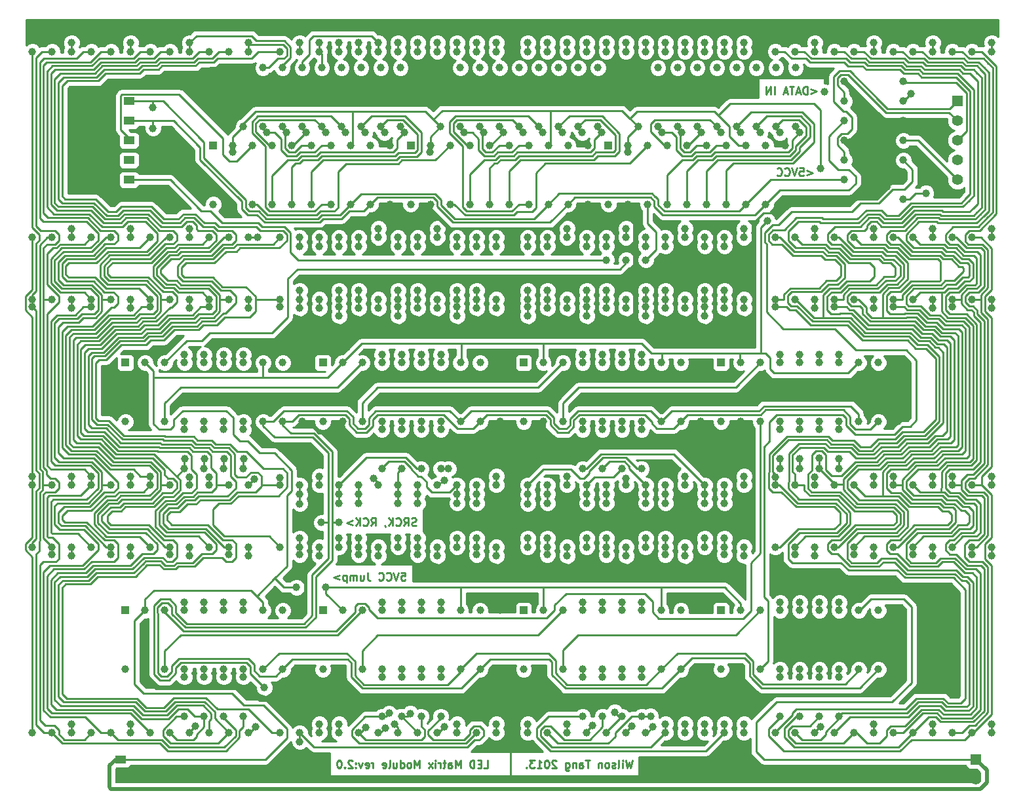
<source format=gbl>
G04 (created by PCBNEW (2013-07-07 BZR 4022)-stable) date 12/24/2013 12:35:11 AM*
%MOIN*%
G04 Gerber Fmt 3.4, Leading zero omitted, Abs format*
%FSLAX34Y34*%
G01*
G70*
G90*
G04 APERTURE LIST*
%ADD10C,0.00590551*%
%ADD11C,0.00984252*%
%ADD12C,0.0393701*%
%ADD13R,0.055X0.055*%
%ADD14C,0.055*%
%ADD15R,0.055X0.0393701*%
%ADD16R,0.0393701X0.0393701*%
%ADD17C,0.01*%
%ADD18C,0.019685*%
G04 APERTURE END LIST*
G54D10*
G54D11*
X89998Y-47945D02*
X90298Y-48057D01*
X89998Y-48170D01*
X89623Y-47813D02*
X89810Y-47813D01*
X89829Y-48001D01*
X89810Y-47982D01*
X89773Y-47963D01*
X89679Y-47963D01*
X89642Y-47982D01*
X89623Y-48001D01*
X89604Y-48038D01*
X89604Y-48132D01*
X89623Y-48170D01*
X89642Y-48188D01*
X89679Y-48207D01*
X89773Y-48207D01*
X89810Y-48188D01*
X89829Y-48170D01*
X89492Y-47813D02*
X89360Y-48207D01*
X89229Y-47813D01*
X88873Y-48170D02*
X88892Y-48188D01*
X88948Y-48207D01*
X88985Y-48207D01*
X89042Y-48188D01*
X89079Y-48151D01*
X89098Y-48113D01*
X89117Y-48038D01*
X89117Y-47982D01*
X89098Y-47907D01*
X89079Y-47870D01*
X89042Y-47832D01*
X88985Y-47813D01*
X88948Y-47813D01*
X88892Y-47832D01*
X88873Y-47851D01*
X88479Y-48170D02*
X88498Y-48188D01*
X88554Y-48207D01*
X88592Y-48207D01*
X88648Y-48188D01*
X88686Y-48151D01*
X88704Y-48113D01*
X88723Y-48038D01*
X88723Y-47982D01*
X88704Y-47907D01*
X88686Y-47870D01*
X88648Y-47832D01*
X88592Y-47813D01*
X88554Y-47813D01*
X88498Y-47832D01*
X88479Y-47851D01*
X90202Y-43805D02*
X90502Y-43917D01*
X90202Y-44030D01*
X90015Y-44067D02*
X90015Y-43673D01*
X89921Y-43673D01*
X89865Y-43692D01*
X89827Y-43730D01*
X89808Y-43767D01*
X89790Y-43842D01*
X89790Y-43898D01*
X89808Y-43973D01*
X89827Y-44011D01*
X89865Y-44048D01*
X89921Y-44067D01*
X90015Y-44067D01*
X89640Y-43955D02*
X89452Y-43955D01*
X89677Y-44067D02*
X89546Y-43673D01*
X89415Y-44067D01*
X89340Y-43673D02*
X89115Y-43673D01*
X89227Y-44067D02*
X89227Y-43673D01*
X89002Y-43955D02*
X88815Y-43955D01*
X89040Y-44067D02*
X88909Y-43673D01*
X88777Y-44067D01*
X88346Y-44067D02*
X88346Y-43673D01*
X88159Y-44067D02*
X88159Y-43673D01*
X87934Y-44067D01*
X87934Y-43673D01*
X81116Y-77933D02*
X81022Y-78327D01*
X80947Y-78046D01*
X80872Y-78327D01*
X80778Y-77933D01*
X80628Y-78327D02*
X80628Y-78065D01*
X80628Y-77933D02*
X80647Y-77952D01*
X80628Y-77971D01*
X80610Y-77952D01*
X80628Y-77933D01*
X80628Y-77971D01*
X80385Y-78327D02*
X80422Y-78308D01*
X80441Y-78271D01*
X80441Y-77933D01*
X80253Y-78308D02*
X80216Y-78327D01*
X80141Y-78327D01*
X80103Y-78308D01*
X80085Y-78271D01*
X80085Y-78252D01*
X80103Y-78215D01*
X80141Y-78196D01*
X80197Y-78196D01*
X80235Y-78177D01*
X80253Y-78140D01*
X80253Y-78121D01*
X80235Y-78083D01*
X80197Y-78065D01*
X80141Y-78065D01*
X80103Y-78083D01*
X79860Y-78327D02*
X79897Y-78308D01*
X79916Y-78290D01*
X79935Y-78252D01*
X79935Y-78140D01*
X79916Y-78102D01*
X79897Y-78083D01*
X79860Y-78065D01*
X79803Y-78065D01*
X79766Y-78083D01*
X79747Y-78102D01*
X79728Y-78140D01*
X79728Y-78252D01*
X79747Y-78290D01*
X79766Y-78308D01*
X79803Y-78327D01*
X79860Y-78327D01*
X79560Y-78065D02*
X79560Y-78327D01*
X79560Y-78102D02*
X79541Y-78083D01*
X79503Y-78065D01*
X79447Y-78065D01*
X79410Y-78083D01*
X79391Y-78121D01*
X79391Y-78327D01*
X78960Y-77933D02*
X78735Y-77933D01*
X78847Y-78327D02*
X78847Y-77933D01*
X78435Y-78327D02*
X78435Y-78121D01*
X78454Y-78083D01*
X78491Y-78065D01*
X78566Y-78065D01*
X78604Y-78083D01*
X78435Y-78308D02*
X78472Y-78327D01*
X78566Y-78327D01*
X78604Y-78308D01*
X78622Y-78271D01*
X78622Y-78233D01*
X78604Y-78196D01*
X78566Y-78177D01*
X78472Y-78177D01*
X78435Y-78158D01*
X78247Y-78065D02*
X78247Y-78327D01*
X78247Y-78102D02*
X78229Y-78083D01*
X78191Y-78065D01*
X78135Y-78065D01*
X78097Y-78083D01*
X78079Y-78121D01*
X78079Y-78327D01*
X77722Y-78065D02*
X77722Y-78383D01*
X77741Y-78421D01*
X77760Y-78440D01*
X77797Y-78458D01*
X77854Y-78458D01*
X77891Y-78440D01*
X77722Y-78308D02*
X77760Y-78327D01*
X77835Y-78327D01*
X77872Y-78308D01*
X77891Y-78290D01*
X77910Y-78252D01*
X77910Y-78140D01*
X77891Y-78102D01*
X77872Y-78083D01*
X77835Y-78065D01*
X77760Y-78065D01*
X77722Y-78083D01*
X77254Y-77971D02*
X77235Y-77952D01*
X77197Y-77933D01*
X77104Y-77933D01*
X77066Y-77952D01*
X77047Y-77971D01*
X77029Y-78008D01*
X77029Y-78046D01*
X77047Y-78102D01*
X77272Y-78327D01*
X77029Y-78327D01*
X76785Y-77933D02*
X76748Y-77933D01*
X76710Y-77952D01*
X76691Y-77971D01*
X76673Y-78008D01*
X76654Y-78083D01*
X76654Y-78177D01*
X76673Y-78252D01*
X76691Y-78290D01*
X76710Y-78308D01*
X76748Y-78327D01*
X76785Y-78327D01*
X76823Y-78308D01*
X76841Y-78290D01*
X76860Y-78252D01*
X76879Y-78177D01*
X76879Y-78083D01*
X76860Y-78008D01*
X76841Y-77971D01*
X76823Y-77952D01*
X76785Y-77933D01*
X76279Y-78327D02*
X76504Y-78327D01*
X76391Y-78327D02*
X76391Y-77933D01*
X76429Y-77990D01*
X76466Y-78027D01*
X76504Y-78046D01*
X76148Y-77933D02*
X75904Y-77933D01*
X76035Y-78083D01*
X75979Y-78083D01*
X75941Y-78102D01*
X75923Y-78121D01*
X75904Y-78158D01*
X75904Y-78252D01*
X75923Y-78290D01*
X75941Y-78308D01*
X75979Y-78327D01*
X76091Y-78327D01*
X76129Y-78308D01*
X76148Y-78290D01*
X75735Y-78290D02*
X75716Y-78308D01*
X75735Y-78327D01*
X75754Y-78308D01*
X75735Y-78290D01*
X75735Y-78327D01*
X73560Y-78327D02*
X73748Y-78327D01*
X73748Y-77933D01*
X73429Y-78121D02*
X73298Y-78121D01*
X73242Y-78327D02*
X73429Y-78327D01*
X73429Y-77933D01*
X73242Y-77933D01*
X73073Y-78327D02*
X73073Y-77933D01*
X72979Y-77933D01*
X72923Y-77952D01*
X72886Y-77990D01*
X72867Y-78027D01*
X72848Y-78102D01*
X72848Y-78158D01*
X72867Y-78233D01*
X72886Y-78271D01*
X72923Y-78308D01*
X72979Y-78327D01*
X73073Y-78327D01*
X72379Y-78327D02*
X72379Y-77933D01*
X72248Y-78215D01*
X72117Y-77933D01*
X72117Y-78327D01*
X71761Y-78327D02*
X71761Y-78121D01*
X71779Y-78083D01*
X71817Y-78065D01*
X71892Y-78065D01*
X71929Y-78083D01*
X71761Y-78308D02*
X71798Y-78327D01*
X71892Y-78327D01*
X71929Y-78308D01*
X71948Y-78271D01*
X71948Y-78233D01*
X71929Y-78196D01*
X71892Y-78177D01*
X71798Y-78177D01*
X71761Y-78158D01*
X71629Y-78065D02*
X71479Y-78065D01*
X71573Y-77933D02*
X71573Y-78271D01*
X71554Y-78308D01*
X71517Y-78327D01*
X71479Y-78327D01*
X71348Y-78327D02*
X71348Y-78065D01*
X71348Y-78140D02*
X71329Y-78102D01*
X71311Y-78083D01*
X71273Y-78065D01*
X71236Y-78065D01*
X71104Y-78327D02*
X71104Y-78065D01*
X71104Y-77933D02*
X71123Y-77952D01*
X71104Y-77971D01*
X71086Y-77952D01*
X71104Y-77933D01*
X71104Y-77971D01*
X70955Y-78327D02*
X70748Y-78065D01*
X70955Y-78065D02*
X70748Y-78327D01*
X70298Y-78327D02*
X70298Y-77933D01*
X70167Y-78215D01*
X70036Y-77933D01*
X70036Y-78327D01*
X69792Y-78327D02*
X69830Y-78308D01*
X69848Y-78290D01*
X69867Y-78252D01*
X69867Y-78140D01*
X69848Y-78102D01*
X69830Y-78083D01*
X69792Y-78065D01*
X69736Y-78065D01*
X69698Y-78083D01*
X69680Y-78102D01*
X69661Y-78140D01*
X69661Y-78252D01*
X69680Y-78290D01*
X69698Y-78308D01*
X69736Y-78327D01*
X69792Y-78327D01*
X69323Y-78327D02*
X69323Y-77933D01*
X69323Y-78308D02*
X69361Y-78327D01*
X69436Y-78327D01*
X69473Y-78308D01*
X69492Y-78290D01*
X69511Y-78252D01*
X69511Y-78140D01*
X69492Y-78102D01*
X69473Y-78083D01*
X69436Y-78065D01*
X69361Y-78065D01*
X69323Y-78083D01*
X68967Y-78065D02*
X68967Y-78327D01*
X69136Y-78065D02*
X69136Y-78271D01*
X69117Y-78308D01*
X69080Y-78327D01*
X69023Y-78327D01*
X68986Y-78308D01*
X68967Y-78290D01*
X68724Y-78327D02*
X68761Y-78308D01*
X68780Y-78271D01*
X68780Y-77933D01*
X68424Y-78308D02*
X68461Y-78327D01*
X68536Y-78327D01*
X68574Y-78308D01*
X68592Y-78271D01*
X68592Y-78121D01*
X68574Y-78083D01*
X68536Y-78065D01*
X68461Y-78065D01*
X68424Y-78083D01*
X68405Y-78121D01*
X68405Y-78158D01*
X68592Y-78196D01*
X67936Y-78327D02*
X67936Y-78065D01*
X67936Y-78140D02*
X67917Y-78102D01*
X67899Y-78083D01*
X67861Y-78065D01*
X67824Y-78065D01*
X67542Y-78308D02*
X67580Y-78327D01*
X67655Y-78327D01*
X67692Y-78308D01*
X67711Y-78271D01*
X67711Y-78121D01*
X67692Y-78083D01*
X67655Y-78065D01*
X67580Y-78065D01*
X67542Y-78083D01*
X67524Y-78121D01*
X67524Y-78158D01*
X67711Y-78196D01*
X67392Y-78065D02*
X67299Y-78327D01*
X67205Y-78065D01*
X67055Y-78290D02*
X67036Y-78308D01*
X67055Y-78327D01*
X67074Y-78308D01*
X67055Y-78290D01*
X67055Y-78327D01*
X67055Y-78083D02*
X67036Y-78102D01*
X67055Y-78121D01*
X67074Y-78102D01*
X67055Y-78083D01*
X67055Y-78121D01*
X66886Y-77971D02*
X66868Y-77952D01*
X66830Y-77933D01*
X66736Y-77933D01*
X66699Y-77952D01*
X66680Y-77971D01*
X66661Y-78008D01*
X66661Y-78046D01*
X66680Y-78102D01*
X66905Y-78327D01*
X66661Y-78327D01*
X66493Y-78290D02*
X66474Y-78308D01*
X66493Y-78327D01*
X66511Y-78308D01*
X66493Y-78290D01*
X66493Y-78327D01*
X66230Y-77933D02*
X66193Y-77933D01*
X66155Y-77952D01*
X66136Y-77971D01*
X66118Y-78008D01*
X66099Y-78083D01*
X66099Y-78177D01*
X66118Y-78252D01*
X66136Y-78290D01*
X66155Y-78308D01*
X66193Y-78327D01*
X66230Y-78327D01*
X66268Y-78308D01*
X66286Y-78290D01*
X66305Y-78252D01*
X66324Y-78177D01*
X66324Y-78083D01*
X66305Y-78008D01*
X66286Y-77971D01*
X66268Y-77952D01*
X66230Y-77933D01*
X69369Y-68393D02*
X69556Y-68393D01*
X69575Y-68581D01*
X69556Y-68562D01*
X69519Y-68543D01*
X69425Y-68543D01*
X69388Y-68562D01*
X69369Y-68581D01*
X69350Y-68618D01*
X69350Y-68712D01*
X69369Y-68750D01*
X69388Y-68768D01*
X69425Y-68787D01*
X69519Y-68787D01*
X69556Y-68768D01*
X69575Y-68750D01*
X69238Y-68393D02*
X69107Y-68787D01*
X68975Y-68393D01*
X68619Y-68750D02*
X68638Y-68768D01*
X68694Y-68787D01*
X68732Y-68787D01*
X68788Y-68768D01*
X68825Y-68731D01*
X68844Y-68693D01*
X68863Y-68618D01*
X68863Y-68562D01*
X68844Y-68487D01*
X68825Y-68450D01*
X68788Y-68412D01*
X68732Y-68393D01*
X68694Y-68393D01*
X68638Y-68412D01*
X68619Y-68431D01*
X68225Y-68750D02*
X68244Y-68768D01*
X68300Y-68787D01*
X68338Y-68787D01*
X68394Y-68768D01*
X68432Y-68731D01*
X68450Y-68693D01*
X68469Y-68618D01*
X68469Y-68562D01*
X68450Y-68487D01*
X68432Y-68450D01*
X68394Y-68412D01*
X68338Y-68393D01*
X68300Y-68393D01*
X68244Y-68412D01*
X68225Y-68431D01*
X67644Y-68393D02*
X67644Y-68675D01*
X67663Y-68731D01*
X67700Y-68768D01*
X67757Y-68787D01*
X67794Y-68787D01*
X67288Y-68525D02*
X67288Y-68787D01*
X67457Y-68525D02*
X67457Y-68731D01*
X67438Y-68768D01*
X67400Y-68787D01*
X67344Y-68787D01*
X67307Y-68768D01*
X67288Y-68750D01*
X67101Y-68787D02*
X67101Y-68525D01*
X67101Y-68562D02*
X67082Y-68543D01*
X67044Y-68525D01*
X66988Y-68525D01*
X66951Y-68543D01*
X66932Y-68581D01*
X66932Y-68787D01*
X66932Y-68581D02*
X66913Y-68543D01*
X66876Y-68525D01*
X66819Y-68525D01*
X66782Y-68543D01*
X66763Y-68581D01*
X66763Y-68787D01*
X66576Y-68525D02*
X66576Y-68918D01*
X66576Y-68543D02*
X66538Y-68525D01*
X66463Y-68525D01*
X66426Y-68543D01*
X66407Y-68562D01*
X66388Y-68600D01*
X66388Y-68712D01*
X66407Y-68750D01*
X66426Y-68768D01*
X66463Y-68787D01*
X66538Y-68787D01*
X66576Y-68768D01*
X66219Y-68525D02*
X65919Y-68637D01*
X66219Y-68750D01*
X70119Y-65988D02*
X70063Y-66007D01*
X69969Y-66007D01*
X69931Y-65988D01*
X69913Y-65970D01*
X69894Y-65932D01*
X69894Y-65895D01*
X69913Y-65857D01*
X69931Y-65838D01*
X69969Y-65820D01*
X70044Y-65801D01*
X70081Y-65782D01*
X70100Y-65763D01*
X70119Y-65726D01*
X70119Y-65688D01*
X70100Y-65651D01*
X70081Y-65632D01*
X70044Y-65613D01*
X69950Y-65613D01*
X69894Y-65632D01*
X69500Y-66007D02*
X69632Y-65820D01*
X69725Y-66007D02*
X69725Y-65613D01*
X69575Y-65613D01*
X69538Y-65632D01*
X69519Y-65651D01*
X69500Y-65688D01*
X69500Y-65745D01*
X69519Y-65782D01*
X69538Y-65801D01*
X69575Y-65820D01*
X69725Y-65820D01*
X69107Y-65970D02*
X69125Y-65988D01*
X69182Y-66007D01*
X69219Y-66007D01*
X69275Y-65988D01*
X69313Y-65951D01*
X69332Y-65913D01*
X69350Y-65838D01*
X69350Y-65782D01*
X69332Y-65707D01*
X69313Y-65670D01*
X69275Y-65632D01*
X69219Y-65613D01*
X69182Y-65613D01*
X69125Y-65632D01*
X69107Y-65651D01*
X68938Y-66007D02*
X68938Y-65613D01*
X68713Y-66007D02*
X68882Y-65782D01*
X68713Y-65613D02*
X68938Y-65838D01*
X68525Y-65988D02*
X68525Y-66007D01*
X68544Y-66045D01*
X68563Y-66063D01*
X67832Y-66007D02*
X67963Y-65820D01*
X68057Y-66007D02*
X68057Y-65613D01*
X67907Y-65613D01*
X67869Y-65632D01*
X67850Y-65651D01*
X67832Y-65688D01*
X67832Y-65745D01*
X67850Y-65782D01*
X67869Y-65801D01*
X67907Y-65820D01*
X68057Y-65820D01*
X67438Y-65970D02*
X67457Y-65988D01*
X67513Y-66007D01*
X67551Y-66007D01*
X67607Y-65988D01*
X67644Y-65951D01*
X67663Y-65913D01*
X67682Y-65838D01*
X67682Y-65782D01*
X67663Y-65707D01*
X67644Y-65670D01*
X67607Y-65632D01*
X67551Y-65613D01*
X67513Y-65613D01*
X67457Y-65632D01*
X67438Y-65651D01*
X67269Y-66007D02*
X67269Y-65613D01*
X67044Y-66007D02*
X67213Y-65782D01*
X67044Y-65613D02*
X67269Y-65838D01*
X66876Y-65745D02*
X66576Y-65857D01*
X66876Y-65970D01*
G54D12*
X50598Y-51338D03*
X51598Y-51338D03*
X52598Y-51338D03*
X53598Y-51338D03*
X54598Y-51338D03*
X55598Y-51338D03*
X56598Y-51338D03*
X57598Y-51338D03*
X58598Y-51338D03*
X59598Y-51338D03*
X60598Y-51338D03*
X61598Y-51338D03*
X61598Y-41889D03*
X60598Y-41889D03*
X59598Y-41889D03*
X58598Y-41889D03*
X57598Y-41889D03*
X56598Y-41889D03*
X55598Y-41889D03*
X54598Y-41889D03*
X53598Y-41889D03*
X52598Y-41889D03*
X51598Y-41889D03*
X50598Y-41889D03*
X91898Y-49413D03*
X91898Y-48413D03*
X91898Y-47413D03*
X91898Y-46413D03*
X91898Y-45413D03*
X91898Y-44413D03*
X91898Y-43413D03*
X94898Y-43413D03*
X94898Y-44413D03*
X94898Y-45413D03*
X94898Y-46413D03*
X94898Y-47413D03*
X94898Y-48413D03*
X94898Y-49413D03*
X79798Y-52488D03*
X80798Y-52488D03*
X81798Y-52488D03*
X58338Y-73704D03*
X58338Y-75704D03*
X59338Y-73704D03*
X59338Y-75704D03*
X60338Y-73704D03*
X60338Y-75704D03*
X61338Y-73704D03*
X61338Y-75704D03*
X57598Y-67480D03*
X60338Y-69911D03*
X60598Y-67480D03*
X61338Y-69911D03*
X54598Y-67480D03*
X59338Y-69911D03*
X51598Y-67480D03*
X58338Y-69911D03*
X68377Y-73704D03*
X68377Y-75704D03*
X69377Y-73704D03*
X69377Y-75704D03*
X71377Y-73704D03*
X71377Y-75704D03*
X70377Y-73704D03*
X70377Y-75704D03*
X64196Y-67480D03*
X68377Y-69911D03*
X67196Y-67480D03*
X69377Y-69911D03*
X70196Y-67480D03*
X70377Y-69911D03*
X73196Y-67480D03*
X71377Y-69911D03*
X78590Y-73704D03*
X78590Y-75704D03*
X79590Y-73704D03*
X79590Y-75704D03*
X80590Y-73704D03*
X80590Y-75704D03*
X81590Y-73704D03*
X81590Y-75704D03*
X76795Y-67480D03*
X78590Y-69911D03*
X79795Y-67480D03*
X79590Y-69911D03*
X82795Y-67480D03*
X80590Y-69911D03*
X85795Y-67480D03*
X81590Y-69911D03*
X88629Y-73704D03*
X88629Y-75704D03*
X89629Y-73704D03*
X89629Y-75704D03*
X90629Y-73704D03*
X90629Y-75704D03*
X91629Y-73704D03*
X91629Y-75704D03*
X89393Y-67480D03*
X88640Y-69911D03*
X92393Y-67480D03*
X89640Y-69911D03*
X95393Y-67480D03*
X90640Y-69911D03*
X98393Y-67480D03*
X91640Y-69911D03*
X50598Y-54883D03*
X58338Y-57314D03*
X53598Y-54883D03*
X59338Y-57314D03*
X56598Y-54883D03*
X60338Y-57314D03*
X59598Y-54883D03*
X61338Y-57314D03*
X68377Y-61107D03*
X68377Y-63107D03*
X70377Y-61107D03*
X70377Y-63107D03*
X69377Y-61107D03*
X69377Y-63107D03*
X71377Y-61107D03*
X71377Y-63107D03*
X63196Y-54883D03*
X68377Y-57314D03*
X66196Y-54883D03*
X69377Y-57314D03*
X69196Y-54883D03*
X70377Y-57314D03*
X72196Y-54883D03*
X71377Y-57314D03*
X81590Y-61107D03*
X81590Y-63107D03*
X79590Y-61107D03*
X79590Y-63107D03*
X80590Y-61107D03*
X80590Y-63107D03*
X78590Y-61107D03*
X78590Y-63107D03*
X75795Y-54883D03*
X78590Y-57314D03*
X78795Y-54883D03*
X79590Y-57314D03*
X81795Y-54883D03*
X80590Y-57314D03*
X84795Y-54883D03*
X81590Y-57314D03*
X91629Y-61107D03*
X91629Y-63107D03*
X89629Y-61107D03*
X89629Y-63107D03*
X90629Y-61107D03*
X90629Y-63107D03*
X88629Y-61107D03*
X88629Y-63107D03*
X88393Y-54883D03*
X88629Y-57314D03*
X91393Y-54883D03*
X89629Y-57314D03*
X94393Y-54883D03*
X90629Y-57314D03*
X97393Y-54883D03*
X91629Y-57314D03*
G54D13*
X97648Y-44413D03*
G54D14*
X97648Y-45413D03*
X97648Y-46413D03*
X97648Y-47413D03*
X97648Y-48413D03*
G54D15*
X55523Y-48413D03*
X55523Y-47413D03*
X55523Y-46413D03*
X55523Y-45413D03*
X55523Y-44413D03*
X55098Y-78889D03*
X55098Y-77889D03*
G54D13*
X98598Y-77889D03*
G54D14*
X98598Y-78889D03*
G54D12*
X63196Y-51338D03*
X64196Y-51338D03*
X65196Y-51338D03*
X66196Y-51338D03*
X67196Y-51338D03*
X68196Y-51338D03*
X69196Y-51338D03*
X70196Y-51338D03*
X71196Y-51338D03*
X72196Y-51338D03*
X73196Y-51338D03*
X74196Y-51338D03*
X74196Y-41889D03*
X73196Y-41889D03*
X72196Y-41889D03*
X71196Y-41889D03*
X70196Y-41889D03*
X69196Y-41889D03*
X68196Y-41889D03*
X67196Y-41889D03*
X66196Y-41889D03*
X65196Y-41889D03*
X64196Y-41889D03*
X63196Y-41889D03*
X75795Y-51338D03*
X76795Y-51338D03*
X77795Y-51338D03*
X78795Y-51338D03*
X79795Y-51338D03*
X80795Y-51338D03*
X81795Y-51338D03*
X82795Y-51338D03*
X83795Y-51338D03*
X84795Y-51338D03*
X85795Y-51338D03*
X86795Y-51338D03*
X86795Y-41889D03*
X85795Y-41889D03*
X84795Y-41889D03*
X83795Y-41889D03*
X82795Y-41889D03*
X81795Y-41889D03*
X80795Y-41889D03*
X79795Y-41889D03*
X78795Y-41889D03*
X77795Y-41889D03*
X76795Y-41889D03*
X75795Y-41889D03*
X88393Y-51338D03*
X89393Y-51338D03*
X90393Y-51338D03*
X91393Y-51338D03*
X92393Y-51338D03*
X93393Y-51338D03*
X94393Y-51338D03*
X95393Y-51338D03*
X96393Y-51338D03*
X97393Y-51338D03*
X98393Y-51338D03*
X99393Y-51338D03*
X99393Y-41889D03*
X98393Y-41889D03*
X97393Y-41889D03*
X96393Y-41889D03*
X95393Y-41889D03*
X94393Y-41889D03*
X93393Y-41889D03*
X92393Y-41889D03*
X91393Y-41889D03*
X90393Y-41889D03*
X89393Y-41889D03*
X88393Y-41889D03*
X63196Y-63937D03*
X64196Y-63937D03*
X65196Y-63937D03*
X66196Y-63937D03*
X67196Y-63937D03*
X68196Y-63937D03*
X69196Y-63937D03*
X70196Y-63937D03*
X71196Y-63937D03*
X72196Y-63937D03*
X73196Y-63937D03*
X74196Y-63937D03*
X74196Y-54488D03*
X73196Y-54488D03*
X72196Y-54488D03*
X71196Y-54488D03*
X70196Y-54488D03*
X69196Y-54488D03*
X68196Y-54488D03*
X67196Y-54488D03*
X66196Y-54488D03*
X65196Y-54488D03*
X64196Y-54488D03*
X63196Y-54488D03*
X75795Y-63937D03*
X76795Y-63937D03*
X77795Y-63937D03*
X78795Y-63937D03*
X79795Y-63937D03*
X80795Y-63937D03*
X81795Y-63937D03*
X82795Y-63937D03*
X83795Y-63937D03*
X84795Y-63937D03*
X85795Y-63937D03*
X86795Y-63937D03*
X86795Y-54488D03*
X85795Y-54488D03*
X84795Y-54488D03*
X83795Y-54488D03*
X82795Y-54488D03*
X81795Y-54488D03*
X80795Y-54488D03*
X79795Y-54488D03*
X78795Y-54488D03*
X77795Y-54488D03*
X76795Y-54488D03*
X75795Y-54488D03*
X88393Y-63937D03*
X89393Y-63937D03*
X90393Y-63937D03*
X91393Y-63937D03*
X92393Y-63937D03*
X93393Y-63937D03*
X94393Y-63937D03*
X95393Y-63937D03*
X96393Y-63937D03*
X97393Y-63937D03*
X98393Y-63937D03*
X99393Y-63937D03*
X99393Y-54488D03*
X98393Y-54488D03*
X97393Y-54488D03*
X96393Y-54488D03*
X95393Y-54488D03*
X94393Y-54488D03*
X93393Y-54488D03*
X92393Y-54488D03*
X91393Y-54488D03*
X90393Y-54488D03*
X89393Y-54488D03*
X88393Y-54488D03*
X50598Y-76535D03*
X51598Y-76535D03*
X52598Y-76535D03*
X53598Y-76535D03*
X54598Y-76535D03*
X55598Y-76535D03*
X56598Y-76535D03*
X57598Y-76535D03*
X58598Y-76535D03*
X59598Y-76535D03*
X60598Y-76535D03*
X61598Y-76535D03*
X61598Y-67086D03*
X60598Y-67086D03*
X59598Y-67086D03*
X58598Y-67086D03*
X57598Y-67086D03*
X56598Y-67086D03*
X55598Y-67086D03*
X54598Y-67086D03*
X53598Y-67086D03*
X52598Y-67086D03*
X51598Y-67086D03*
X50598Y-67086D03*
X63196Y-76535D03*
X64196Y-76535D03*
X65196Y-76535D03*
X66196Y-76535D03*
X67196Y-76535D03*
X68196Y-76535D03*
X69196Y-76535D03*
X70196Y-76535D03*
X71196Y-76535D03*
X72196Y-76535D03*
X73196Y-76535D03*
X74196Y-76535D03*
X74196Y-67086D03*
X73196Y-67086D03*
X72196Y-67086D03*
X71196Y-67086D03*
X70196Y-67086D03*
X69196Y-67086D03*
X68196Y-67086D03*
X67196Y-67086D03*
X66196Y-67086D03*
X65196Y-67086D03*
X64196Y-67086D03*
X63196Y-67086D03*
X75795Y-76535D03*
X76795Y-76535D03*
X77795Y-76535D03*
X78795Y-76535D03*
X79795Y-76535D03*
X80795Y-76535D03*
X81795Y-76535D03*
X82795Y-76535D03*
X83795Y-76535D03*
X84795Y-76535D03*
X85795Y-76535D03*
X86795Y-76535D03*
X86795Y-67086D03*
X85795Y-67086D03*
X84795Y-67086D03*
X83795Y-67086D03*
X82795Y-67086D03*
X81795Y-67086D03*
X80795Y-67086D03*
X79795Y-67086D03*
X78795Y-67086D03*
X77795Y-67086D03*
X76795Y-67086D03*
X75795Y-67086D03*
X88393Y-76535D03*
X89393Y-76535D03*
X90393Y-76535D03*
X91393Y-76535D03*
X92393Y-76535D03*
X93393Y-76535D03*
X94393Y-76535D03*
X95393Y-76535D03*
X96393Y-76535D03*
X97393Y-76535D03*
X98393Y-76535D03*
X99393Y-76535D03*
X99393Y-67086D03*
X98393Y-67086D03*
X97393Y-67086D03*
X96393Y-67086D03*
X95393Y-67086D03*
X94393Y-67086D03*
X93393Y-67086D03*
X92393Y-67086D03*
X91393Y-67086D03*
X90393Y-67086D03*
X89393Y-67086D03*
X88393Y-67086D03*
X50598Y-63937D03*
X51598Y-63937D03*
X52598Y-63937D03*
X53598Y-63937D03*
X54598Y-63937D03*
X55598Y-63937D03*
X56598Y-63937D03*
X57598Y-63937D03*
X58598Y-63937D03*
X59598Y-63937D03*
X60598Y-63937D03*
X61598Y-63937D03*
X61598Y-54488D03*
X60598Y-54488D03*
X59598Y-54488D03*
X58598Y-54488D03*
X57598Y-54488D03*
X56598Y-54488D03*
X55598Y-54488D03*
X54598Y-54488D03*
X53598Y-54488D03*
X52598Y-54488D03*
X51598Y-54488D03*
X50598Y-54488D03*
X69323Y-45714D03*
X68323Y-45714D03*
X67323Y-45714D03*
X66323Y-45714D03*
X65323Y-45714D03*
X64323Y-45714D03*
X63323Y-45714D03*
X62323Y-45714D03*
X61323Y-45714D03*
X61323Y-42714D03*
X62323Y-42714D03*
X63323Y-42714D03*
X64323Y-42714D03*
X65323Y-42714D03*
X66323Y-42714D03*
X67323Y-42714D03*
X68323Y-42714D03*
X69323Y-42714D03*
X79373Y-45714D03*
X78373Y-45714D03*
X77373Y-45714D03*
X76373Y-45714D03*
X75373Y-45714D03*
X74373Y-45714D03*
X73373Y-45714D03*
X72373Y-45714D03*
X71373Y-45714D03*
X71373Y-42714D03*
X72373Y-42714D03*
X73373Y-42714D03*
X74373Y-42714D03*
X75373Y-42714D03*
X76373Y-42714D03*
X77373Y-42714D03*
X78373Y-42714D03*
X79373Y-42714D03*
X89423Y-45714D03*
X88423Y-45714D03*
X87423Y-45714D03*
X86423Y-45714D03*
X85423Y-45714D03*
X84423Y-45714D03*
X83423Y-45714D03*
X82423Y-45714D03*
X81423Y-45714D03*
X81423Y-42714D03*
X82423Y-42714D03*
X83423Y-42714D03*
X84423Y-42714D03*
X85423Y-42714D03*
X86423Y-42714D03*
X87423Y-42714D03*
X88423Y-42714D03*
X89423Y-42714D03*
X61338Y-61107D03*
X61338Y-63107D03*
X60338Y-61107D03*
X60338Y-63107D03*
X59338Y-61107D03*
X59338Y-63107D03*
X58338Y-61107D03*
X58338Y-63107D03*
G54D16*
X79898Y-46663D03*
G54D12*
X80898Y-46663D03*
X81898Y-46663D03*
X82898Y-46663D03*
X83898Y-46663D03*
X84898Y-46663D03*
X85898Y-46663D03*
X86898Y-46663D03*
X87898Y-46663D03*
X88898Y-46663D03*
X79898Y-49663D03*
X80898Y-49663D03*
X81898Y-49663D03*
X82898Y-49663D03*
X83898Y-49663D03*
X84898Y-49663D03*
X85898Y-49663D03*
X86898Y-49663D03*
X87898Y-49663D03*
X88898Y-49663D03*
G54D16*
X69848Y-46664D03*
G54D12*
X70848Y-46664D03*
X71848Y-46664D03*
X72848Y-46664D03*
X73848Y-46664D03*
X74848Y-46664D03*
X75848Y-46664D03*
X76848Y-46664D03*
X77848Y-46664D03*
X78848Y-46664D03*
X69848Y-49664D03*
X70848Y-49664D03*
X71848Y-49664D03*
X72848Y-49664D03*
X73848Y-49664D03*
X74848Y-49664D03*
X75848Y-49664D03*
X76848Y-49664D03*
X77848Y-49664D03*
X78848Y-49664D03*
G54D16*
X85629Y-70311D03*
G54D12*
X86629Y-70311D03*
X87629Y-70311D03*
X88629Y-70311D03*
X89629Y-70311D03*
X90629Y-70311D03*
X91629Y-70311D03*
X92629Y-70311D03*
X93629Y-70311D03*
X94629Y-70311D03*
X85629Y-73311D03*
X86629Y-73311D03*
X87629Y-73311D03*
X88629Y-73311D03*
X89629Y-73311D03*
X90629Y-73311D03*
X91629Y-73311D03*
X92629Y-73311D03*
X93629Y-73311D03*
X94629Y-73311D03*
G54D16*
X85629Y-57714D03*
G54D12*
X86629Y-57714D03*
X87629Y-57714D03*
X88629Y-57714D03*
X89629Y-57714D03*
X90629Y-57714D03*
X91629Y-57714D03*
X92629Y-57714D03*
X93629Y-57714D03*
X94629Y-57714D03*
X85629Y-60714D03*
X86629Y-60714D03*
X87629Y-60714D03*
X88629Y-60714D03*
X89629Y-60714D03*
X90629Y-60714D03*
X91629Y-60714D03*
X92629Y-60714D03*
X93629Y-60714D03*
X94629Y-60714D03*
G54D16*
X75590Y-70311D03*
G54D12*
X76590Y-70311D03*
X77590Y-70311D03*
X78590Y-70311D03*
X79590Y-70311D03*
X80590Y-70311D03*
X81590Y-70311D03*
X82590Y-70311D03*
X83590Y-70311D03*
X84590Y-70311D03*
X75590Y-73311D03*
X76590Y-73311D03*
X77590Y-73311D03*
X78590Y-73311D03*
X79590Y-73311D03*
X80590Y-73311D03*
X81590Y-73311D03*
X82590Y-73311D03*
X83590Y-73311D03*
X84590Y-73311D03*
G54D16*
X75590Y-57714D03*
G54D12*
X76590Y-57714D03*
X77590Y-57714D03*
X78590Y-57714D03*
X79590Y-57714D03*
X80590Y-57714D03*
X81590Y-57714D03*
X82590Y-57714D03*
X83590Y-57714D03*
X84590Y-57714D03*
X75590Y-60714D03*
X76590Y-60714D03*
X77590Y-60714D03*
X78590Y-60714D03*
X79590Y-60714D03*
X80590Y-60714D03*
X81590Y-60714D03*
X82590Y-60714D03*
X83590Y-60714D03*
X84590Y-60714D03*
G54D16*
X65377Y-70311D03*
G54D12*
X66377Y-70311D03*
X67377Y-70311D03*
X68377Y-70311D03*
X69377Y-70311D03*
X70377Y-70311D03*
X71377Y-70311D03*
X72377Y-70311D03*
X73377Y-70311D03*
X74377Y-70311D03*
X65377Y-73311D03*
X66377Y-73311D03*
X67377Y-73311D03*
X68377Y-73311D03*
X69377Y-73311D03*
X70377Y-73311D03*
X71377Y-73311D03*
X72377Y-73311D03*
X73377Y-73311D03*
X74377Y-73311D03*
G54D16*
X65377Y-57714D03*
G54D12*
X66377Y-57714D03*
X67377Y-57714D03*
X68377Y-57714D03*
X69377Y-57714D03*
X70377Y-57714D03*
X71377Y-57714D03*
X72377Y-57714D03*
X73377Y-57714D03*
X74377Y-57714D03*
X65377Y-60714D03*
X66377Y-60714D03*
X67377Y-60714D03*
X68377Y-60714D03*
X69377Y-60714D03*
X70377Y-60714D03*
X71377Y-60714D03*
X72377Y-60714D03*
X73377Y-60714D03*
X74377Y-60714D03*
G54D16*
X59798Y-46663D03*
G54D12*
X60798Y-46663D03*
X61798Y-46663D03*
X62798Y-46663D03*
X63798Y-46663D03*
X64798Y-46663D03*
X65798Y-46663D03*
X66798Y-46663D03*
X67798Y-46663D03*
X68798Y-46663D03*
X59798Y-49663D03*
X60798Y-49663D03*
X61798Y-49663D03*
X62798Y-49663D03*
X63798Y-49663D03*
X64798Y-49663D03*
X65798Y-49663D03*
X66798Y-49663D03*
X67798Y-49663D03*
X68798Y-49663D03*
G54D16*
X55338Y-70311D03*
G54D12*
X56338Y-70311D03*
X57338Y-70311D03*
X58338Y-70311D03*
X59338Y-70311D03*
X60338Y-70311D03*
X61338Y-70311D03*
X62338Y-70311D03*
X63338Y-70311D03*
X64338Y-70311D03*
X55338Y-73311D03*
X56338Y-73311D03*
X57338Y-73311D03*
X58338Y-73311D03*
X59338Y-73311D03*
X60338Y-73311D03*
X61338Y-73311D03*
X62338Y-73311D03*
X63338Y-73311D03*
X64338Y-73311D03*
G54D16*
X55338Y-57714D03*
G54D12*
X56338Y-57714D03*
X57338Y-57714D03*
X58338Y-57714D03*
X59338Y-57714D03*
X60338Y-57714D03*
X61338Y-57714D03*
X62338Y-57714D03*
X63338Y-57714D03*
X64338Y-57714D03*
X55338Y-60714D03*
X56338Y-60714D03*
X57338Y-60714D03*
X58338Y-60714D03*
X59338Y-60714D03*
X60338Y-60714D03*
X61338Y-60714D03*
X62338Y-60714D03*
X63338Y-60714D03*
X64338Y-60714D03*
X69518Y-46011D03*
X68518Y-46011D03*
X67518Y-46011D03*
X66518Y-46011D03*
X65518Y-46011D03*
X64518Y-46011D03*
X63518Y-46011D03*
X62518Y-46011D03*
X60786Y-47011D03*
X79568Y-46011D03*
X78568Y-46011D03*
X77568Y-46011D03*
X76568Y-46011D03*
X75568Y-46011D03*
X74568Y-46011D03*
X73568Y-46011D03*
X72568Y-46011D03*
X70836Y-47011D03*
X82623Y-46014D03*
X80891Y-47014D03*
X83623Y-46014D03*
X84623Y-46014D03*
X89623Y-46014D03*
X88623Y-46014D03*
X87623Y-46014D03*
X86623Y-46014D03*
X85623Y-46014D03*
X90678Y-47848D03*
X87978Y-50488D03*
X96058Y-49088D03*
X65538Y-69148D03*
X64038Y-69148D03*
X90898Y-43938D03*
X95298Y-44038D03*
X90623Y-62563D03*
X82048Y-75688D03*
X76798Y-64388D03*
X76798Y-64863D03*
X76798Y-51788D03*
X81798Y-66638D03*
X81798Y-55338D03*
X81798Y-54038D03*
X81798Y-41438D03*
X59598Y-63538D03*
X58348Y-62588D03*
X53598Y-63488D03*
X60348Y-62588D03*
X56598Y-63488D03*
X59348Y-62588D03*
X50598Y-63488D03*
X61348Y-62588D03*
X64198Y-76988D03*
X64198Y-64413D03*
X64198Y-64888D03*
X64198Y-51788D03*
X66198Y-66638D03*
X66198Y-55338D03*
X66198Y-54038D03*
X66198Y-41438D03*
X69198Y-66638D03*
X69198Y-55338D03*
X69198Y-54038D03*
X69198Y-41438D03*
X72198Y-66638D03*
X72198Y-55338D03*
X72198Y-54038D03*
X72198Y-41438D03*
X79098Y-76163D03*
X78798Y-64388D03*
X78798Y-64863D03*
X78798Y-51788D03*
X80223Y-75488D03*
X79798Y-64388D03*
X79798Y-64863D03*
X79798Y-51788D03*
X82798Y-76088D03*
X82798Y-64388D03*
X82798Y-64863D03*
X82798Y-51788D03*
X84798Y-76088D03*
X84798Y-64388D03*
X84798Y-64863D03*
X84798Y-51788D03*
X76798Y-66638D03*
X76798Y-54938D03*
X76798Y-54038D03*
X76798Y-41438D03*
X75798Y-66638D03*
X75798Y-55338D03*
X75798Y-54038D03*
X75798Y-41438D03*
X69023Y-76088D03*
X69198Y-64388D03*
X69198Y-64863D03*
X69198Y-51788D03*
X67198Y-66638D03*
X67198Y-54938D03*
X67198Y-54038D03*
X67198Y-41438D03*
X70198Y-66638D03*
X70198Y-54938D03*
X70198Y-54038D03*
X70198Y-41438D03*
X73198Y-66638D03*
X73198Y-54938D03*
X73198Y-54038D03*
X73198Y-41438D03*
X68748Y-75538D03*
X73198Y-64388D03*
X73198Y-64863D03*
X73198Y-51788D03*
X88398Y-63538D03*
X91623Y-62588D03*
X69823Y-75563D03*
X70198Y-64388D03*
X70198Y-64863D03*
X70198Y-51788D03*
X66198Y-76088D03*
X66198Y-64388D03*
X66198Y-64863D03*
X66198Y-51788D03*
X67548Y-76263D03*
X67198Y-64388D03*
X67198Y-64863D03*
X67198Y-51788D03*
X72198Y-76088D03*
X72198Y-64388D03*
X72198Y-64863D03*
X72198Y-51788D03*
X99398Y-50888D03*
X86798Y-50888D03*
X74198Y-51788D03*
X62048Y-51338D03*
X64198Y-66638D03*
X64198Y-54938D03*
X64198Y-54038D03*
X64198Y-41438D03*
X71773Y-63113D03*
X63198Y-63563D03*
X96398Y-50888D03*
X83798Y-50888D03*
X71198Y-50888D03*
X58598Y-50888D03*
X90398Y-50888D03*
X77798Y-50888D03*
X65198Y-51788D03*
X52598Y-50888D03*
X93398Y-50888D03*
X80798Y-50888D03*
X68198Y-50888D03*
X55598Y-50888D03*
X68198Y-41438D03*
X93398Y-41438D03*
X80798Y-41438D03*
X55598Y-41438D03*
X90398Y-41438D03*
X77798Y-41438D03*
X65198Y-41438D03*
X52598Y-41438D03*
X58598Y-41438D03*
X96398Y-41438D03*
X83798Y-41438D03*
X71198Y-41438D03*
X61598Y-41438D03*
X99398Y-41438D03*
X86798Y-41438D03*
X74198Y-41438D03*
X99398Y-63488D03*
X86798Y-63488D03*
X74198Y-63488D03*
X61898Y-63638D03*
X71548Y-63688D03*
X96398Y-63488D03*
X83798Y-63488D03*
X58598Y-63538D03*
X93398Y-63488D03*
X80798Y-63588D03*
X67948Y-63588D03*
X55598Y-63488D03*
X94398Y-63488D03*
X89623Y-62588D03*
X99398Y-54938D03*
X86798Y-54938D03*
X74198Y-54938D03*
X61598Y-54938D03*
X96398Y-54938D03*
X83798Y-54938D03*
X71198Y-54938D03*
X58598Y-54938D03*
X93398Y-54938D03*
X80798Y-54938D03*
X68198Y-54938D03*
X55598Y-54938D03*
X90398Y-54938D03*
X77798Y-54938D03*
X65198Y-54938D03*
X52598Y-54938D03*
X97398Y-63488D03*
X88623Y-62588D03*
X90398Y-63538D03*
X77798Y-63488D03*
X65198Y-63488D03*
X52598Y-63488D03*
X93398Y-67538D03*
X80798Y-67538D03*
X68198Y-67538D03*
X55598Y-67538D03*
X99398Y-67538D03*
X86798Y-67538D03*
X74198Y-67538D03*
X61598Y-67538D03*
X90698Y-76238D03*
X77798Y-76088D03*
X65198Y-76088D03*
X52598Y-76088D03*
X96398Y-76088D03*
X83798Y-76088D03*
X71548Y-76238D03*
X58898Y-76188D03*
X90398Y-67538D03*
X77798Y-67538D03*
X65198Y-67538D03*
X52598Y-67538D03*
X96398Y-67538D03*
X83798Y-67538D03*
X71198Y-67538D03*
X58598Y-67538D03*
X99398Y-76088D03*
X86798Y-76088D03*
X74198Y-76088D03*
X61948Y-76238D03*
X93398Y-76088D03*
X81098Y-76188D03*
X68548Y-76288D03*
X55598Y-76088D03*
X78798Y-66638D03*
X78798Y-55338D03*
X78798Y-54038D03*
X78798Y-41438D03*
X84798Y-66638D03*
X84798Y-55338D03*
X84798Y-54038D03*
X84798Y-41438D03*
X79798Y-66638D03*
X79798Y-54938D03*
X79798Y-54038D03*
X79798Y-41438D03*
X85798Y-76088D03*
X85798Y-64388D03*
X85798Y-64863D03*
X85798Y-51788D03*
X85798Y-66638D03*
X85798Y-54938D03*
X85798Y-54038D03*
X85798Y-41438D03*
X82798Y-66638D03*
X82798Y-54938D03*
X82798Y-54038D03*
X82798Y-41438D03*
X75798Y-76088D03*
X75798Y-64413D03*
X75798Y-64888D03*
X75798Y-51788D03*
X82173Y-76238D03*
X81798Y-64388D03*
X81798Y-64863D03*
X81798Y-51788D03*
X66198Y-65848D03*
X56738Y-45788D03*
X65298Y-65848D03*
X56738Y-44728D03*
X62398Y-74238D03*
G54D17*
X85503Y-45143D02*
X86098Y-44548D01*
X90678Y-44868D02*
X90678Y-47848D01*
X90358Y-44548D02*
X90678Y-44868D01*
X86098Y-44548D02*
X90358Y-44548D01*
X92629Y-70311D02*
X92695Y-70311D01*
X87820Y-77889D02*
X98598Y-77889D01*
X87418Y-77488D02*
X87820Y-77889D01*
X87418Y-76008D02*
X87418Y-77488D01*
X88458Y-74968D02*
X87418Y-76008D01*
X94338Y-74968D02*
X88458Y-74968D01*
X95318Y-73988D02*
X94338Y-74968D01*
X95318Y-70128D02*
X95318Y-73988D01*
X94938Y-69748D02*
X95318Y-70128D01*
X93258Y-69748D02*
X94938Y-69748D01*
X92695Y-70311D02*
X93258Y-69748D01*
X87658Y-57228D02*
X87658Y-50848D01*
X87658Y-50848D02*
X87978Y-50488D01*
X95213Y-49413D02*
X94898Y-49413D01*
X96058Y-49088D02*
X95538Y-49088D01*
X95538Y-49088D02*
X95213Y-49413D01*
X86629Y-57714D02*
X86598Y-57682D01*
X86598Y-57682D02*
X86598Y-57248D01*
X82590Y-57714D02*
X82618Y-57686D01*
X82618Y-57686D02*
X82618Y-57248D01*
X81598Y-56748D02*
X82098Y-57248D01*
X82098Y-57248D02*
X82618Y-57248D01*
X82618Y-57248D02*
X86598Y-57248D01*
X86598Y-57248D02*
X87095Y-57248D01*
X76590Y-57714D02*
X76578Y-57702D01*
X76578Y-57702D02*
X76578Y-56748D01*
X75624Y-56748D02*
X72418Y-56748D01*
X81624Y-56748D02*
X81598Y-56748D01*
X81598Y-56748D02*
X76578Y-56748D01*
X76578Y-56748D02*
X75624Y-56748D01*
X72377Y-57714D02*
X72418Y-57673D01*
X72418Y-57673D02*
X72418Y-56748D01*
X72418Y-56748D02*
X71358Y-56748D01*
X66377Y-57714D02*
X67343Y-56748D01*
X67343Y-56748D02*
X71358Y-56748D01*
X71358Y-56748D02*
X71411Y-56748D01*
X92629Y-57714D02*
X92098Y-58245D01*
X92098Y-58245D02*
X88335Y-58245D01*
X88335Y-58245D02*
X88138Y-58048D01*
X88138Y-58048D02*
X88138Y-57468D01*
X88138Y-57468D02*
X87898Y-57228D01*
X87898Y-57228D02*
X87658Y-57228D01*
X87658Y-57228D02*
X87115Y-57228D01*
X87115Y-57228D02*
X87095Y-57248D01*
X82590Y-69648D02*
X82590Y-69148D01*
X82590Y-69148D02*
X82578Y-69148D01*
X86629Y-70311D02*
X86629Y-69959D01*
X86629Y-69959D02*
X85818Y-69148D01*
X85818Y-69148D02*
X82578Y-69148D01*
X82578Y-69148D02*
X82118Y-69148D01*
X82118Y-69148D02*
X76590Y-69148D01*
X76590Y-70311D02*
X76590Y-69148D01*
X82590Y-70311D02*
X82590Y-69648D01*
X82590Y-69648D02*
X82590Y-69620D01*
X76590Y-69148D02*
X75427Y-69148D01*
X72377Y-70311D02*
X72377Y-69148D01*
X65538Y-69148D02*
X72377Y-69148D01*
X72377Y-69148D02*
X75427Y-69148D01*
X62930Y-68680D02*
X63398Y-69148D01*
X65538Y-69471D02*
X66377Y-70311D01*
X65538Y-69148D02*
X65538Y-69471D01*
X63398Y-69148D02*
X64038Y-69148D01*
X62338Y-57714D02*
X62338Y-58463D01*
X61589Y-58463D02*
X62338Y-58463D01*
X62338Y-58463D02*
X65628Y-58463D01*
X65628Y-58463D02*
X66377Y-57714D01*
X56773Y-58463D02*
X61589Y-58463D01*
X62023Y-69588D02*
X62930Y-68680D01*
X62930Y-68680D02*
X63558Y-68053D01*
X56773Y-58149D02*
X56338Y-57714D01*
X56773Y-60838D02*
X56773Y-58463D01*
X56773Y-58463D02*
X56773Y-58149D01*
X57048Y-61113D02*
X56773Y-60838D01*
X57623Y-61113D02*
X57048Y-61113D01*
X57798Y-60938D02*
X57623Y-61113D01*
X57798Y-60613D02*
X57798Y-60938D01*
X58248Y-60163D02*
X57798Y-60613D01*
X60473Y-60163D02*
X58248Y-60163D01*
X60823Y-60513D02*
X60473Y-60163D01*
X60823Y-61363D02*
X60823Y-60513D01*
X61148Y-61688D02*
X60823Y-61363D01*
X61548Y-61688D02*
X61148Y-61688D01*
X62173Y-62313D02*
X61548Y-61688D01*
X62923Y-62313D02*
X62173Y-62313D01*
X63798Y-63188D02*
X62923Y-62313D01*
X63798Y-64238D02*
X63798Y-63188D01*
X63558Y-64478D02*
X63798Y-64238D01*
X63558Y-68053D02*
X63558Y-64478D01*
X56338Y-70311D02*
X56338Y-69748D01*
X62338Y-69903D02*
X62338Y-70311D01*
X61723Y-69288D02*
X62023Y-69588D01*
X62023Y-69588D02*
X62338Y-69903D01*
X56798Y-69288D02*
X61723Y-69288D01*
X56338Y-69748D02*
X56798Y-69288D01*
X55098Y-77889D02*
X62446Y-77889D01*
X55798Y-70851D02*
X56338Y-70311D01*
X55798Y-74063D02*
X55798Y-70851D01*
X56273Y-74538D02*
X55798Y-74063D01*
X60773Y-74538D02*
X56273Y-74538D01*
X61373Y-75138D02*
X60773Y-74538D01*
X62348Y-75138D02*
X61373Y-75138D01*
X63548Y-76338D02*
X62348Y-75138D01*
X63548Y-76788D02*
X63548Y-76338D01*
X62446Y-77889D02*
X63548Y-76788D01*
G54D18*
X55098Y-77889D02*
X54846Y-77889D01*
X99148Y-78439D02*
X98598Y-77889D01*
X99148Y-79063D02*
X99148Y-78439D01*
X98823Y-79388D02*
X99148Y-79063D01*
X54598Y-79388D02*
X98823Y-79388D01*
X54523Y-79313D02*
X54598Y-79388D01*
X54523Y-78213D02*
X54523Y-79313D01*
X54846Y-77889D02*
X54523Y-78213D01*
G54D17*
X80972Y-45263D02*
X81022Y-45263D01*
X86523Y-46663D02*
X86898Y-46663D01*
X86048Y-46188D02*
X86523Y-46663D01*
X86048Y-45688D02*
X86048Y-46188D01*
X85298Y-44938D02*
X85503Y-45143D01*
X85503Y-45143D02*
X86048Y-45688D01*
X81348Y-44938D02*
X85298Y-44938D01*
X81022Y-45263D02*
X81348Y-44938D01*
X66898Y-44938D02*
X66898Y-46563D01*
X66898Y-46563D02*
X66798Y-46663D01*
X76948Y-44888D02*
X76948Y-46564D01*
X76948Y-46564D02*
X76848Y-46664D01*
X70997Y-45338D02*
X71448Y-44888D01*
X80596Y-44888D02*
X80972Y-45263D01*
X80972Y-45263D02*
X81423Y-45714D01*
X71448Y-44888D02*
X76948Y-44888D01*
X76948Y-44888D02*
X80596Y-44888D01*
X61323Y-45714D02*
X61323Y-45563D01*
X70596Y-44938D02*
X70997Y-45338D01*
X70997Y-45338D02*
X71373Y-45714D01*
X61948Y-44938D02*
X66898Y-44938D01*
X66898Y-44938D02*
X70596Y-44938D01*
X61323Y-45563D02*
X61948Y-44938D01*
X80898Y-46663D02*
X80898Y-47007D01*
X80898Y-47007D02*
X80891Y-47014D01*
X80898Y-46663D02*
X80898Y-46239D01*
X80898Y-46239D02*
X81423Y-45714D01*
X70848Y-46664D02*
X70848Y-46999D01*
X70848Y-46999D02*
X70836Y-47011D01*
X70848Y-46664D02*
X70848Y-46239D01*
X70848Y-46239D02*
X71373Y-45714D01*
X60798Y-46663D02*
X60798Y-46239D01*
X60798Y-46239D02*
X61323Y-45714D01*
X60798Y-46663D02*
X60798Y-46999D01*
X60798Y-46999D02*
X60786Y-47011D01*
X94898Y-44413D02*
X94923Y-44413D01*
X94923Y-44413D02*
X95298Y-44038D01*
X57848Y-44063D02*
X58073Y-44063D01*
X60298Y-46288D02*
X60298Y-47138D01*
X60298Y-47138D02*
X60623Y-47463D01*
X60623Y-47463D02*
X60998Y-47463D01*
X60998Y-47463D02*
X61798Y-46663D01*
X58073Y-44063D02*
X60298Y-46288D01*
X55523Y-46413D02*
X55523Y-46288D01*
X55173Y-44063D02*
X57848Y-44063D01*
X57848Y-44063D02*
X57873Y-44063D01*
X55098Y-44138D02*
X55173Y-44063D01*
X55098Y-45863D02*
X55098Y-44138D01*
X55523Y-46288D02*
X55098Y-45863D01*
X79798Y-52488D02*
X64123Y-52488D01*
X57623Y-48413D02*
X55523Y-48413D01*
X59198Y-49988D02*
X57623Y-48413D01*
X59648Y-49988D02*
X59198Y-49988D01*
X60258Y-50598D02*
X59648Y-49988D01*
X62077Y-50598D02*
X60258Y-50598D01*
X62277Y-50798D02*
X62077Y-50598D01*
X63427Y-50798D02*
X62277Y-50798D01*
X63738Y-51109D02*
X63427Y-50798D01*
X63738Y-52103D02*
X63738Y-51109D01*
X64123Y-52488D02*
X63738Y-52103D01*
X94898Y-46413D02*
X95648Y-46413D01*
X95648Y-46413D02*
X97648Y-48413D01*
X97648Y-46413D02*
X98118Y-45943D01*
X94953Y-43468D02*
X94898Y-43413D01*
X97597Y-43468D02*
X94953Y-43468D01*
X98118Y-43989D02*
X97597Y-43468D01*
X98118Y-45943D02*
X98118Y-43989D01*
X67173Y-69963D02*
X67523Y-69963D01*
X67523Y-69963D02*
X67723Y-70163D01*
X67723Y-70163D02*
X67723Y-70263D01*
X67723Y-70263D02*
X68173Y-70713D01*
X68173Y-70713D02*
X76748Y-70713D01*
X76748Y-70713D02*
X77173Y-70288D01*
X77173Y-70288D02*
X77173Y-70038D01*
X77173Y-70038D02*
X77748Y-69463D01*
X77748Y-69463D02*
X81748Y-69463D01*
X81748Y-69463D02*
X82148Y-69863D01*
X82148Y-69863D02*
X82148Y-70413D01*
X82148Y-70413D02*
X82473Y-70738D01*
X82473Y-70738D02*
X86748Y-70738D01*
X86748Y-70738D02*
X87148Y-70338D01*
X87148Y-70338D02*
X87148Y-67888D01*
X87148Y-67888D02*
X87629Y-67406D01*
X87629Y-60714D02*
X87629Y-67406D01*
X67023Y-70396D02*
X67023Y-70113D01*
X67023Y-70113D02*
X67173Y-69963D01*
X57338Y-70413D02*
X57338Y-70311D01*
X66047Y-71373D02*
X66898Y-70521D01*
X58298Y-71373D02*
X66047Y-71373D01*
X57338Y-70413D02*
X58298Y-71373D01*
X66898Y-70521D02*
X67023Y-70396D01*
X81423Y-42714D02*
X81423Y-42883D01*
X72086Y-43428D02*
X71373Y-42714D01*
X80878Y-43428D02*
X72086Y-43428D01*
X81423Y-42883D02*
X80878Y-43428D01*
X61323Y-42714D02*
X61323Y-43293D01*
X70640Y-43448D02*
X71373Y-42714D01*
X61478Y-43448D02*
X70640Y-43448D01*
X61323Y-43293D02*
X61478Y-43448D01*
X61323Y-42714D02*
X59671Y-42714D01*
X59023Y-47888D02*
X60798Y-49663D01*
X54878Y-47888D02*
X59023Y-47888D01*
X54458Y-47468D02*
X54878Y-47888D01*
X54458Y-44028D02*
X54458Y-47468D01*
X54878Y-43608D02*
X54458Y-44028D01*
X58778Y-43608D02*
X54878Y-43608D01*
X59671Y-42714D02*
X58778Y-43608D01*
X71158Y-50288D02*
X69423Y-50288D01*
X69423Y-50288D02*
X68798Y-49663D01*
X70848Y-49664D02*
X70848Y-49978D01*
X78618Y-50428D02*
X79115Y-49931D01*
X77658Y-50428D02*
X78618Y-50428D01*
X77198Y-50888D02*
X77658Y-50428D01*
X71758Y-50888D02*
X77198Y-50888D01*
X70848Y-49978D02*
X71158Y-50288D01*
X71158Y-50288D02*
X71758Y-50888D01*
X80898Y-49663D02*
X80898Y-49688D01*
X79451Y-50268D02*
X79115Y-49931D01*
X79115Y-49931D02*
X78848Y-49664D01*
X80318Y-50268D02*
X79451Y-50268D01*
X80898Y-49688D02*
X80318Y-50268D01*
X80898Y-49663D02*
X80898Y-49708D01*
X81198Y-56128D02*
X81238Y-56168D01*
X81198Y-50008D02*
X81198Y-56128D01*
X80898Y-49708D02*
X81198Y-50008D01*
X64338Y-57714D02*
X65884Y-56168D01*
X88453Y-50108D02*
X88898Y-49663D01*
X87798Y-50108D02*
X88453Y-50108D01*
X87238Y-50668D02*
X87798Y-50108D01*
X87238Y-51868D02*
X87238Y-50668D01*
X86278Y-52828D02*
X87238Y-51868D01*
X86278Y-55708D02*
X86278Y-52828D01*
X85818Y-56168D02*
X86278Y-55708D01*
X65884Y-56168D02*
X81238Y-56168D01*
X81238Y-56168D02*
X85818Y-56168D01*
X94629Y-60714D02*
X94629Y-57714D01*
X84037Y-61267D02*
X84518Y-61748D01*
X85595Y-61748D02*
X86629Y-60714D01*
X84518Y-61748D02*
X85595Y-61748D01*
X76007Y-61297D02*
X76378Y-61668D01*
X83636Y-61668D02*
X84037Y-61267D01*
X84037Y-61267D02*
X84590Y-60714D01*
X76378Y-61668D02*
X83636Y-61668D01*
X73711Y-61380D02*
X73998Y-61668D01*
X75636Y-61668D02*
X76007Y-61297D01*
X76007Y-61297D02*
X76590Y-60714D01*
X73998Y-61668D02*
X75636Y-61668D01*
X65941Y-61150D02*
X66578Y-61788D01*
X73303Y-61788D02*
X73711Y-61380D01*
X73711Y-61380D02*
X74377Y-60714D01*
X66578Y-61788D02*
X73303Y-61788D01*
X64338Y-70311D02*
X64338Y-69888D01*
X73603Y-58488D02*
X74377Y-57714D01*
X67598Y-58488D02*
X73603Y-58488D01*
X66538Y-59548D02*
X67598Y-58488D01*
X62538Y-59548D02*
X66538Y-59548D01*
X61838Y-60248D02*
X62538Y-59548D01*
X61838Y-61268D02*
X61838Y-60248D01*
X62478Y-61908D02*
X61838Y-61268D01*
X63358Y-61908D02*
X62478Y-61908D01*
X64698Y-63248D02*
X63358Y-61908D01*
X64698Y-67848D02*
X64698Y-63248D01*
X64458Y-68088D02*
X64698Y-67848D01*
X64458Y-69768D02*
X64458Y-68088D01*
X64338Y-69888D02*
X64458Y-69768D01*
X64338Y-60714D02*
X64593Y-60714D01*
X65803Y-61288D02*
X65941Y-61150D01*
X65941Y-61150D02*
X66377Y-60714D01*
X65167Y-61288D02*
X65803Y-61288D01*
X64593Y-60714D02*
X65167Y-61288D01*
X74923Y-74064D02*
X74923Y-78713D01*
X74923Y-78713D02*
X75100Y-78889D01*
X94629Y-73311D02*
X94629Y-70311D01*
X83280Y-74620D02*
X93320Y-74620D01*
X93320Y-74620D02*
X94629Y-73311D01*
X83880Y-74020D02*
X85920Y-74020D01*
X85920Y-74020D02*
X86629Y-73311D01*
X75968Y-73933D02*
X76823Y-74788D01*
X83113Y-74788D02*
X83280Y-74620D01*
X83280Y-74620D02*
X83468Y-74433D01*
X83468Y-74433D02*
X83880Y-74020D01*
X83880Y-74020D02*
X84590Y-73311D01*
X76823Y-74788D02*
X83113Y-74788D01*
X73624Y-74064D02*
X74923Y-74064D01*
X74923Y-74064D02*
X75837Y-74064D01*
X75837Y-74064D02*
X75968Y-73933D01*
X75968Y-73933D02*
X76590Y-73311D01*
X65623Y-74032D02*
X65817Y-74032D01*
X72925Y-74763D02*
X73624Y-74064D01*
X73624Y-74064D02*
X74377Y-73311D01*
X66548Y-74763D02*
X72925Y-74763D01*
X65817Y-74032D02*
X66548Y-74763D01*
X63617Y-74032D02*
X65623Y-74032D01*
X65623Y-74032D02*
X65656Y-74032D01*
X65656Y-74032D02*
X66377Y-73311D01*
X56338Y-73311D02*
X56338Y-73753D01*
X62761Y-74888D02*
X63617Y-74032D01*
X63617Y-74032D02*
X64338Y-73311D01*
X62173Y-74888D02*
X62761Y-74888D01*
X61598Y-74313D02*
X62173Y-74888D01*
X56898Y-74313D02*
X61598Y-74313D01*
X56338Y-73753D02*
X56898Y-74313D01*
G54D18*
X55098Y-78889D02*
X75100Y-78889D01*
X75100Y-78889D02*
X98598Y-78889D01*
G54D17*
X91898Y-49413D02*
X89148Y-49413D01*
X89148Y-49413D02*
X88898Y-49663D01*
X91898Y-43413D02*
X91973Y-43413D01*
X93173Y-44613D02*
X93173Y-46413D01*
X91973Y-43413D02*
X93173Y-44613D01*
X91898Y-49413D02*
X93573Y-49413D01*
X94198Y-48788D02*
X94198Y-48413D01*
X93573Y-49413D02*
X94198Y-48788D01*
X94898Y-48413D02*
X94198Y-48413D01*
X93173Y-47388D02*
X93173Y-46413D01*
X94198Y-48413D02*
X93173Y-47388D01*
X91898Y-46413D02*
X93173Y-46413D01*
X93173Y-46413D02*
X93898Y-46413D01*
X93898Y-46413D02*
X94898Y-45413D01*
X91858Y-63888D02*
X91442Y-63888D01*
X91442Y-63888D02*
X91393Y-63937D01*
X93173Y-62948D02*
X92544Y-62948D01*
X92190Y-75738D02*
X95161Y-75738D01*
X95161Y-75738D02*
X95731Y-75168D01*
X95731Y-75168D02*
X96784Y-75168D01*
X96784Y-75168D02*
X97022Y-75406D01*
X97022Y-75406D02*
X98236Y-75406D01*
X98236Y-75406D02*
X98448Y-75194D01*
X98448Y-75194D02*
X98448Y-68898D01*
X98448Y-68898D02*
X98148Y-68598D01*
X98148Y-68598D02*
X97933Y-68598D01*
X97933Y-68598D02*
X97603Y-68268D01*
X97603Y-68268D02*
X95141Y-68268D01*
X95141Y-68268D02*
X94536Y-67663D01*
X94536Y-67663D02*
X93798Y-67663D01*
X93798Y-67663D02*
X93573Y-67888D01*
X93573Y-67888D02*
X92273Y-67888D01*
X92273Y-67888D02*
X92048Y-67663D01*
X92048Y-67663D02*
X92048Y-66913D01*
X92048Y-66913D02*
X92603Y-66358D01*
X92603Y-66358D02*
X94553Y-66358D01*
X94553Y-66358D02*
X94933Y-65978D01*
X94933Y-65978D02*
X94933Y-65316D01*
X94933Y-65316D02*
X94506Y-64889D01*
X94506Y-64889D02*
X94043Y-64889D01*
X92190Y-75738D02*
X91393Y-76535D01*
X92574Y-64889D02*
X94043Y-64889D01*
X91858Y-64173D02*
X92574Y-64889D01*
X91858Y-63634D02*
X91858Y-63888D01*
X91858Y-63888D02*
X91858Y-64173D01*
X92544Y-62948D02*
X91858Y-63634D01*
X91630Y-51338D02*
X91393Y-51338D01*
X92359Y-52068D02*
X91630Y-51338D01*
X93822Y-52068D02*
X92359Y-52068D01*
X94018Y-52264D02*
X93822Y-52068D01*
X94481Y-52264D02*
X94018Y-52264D01*
X94933Y-52716D02*
X94481Y-52264D01*
X94933Y-53378D02*
X94933Y-52716D01*
X94584Y-53726D02*
X94933Y-53378D01*
X94097Y-53726D02*
X94584Y-53726D01*
X93686Y-54138D02*
X94097Y-53726D01*
X92248Y-54138D02*
X93686Y-54138D01*
X92048Y-54338D02*
X92248Y-54138D01*
X92048Y-54638D02*
X92048Y-54338D01*
X92248Y-54838D02*
X92048Y-54638D01*
X92704Y-54838D02*
X92248Y-54838D01*
X92833Y-54966D02*
X92704Y-54838D01*
X92833Y-55241D02*
X92833Y-54966D01*
X93209Y-55618D02*
X92833Y-55241D01*
X95143Y-55618D02*
X93209Y-55618D01*
X95163Y-55598D02*
X95143Y-55618D01*
X95483Y-55598D02*
X95163Y-55598D01*
X95933Y-56048D02*
X95483Y-55598D01*
X96446Y-56048D02*
X95933Y-56048D01*
X96776Y-56378D02*
X96446Y-56048D01*
X97298Y-56378D02*
X96776Y-56378D01*
X97498Y-56578D02*
X97298Y-56378D01*
X97498Y-61638D02*
X97498Y-56578D01*
X97328Y-61808D02*
X97498Y-61638D01*
X96697Y-61808D02*
X97328Y-61808D01*
X96317Y-62188D02*
X96697Y-61808D01*
X95254Y-62188D02*
X96317Y-62188D01*
X94874Y-62568D02*
X95254Y-62188D01*
X94012Y-62568D02*
X94874Y-62568D01*
X93632Y-62948D02*
X94012Y-62568D01*
X93169Y-62948D02*
X93173Y-62948D01*
X93173Y-62948D02*
X93632Y-62948D01*
X91393Y-63937D02*
X91393Y-63871D01*
X91393Y-63871D02*
X90629Y-63107D01*
X90629Y-63107D02*
X90629Y-62569D01*
X90629Y-62569D02*
X90623Y-62563D01*
X82898Y-49663D02*
X82898Y-48168D01*
X89248Y-46389D02*
X89623Y-46014D01*
X89248Y-46813D02*
X89248Y-46389D01*
X89048Y-47013D02*
X89248Y-46813D01*
X85317Y-47013D02*
X89048Y-47013D01*
X85127Y-47203D02*
X85317Y-47013D01*
X84395Y-47203D02*
X85127Y-47203D01*
X84205Y-47393D02*
X84395Y-47203D01*
X83673Y-47393D02*
X84205Y-47393D01*
X82898Y-48168D02*
X83673Y-47393D01*
X89423Y-45714D02*
X89423Y-45814D01*
X89423Y-45814D02*
X89623Y-46014D01*
X81590Y-57314D02*
X81590Y-57714D01*
X80590Y-57314D02*
X80590Y-57714D01*
X79590Y-57314D02*
X79590Y-57714D01*
X78590Y-57314D02*
X78590Y-57714D01*
X81590Y-73311D02*
X81590Y-73704D01*
X80590Y-73311D02*
X80590Y-73704D01*
X85898Y-49663D02*
X85898Y-47933D01*
X87155Y-44983D02*
X86423Y-45714D01*
X89755Y-44983D02*
X87155Y-44983D01*
X90353Y-45580D02*
X89755Y-44983D01*
X90353Y-46514D02*
X90353Y-45580D01*
X89284Y-47583D02*
X90353Y-46514D01*
X86248Y-47583D02*
X89284Y-47583D01*
X85898Y-47933D02*
X86248Y-47583D01*
X86423Y-45714D02*
X86423Y-45814D01*
X86423Y-45814D02*
X86623Y-46014D01*
X79590Y-73311D02*
X79590Y-73704D01*
X81590Y-75704D02*
X82031Y-75704D01*
X82031Y-75704D02*
X82048Y-75688D01*
X76798Y-64863D02*
X76798Y-64388D01*
X76795Y-64385D02*
X76798Y-64388D01*
X76795Y-64385D02*
X76795Y-63937D01*
X76795Y-51338D02*
X76795Y-51766D01*
X76798Y-51769D02*
X76798Y-51788D01*
X76795Y-51766D02*
X76798Y-51769D01*
X81590Y-75704D02*
X81081Y-75704D01*
X77338Y-77078D02*
X76795Y-76535D01*
X79908Y-77078D02*
X77338Y-77078D01*
X80248Y-76738D02*
X79908Y-77078D01*
X80248Y-76538D02*
X80248Y-76738D01*
X81081Y-75704D02*
X80248Y-76538D01*
X81795Y-67086D02*
X81795Y-66641D01*
X81795Y-66641D02*
X81798Y-66638D01*
X81795Y-54883D02*
X81795Y-55335D01*
X81795Y-55335D02*
X81798Y-55338D01*
X81795Y-54041D02*
X81798Y-54038D01*
X81795Y-54041D02*
X81795Y-54488D01*
X81795Y-41889D02*
X81795Y-41441D01*
X81795Y-41441D02*
X81798Y-41438D01*
X81795Y-54488D02*
X81795Y-54883D01*
X91629Y-73311D02*
X91629Y-73704D01*
X90629Y-73311D02*
X90629Y-73704D01*
X89629Y-73311D02*
X89629Y-73704D01*
X88629Y-73311D02*
X88629Y-73704D01*
X91640Y-69911D02*
X91640Y-70300D01*
X91640Y-70300D02*
X91629Y-70311D01*
X90163Y-46241D02*
X90163Y-45659D01*
X84898Y-49663D02*
X84898Y-47969D01*
X87965Y-45173D02*
X87423Y-45714D01*
X89677Y-45173D02*
X87965Y-45173D01*
X90163Y-45659D02*
X89677Y-45173D01*
X89628Y-46776D02*
X90163Y-46241D01*
X89628Y-46970D02*
X89628Y-46776D01*
X89205Y-47393D02*
X89628Y-46970D01*
X85474Y-47393D02*
X89205Y-47393D01*
X84898Y-47969D02*
X85474Y-47393D01*
X87423Y-45714D02*
X87423Y-45814D01*
X87423Y-45814D02*
X87623Y-46014D01*
X90640Y-69911D02*
X90640Y-70300D01*
X90640Y-70300D02*
X90629Y-70311D01*
X89640Y-69911D02*
X89640Y-70300D01*
X89640Y-70300D02*
X89629Y-70311D01*
X88640Y-69911D02*
X88640Y-70300D01*
X88640Y-70300D02*
X88629Y-70311D01*
X59338Y-73311D02*
X59338Y-73704D01*
X58338Y-73311D02*
X58338Y-73704D01*
X59698Y-63063D02*
X59698Y-62438D01*
X59973Y-63338D02*
X59698Y-63063D01*
X55027Y-61998D02*
X54267Y-61238D01*
X54267Y-61238D02*
X53433Y-61238D01*
X53433Y-61238D02*
X53258Y-61063D01*
X53258Y-61063D02*
X53258Y-57188D01*
X53258Y-57188D02*
X53448Y-56998D01*
X53448Y-56998D02*
X54138Y-56998D01*
X54138Y-56998D02*
X54898Y-56238D01*
X54898Y-56238D02*
X56141Y-56238D01*
X56141Y-56238D02*
X56381Y-55998D01*
X56381Y-55998D02*
X57063Y-55998D01*
X57063Y-55998D02*
X57583Y-55478D01*
X57583Y-55478D02*
X58827Y-55478D01*
X58827Y-55478D02*
X59067Y-55238D01*
X59067Y-55238D02*
X59748Y-55238D01*
X59748Y-55238D02*
X59948Y-55038D01*
X59948Y-55038D02*
X59948Y-54338D01*
X59948Y-54338D02*
X59558Y-53948D01*
X59558Y-53948D02*
X58095Y-53948D01*
X58095Y-53948D02*
X57874Y-53726D01*
X57874Y-53726D02*
X57412Y-53726D01*
X57412Y-53726D02*
X56941Y-53256D01*
X56941Y-53256D02*
X56941Y-52888D01*
X56941Y-52888D02*
X57578Y-52251D01*
X57578Y-52251D02*
X57990Y-52251D01*
X57990Y-52251D02*
X58174Y-52068D01*
X58174Y-52068D02*
X59637Y-52068D01*
X59637Y-52068D02*
X60366Y-51338D01*
X60598Y-51338D02*
X60366Y-51338D01*
X59973Y-63338D02*
X59973Y-63938D01*
X57033Y-61998D02*
X55027Y-61998D01*
X57083Y-62048D02*
X57033Y-61998D01*
X58577Y-62048D02*
X57083Y-62048D01*
X58770Y-62241D02*
X58577Y-62048D01*
X59501Y-62241D02*
X58770Y-62241D01*
X59698Y-62438D02*
X59501Y-62241D01*
X59973Y-63938D02*
X60597Y-63938D01*
X56355Y-67818D02*
X57159Y-67818D01*
X57159Y-67818D02*
X57159Y-67824D01*
X57159Y-67824D02*
X57363Y-68028D01*
X57363Y-68028D02*
X57802Y-68028D01*
X57802Y-68028D02*
X57942Y-67888D01*
X57942Y-67888D02*
X58773Y-67888D01*
X58773Y-67888D02*
X59223Y-67438D01*
X59223Y-67438D02*
X59748Y-67438D01*
X59748Y-67438D02*
X59948Y-67238D01*
X59948Y-67238D02*
X59948Y-66938D01*
X59948Y-66938D02*
X59362Y-66351D01*
X59362Y-66351D02*
X57437Y-66351D01*
X57437Y-66351D02*
X57063Y-65978D01*
X57063Y-65978D02*
X57063Y-65316D01*
X57063Y-65316D02*
X57465Y-64914D01*
X57465Y-64914D02*
X57928Y-64914D01*
X57928Y-64914D02*
X58320Y-64521D01*
X58320Y-64521D02*
X58783Y-64521D01*
X58783Y-64521D02*
X58992Y-64313D01*
X58992Y-64313D02*
X59723Y-64313D01*
X59723Y-64313D02*
X59973Y-64063D01*
X59973Y-64063D02*
X59973Y-63938D01*
X53774Y-68489D02*
X53855Y-68408D01*
X51928Y-74708D02*
X51928Y-69008D01*
X51928Y-69008D02*
X52148Y-68788D01*
X52148Y-68788D02*
X53148Y-68788D01*
X53148Y-68788D02*
X53475Y-68788D01*
X53475Y-68788D02*
X53774Y-68489D01*
X52198Y-74978D02*
X51928Y-74708D01*
X55765Y-68408D02*
X56254Y-67919D01*
X53855Y-68408D02*
X55765Y-68408D01*
X56254Y-67919D02*
X56355Y-67818D01*
X60597Y-63938D02*
X60598Y-63937D01*
X60598Y-76535D02*
X60598Y-76523D01*
X52218Y-74978D02*
X52198Y-74978D01*
X52198Y-74978D02*
X52193Y-74978D01*
X52373Y-74978D02*
X52218Y-74978D01*
X55844Y-74978D02*
X52373Y-74978D01*
X56315Y-75448D02*
X55844Y-74978D01*
X57381Y-75448D02*
X56315Y-75448D01*
X57872Y-74958D02*
X57381Y-75448D01*
X59362Y-74958D02*
X57872Y-74958D01*
X59888Y-75484D02*
X59362Y-74958D01*
X59888Y-75813D02*
X59888Y-75484D01*
X60598Y-76523D02*
X59888Y-75813D01*
X58338Y-75704D02*
X57931Y-75704D01*
X60055Y-77078D02*
X60598Y-76535D01*
X57638Y-77078D02*
X60055Y-77078D01*
X57248Y-76688D02*
X57638Y-77078D01*
X57248Y-76388D02*
X57248Y-76688D01*
X57931Y-75704D02*
X57248Y-76388D01*
X59795Y-62241D02*
X59770Y-62241D01*
X60365Y-67086D02*
X59440Y-66161D01*
X59440Y-66161D02*
X57515Y-66161D01*
X57515Y-66161D02*
X57253Y-65899D01*
X57253Y-65899D02*
X57253Y-65395D01*
X57253Y-65395D02*
X57544Y-65104D01*
X57544Y-65104D02*
X58007Y-65104D01*
X58007Y-65104D02*
X58399Y-64711D01*
X58399Y-64711D02*
X58862Y-64711D01*
X58862Y-64711D02*
X59070Y-64503D01*
X59070Y-64503D02*
X60533Y-64503D01*
X60533Y-64503D02*
X60948Y-64088D01*
X60948Y-64088D02*
X60948Y-63763D01*
X60948Y-63763D02*
X60698Y-63513D01*
X60698Y-63513D02*
X60698Y-62438D01*
X60698Y-62438D02*
X60501Y-62241D01*
X60501Y-62241D02*
X59795Y-62241D01*
X55105Y-61808D02*
X54345Y-61048D01*
X54345Y-61048D02*
X53633Y-61048D01*
X53633Y-61048D02*
X53448Y-60863D01*
X53448Y-60863D02*
X53448Y-57363D01*
X53448Y-57363D02*
X53623Y-57188D01*
X53623Y-57188D02*
X54216Y-57188D01*
X54216Y-57188D02*
X54976Y-56428D01*
X54976Y-56428D02*
X56220Y-56428D01*
X56220Y-56428D02*
X56460Y-56188D01*
X56460Y-56188D02*
X57141Y-56188D01*
X57141Y-56188D02*
X57661Y-55668D01*
X57661Y-55668D02*
X58905Y-55668D01*
X58905Y-55668D02*
X59145Y-55428D01*
X59145Y-55428D02*
X59827Y-55428D01*
X59827Y-55428D02*
X60138Y-55116D01*
X60138Y-54488D02*
X60138Y-55116D01*
X60365Y-67086D02*
X60598Y-67086D01*
X57118Y-61808D02*
X55105Y-61808D01*
X57168Y-61858D02*
X57118Y-61808D01*
X58655Y-61858D02*
X57168Y-61858D01*
X58848Y-62051D02*
X58655Y-61858D01*
X59580Y-62051D02*
X58848Y-62051D01*
X59770Y-62241D02*
X59580Y-62051D01*
X60138Y-54488D02*
X60138Y-54259D01*
X60096Y-41889D02*
X60598Y-41889D01*
X59748Y-42238D02*
X60096Y-41889D01*
X59017Y-42238D02*
X59748Y-42238D01*
X58827Y-42428D02*
X59017Y-42238D01*
X57120Y-42428D02*
X58827Y-42428D01*
X56933Y-42615D02*
X57120Y-42428D01*
X56177Y-42615D02*
X56933Y-42615D01*
X55984Y-42808D02*
X56177Y-42615D01*
X54253Y-42808D02*
X55984Y-42808D01*
X53873Y-43188D02*
X54253Y-42808D01*
X52198Y-43188D02*
X53873Y-43188D01*
X51928Y-43458D02*
X52198Y-43188D01*
X51928Y-49388D02*
X51928Y-43458D01*
X52128Y-49588D02*
X51928Y-49388D01*
X53741Y-49588D02*
X52128Y-49588D01*
X54381Y-50228D02*
X53741Y-49588D01*
X54952Y-50228D02*
X54381Y-50228D01*
X55212Y-49968D02*
X54952Y-50228D01*
X56584Y-49968D02*
X55212Y-49968D01*
X57224Y-50608D02*
X56584Y-49968D01*
X58109Y-50608D02*
X57224Y-50608D01*
X58369Y-50348D02*
X58109Y-50608D01*
X58827Y-50348D02*
X58369Y-50348D01*
X59277Y-50798D02*
X58827Y-50348D01*
X59827Y-50798D02*
X59277Y-50798D01*
X60020Y-50991D02*
X59827Y-50798D01*
X60751Y-50991D02*
X60020Y-50991D01*
X60948Y-51188D02*
X60751Y-50991D01*
X60948Y-51488D02*
X60948Y-51188D01*
X60748Y-51688D02*
X60948Y-51488D01*
X60285Y-51688D02*
X60748Y-51688D01*
X59715Y-52258D02*
X60285Y-51688D01*
X58253Y-52258D02*
X59715Y-52258D01*
X58069Y-52441D02*
X58253Y-52258D01*
X57656Y-52441D02*
X58069Y-52441D01*
X57131Y-52967D02*
X57656Y-52441D01*
X57131Y-53177D02*
X57131Y-52967D01*
X57490Y-53536D02*
X57131Y-53177D01*
X57953Y-53536D02*
X57490Y-53536D01*
X58174Y-53758D02*
X57953Y-53536D01*
X59637Y-53758D02*
X58174Y-53758D01*
X60138Y-54259D02*
X59637Y-53758D01*
X60138Y-54488D02*
X60598Y-54488D01*
X60598Y-67086D02*
X60598Y-67480D01*
X83898Y-49663D02*
X83898Y-47969D01*
X88775Y-45363D02*
X88423Y-45714D01*
X89598Y-45363D02*
X88775Y-45363D01*
X89973Y-45738D02*
X89598Y-45363D01*
X89973Y-46163D02*
X89973Y-45738D01*
X89438Y-46698D02*
X89973Y-46163D01*
X89438Y-46891D02*
X89438Y-46698D01*
X89127Y-47203D02*
X89438Y-46891D01*
X85395Y-47203D02*
X89127Y-47203D01*
X85205Y-47393D02*
X85395Y-47203D01*
X84474Y-47393D02*
X85205Y-47393D01*
X83898Y-47969D02*
X84474Y-47393D01*
X88423Y-45714D02*
X88423Y-45814D01*
X88423Y-45814D02*
X88623Y-46014D01*
X61338Y-69911D02*
X61338Y-70311D01*
X57138Y-54488D02*
X57138Y-55116D01*
X57365Y-67086D02*
X57598Y-67086D01*
X56453Y-66174D02*
X57365Y-67086D01*
X54528Y-66174D02*
X56453Y-66174D01*
X54131Y-65777D02*
X54528Y-66174D01*
X54131Y-65517D02*
X54131Y-65777D01*
X54581Y-65066D02*
X54131Y-65517D01*
X55044Y-65066D02*
X54581Y-65066D01*
X55253Y-64858D02*
X55044Y-65066D01*
X56715Y-64858D02*
X55253Y-64858D01*
X57229Y-64344D02*
X56715Y-64858D01*
X57692Y-64344D02*
X57229Y-64344D01*
X57948Y-64088D02*
X57692Y-64344D01*
X57948Y-63788D02*
X57948Y-64088D01*
X57748Y-63588D02*
X57948Y-63788D01*
X57498Y-63588D02*
X57748Y-63588D01*
X57328Y-63418D02*
X57498Y-63588D01*
X57328Y-63180D02*
X57328Y-63418D01*
X56715Y-62568D02*
X57328Y-63180D01*
X54790Y-62568D02*
X56715Y-62568D01*
X54030Y-61808D02*
X54790Y-62568D01*
X52848Y-61808D02*
X54030Y-61808D01*
X52688Y-61648D02*
X52848Y-61808D01*
X52688Y-56563D02*
X52688Y-61648D01*
X52823Y-56428D02*
X52688Y-56563D01*
X53901Y-56428D02*
X52823Y-56428D01*
X54661Y-55668D02*
X53901Y-56428D01*
X55905Y-55668D02*
X54661Y-55668D01*
X56145Y-55428D02*
X55905Y-55668D01*
X56827Y-55428D02*
X56145Y-55428D01*
X57138Y-55116D02*
X56827Y-55428D01*
X54095Y-42428D02*
X53715Y-42808D01*
X57121Y-41889D02*
X56776Y-42235D01*
X56776Y-42235D02*
X56020Y-42235D01*
X56020Y-42235D02*
X55827Y-42428D01*
X55827Y-42428D02*
X54095Y-42428D01*
X57598Y-41889D02*
X57121Y-41889D01*
X57138Y-54488D02*
X57598Y-54488D01*
X57138Y-54259D02*
X57138Y-54488D01*
X56428Y-53549D02*
X57138Y-54259D01*
X54503Y-53549D02*
X56428Y-53549D01*
X54250Y-53297D02*
X54503Y-53549D01*
X54250Y-52797D02*
X54250Y-53297D01*
X54606Y-52441D02*
X54250Y-52797D01*
X56582Y-52441D02*
X54606Y-52441D01*
X57342Y-51681D02*
X56582Y-52441D01*
X57754Y-51681D02*
X57342Y-51681D01*
X57948Y-51488D02*
X57754Y-51681D01*
X57948Y-51188D02*
X57948Y-51488D01*
X57748Y-50988D02*
X57948Y-51188D01*
X57067Y-50988D02*
X57748Y-50988D01*
X56427Y-50348D02*
X57067Y-50988D01*
X55369Y-50348D02*
X56427Y-50348D01*
X55109Y-50608D02*
X55369Y-50348D01*
X54224Y-50608D02*
X55109Y-50608D01*
X53584Y-49968D02*
X54224Y-50608D01*
X51848Y-49968D02*
X53584Y-49968D01*
X51548Y-49668D02*
X51848Y-49968D01*
X51548Y-43013D02*
X51548Y-49668D01*
X51753Y-42808D02*
X51548Y-43013D01*
X53715Y-42808D02*
X51753Y-42808D01*
X57598Y-67086D02*
X57598Y-67480D01*
X60338Y-69911D02*
X60338Y-70311D01*
X59338Y-69911D02*
X59338Y-70311D01*
X58338Y-69911D02*
X58338Y-70311D01*
X62798Y-46663D02*
X62673Y-46663D01*
X64971Y-45363D02*
X65323Y-45714D01*
X62148Y-45363D02*
X64971Y-45363D01*
X61973Y-45538D02*
X62148Y-45363D01*
X61973Y-45963D02*
X61973Y-45538D01*
X62673Y-46663D02*
X61973Y-45963D01*
X65323Y-45714D02*
X65323Y-45816D01*
X65323Y-45816D02*
X65518Y-46011D01*
X60338Y-73311D02*
X60338Y-73704D01*
X61338Y-73311D02*
X61338Y-73704D01*
X53598Y-54883D02*
X53203Y-54883D01*
X52909Y-66398D02*
X53598Y-67086D01*
X51598Y-66398D02*
X52909Y-66398D01*
X51548Y-66348D02*
X51598Y-66398D01*
X51548Y-64788D02*
X51548Y-66348D01*
X51668Y-64668D02*
X51548Y-64788D01*
X53368Y-64668D02*
X51668Y-64668D01*
X53948Y-64088D02*
X53368Y-64668D01*
X53948Y-63338D02*
X53948Y-64088D01*
X53558Y-62948D02*
X53948Y-63338D01*
X51748Y-62948D02*
X53558Y-62948D01*
X51548Y-62748D02*
X51748Y-62948D01*
X51548Y-55588D02*
X51548Y-62748D01*
X51848Y-55288D02*
X51548Y-55588D01*
X52798Y-55288D02*
X51848Y-55288D01*
X53203Y-54883D02*
X52798Y-55288D01*
X53598Y-41889D02*
X53196Y-41889D01*
X53248Y-54138D02*
X53598Y-54488D01*
X52027Y-54138D02*
X53248Y-54138D01*
X51548Y-53659D02*
X52027Y-54138D01*
X51548Y-52438D02*
X51548Y-53659D01*
X52108Y-51878D02*
X51548Y-52438D01*
X53558Y-51878D02*
X52108Y-51878D01*
X53948Y-51488D02*
X53558Y-51878D01*
X53948Y-51138D02*
X53948Y-51488D01*
X53348Y-50538D02*
X53948Y-51138D01*
X51148Y-50538D02*
X53348Y-50538D01*
X50978Y-50368D02*
X51148Y-50538D01*
X50978Y-42438D02*
X50978Y-50368D01*
X51178Y-42238D02*
X50978Y-42438D01*
X52848Y-42238D02*
X51178Y-42238D01*
X53196Y-41889D02*
X52848Y-42238D01*
X53598Y-54488D02*
X53598Y-54883D01*
X51138Y-63938D02*
X51138Y-63269D01*
X51366Y-51338D02*
X51598Y-51338D01*
X50978Y-51726D02*
X51366Y-51338D01*
X50978Y-63109D02*
X50978Y-51726D01*
X51138Y-63269D02*
X50978Y-63109D01*
X51138Y-63938D02*
X51597Y-63938D01*
X51185Y-76535D02*
X50788Y-76138D01*
X50788Y-76138D02*
X50788Y-67448D01*
X50788Y-67448D02*
X50948Y-67288D01*
X50948Y-67288D02*
X50948Y-66788D01*
X50948Y-66788D02*
X50978Y-66758D01*
X50978Y-66758D02*
X50978Y-64326D01*
X50978Y-64326D02*
X51138Y-64166D01*
X51138Y-64166D02*
X51138Y-63938D01*
X51598Y-76535D02*
X51185Y-76535D01*
X51597Y-63938D02*
X51598Y-63937D01*
X61338Y-75704D02*
X61338Y-76238D01*
X52141Y-77078D02*
X51598Y-76535D01*
X57101Y-77078D02*
X52141Y-77078D01*
X57481Y-77458D02*
X57101Y-77078D01*
X60447Y-77458D02*
X57481Y-77458D01*
X61138Y-76766D02*
X60447Y-77458D01*
X61138Y-76438D02*
X61138Y-76766D01*
X61338Y-76238D02*
X61138Y-76438D01*
X65798Y-49663D02*
X65323Y-49663D01*
X65781Y-45173D02*
X66323Y-45714D01*
X62069Y-45173D02*
X65781Y-45173D01*
X61783Y-45459D02*
X62069Y-45173D01*
X61783Y-46041D02*
X61783Y-45459D01*
X62448Y-46706D02*
X61783Y-46041D01*
X62448Y-49813D02*
X62448Y-46706D01*
X62648Y-50013D02*
X62448Y-49813D01*
X64973Y-50013D02*
X62648Y-50013D01*
X65323Y-49663D02*
X64973Y-50013D01*
X66323Y-45714D02*
X66323Y-45816D01*
X66323Y-45816D02*
X66518Y-46011D01*
X63798Y-46663D02*
X63867Y-46663D01*
X63867Y-46663D02*
X64518Y-46011D01*
X64323Y-45714D02*
X64323Y-45816D01*
X64323Y-45816D02*
X64518Y-46011D01*
X64798Y-46663D02*
X64298Y-46663D01*
X63448Y-46081D02*
X63518Y-46011D01*
X63448Y-46813D02*
X63448Y-46081D01*
X63648Y-47013D02*
X63448Y-46813D01*
X63948Y-47013D02*
X63648Y-47013D01*
X64298Y-46663D02*
X63948Y-47013D01*
X63323Y-45714D02*
X63323Y-45816D01*
X63323Y-45816D02*
X63518Y-46011D01*
X65798Y-46663D02*
X65323Y-46663D01*
X62921Y-46011D02*
X62518Y-46011D01*
X63258Y-46348D02*
X62921Y-46011D01*
X63258Y-46898D02*
X63258Y-46348D01*
X63563Y-47203D02*
X63258Y-46898D01*
X64027Y-47203D02*
X63563Y-47203D01*
X64217Y-47013D02*
X64027Y-47203D01*
X64973Y-47013D02*
X64217Y-47013D01*
X65323Y-46663D02*
X64973Y-47013D01*
X62323Y-45714D02*
X62323Y-45816D01*
X62323Y-45816D02*
X62518Y-46011D01*
X62798Y-49663D02*
X62798Y-48193D01*
X69173Y-46356D02*
X69518Y-46011D01*
X69173Y-46813D02*
X69173Y-46356D01*
X68973Y-47013D02*
X69173Y-46813D01*
X65242Y-47013D02*
X68973Y-47013D01*
X65052Y-47203D02*
X65242Y-47013D01*
X64295Y-47203D02*
X65052Y-47203D01*
X64105Y-47393D02*
X64295Y-47203D01*
X63598Y-47393D02*
X64105Y-47393D01*
X62798Y-48193D02*
X63598Y-47393D01*
X69323Y-45714D02*
X69323Y-45816D01*
X69323Y-45816D02*
X69518Y-46011D01*
X63798Y-49663D02*
X63798Y-47783D01*
X68675Y-45363D02*
X68323Y-45714D01*
X69473Y-45363D02*
X68675Y-45363D01*
X70198Y-46088D02*
X69473Y-45363D01*
X70198Y-46913D02*
X70198Y-46088D01*
X70073Y-47038D02*
X70198Y-46913D01*
X69217Y-47038D02*
X70073Y-47038D01*
X69042Y-47213D02*
X69217Y-47038D01*
X65310Y-47213D02*
X69042Y-47213D01*
X65130Y-47393D02*
X65310Y-47213D01*
X64374Y-47393D02*
X65130Y-47393D01*
X64184Y-47583D02*
X64374Y-47393D01*
X63998Y-47583D02*
X64184Y-47583D01*
X63798Y-47783D02*
X63998Y-47583D01*
X68323Y-45714D02*
X68323Y-45816D01*
X68323Y-45816D02*
X68518Y-46011D01*
X50598Y-54488D02*
X50598Y-54256D01*
X50598Y-50838D02*
X50598Y-41889D01*
X50948Y-51188D02*
X50598Y-50838D01*
X50948Y-51488D02*
X50948Y-51188D01*
X50788Y-51648D02*
X50948Y-51488D01*
X50788Y-54066D02*
X50788Y-51648D01*
X50598Y-54256D02*
X50788Y-54066D01*
X50598Y-67086D02*
X50598Y-66856D01*
X50788Y-55073D02*
X50598Y-54883D01*
X50788Y-63188D02*
X50788Y-55073D01*
X50948Y-63348D02*
X50788Y-63188D01*
X50948Y-64088D02*
X50948Y-63348D01*
X50788Y-64248D02*
X50948Y-64088D01*
X50788Y-66666D02*
X50788Y-64248D01*
X50598Y-66856D02*
X50788Y-66666D01*
X50598Y-54488D02*
X50598Y-54883D01*
X99208Y-50309D02*
X99448Y-50069D01*
X97393Y-41889D02*
X97900Y-41889D01*
X97858Y-54259D02*
X97858Y-54488D01*
X98169Y-53948D02*
X97858Y-54259D01*
X98632Y-53948D02*
X98169Y-53948D01*
X98828Y-53752D02*
X98632Y-53948D01*
X98828Y-52238D02*
X98828Y-53752D01*
X98658Y-52068D02*
X98828Y-52238D01*
X98041Y-52068D02*
X98658Y-52068D01*
X97661Y-51688D02*
X98041Y-52068D01*
X97248Y-51688D02*
X97661Y-51688D01*
X97048Y-51488D02*
X97248Y-51688D01*
X97048Y-51188D02*
X97048Y-51488D01*
X97438Y-50798D02*
X97048Y-51188D01*
X98719Y-50798D02*
X97438Y-50798D01*
X99208Y-50309D02*
X98719Y-50798D01*
X98976Y-42235D02*
X99208Y-42466D01*
X98245Y-42235D02*
X98976Y-42235D01*
X97900Y-41889D02*
X98245Y-42235D01*
X99448Y-42706D02*
X99208Y-42466D01*
X99448Y-50069D02*
X99448Y-42706D01*
X97858Y-54488D02*
X97858Y-54716D01*
X97932Y-66548D02*
X97393Y-67086D01*
X98632Y-66548D02*
X97932Y-66548D01*
X98828Y-66352D02*
X98632Y-66548D01*
X98828Y-64913D02*
X98828Y-66352D01*
X98583Y-64668D02*
X98828Y-64913D01*
X98091Y-64668D02*
X98583Y-64668D01*
X97742Y-64319D02*
X98091Y-64668D01*
X97279Y-64319D02*
X97742Y-64319D01*
X97048Y-64088D02*
X97279Y-64319D01*
X97048Y-63338D02*
X97048Y-64088D01*
X97248Y-63138D02*
X97048Y-63338D01*
X98442Y-63138D02*
X97248Y-63138D01*
X98828Y-62752D02*
X98442Y-63138D01*
X98828Y-55674D02*
X98828Y-62752D01*
X98478Y-55324D02*
X98828Y-55674D01*
X98478Y-55136D02*
X98478Y-55324D01*
X98369Y-55028D02*
X98478Y-55136D01*
X98169Y-55028D02*
X98369Y-55028D01*
X97858Y-54716D02*
X98169Y-55028D01*
X97858Y-54488D02*
X97393Y-54488D01*
X97393Y-54488D02*
X97393Y-54883D01*
X51168Y-54488D02*
X51168Y-51868D01*
X51096Y-41889D02*
X51598Y-41889D01*
X50788Y-42198D02*
X51096Y-41889D01*
X50788Y-50759D02*
X50788Y-42198D01*
X51017Y-50988D02*
X50788Y-50759D01*
X51748Y-50988D02*
X51017Y-50988D01*
X51948Y-51188D02*
X51748Y-50988D01*
X51948Y-51488D02*
X51948Y-51188D01*
X51748Y-51688D02*
X51948Y-51488D01*
X51348Y-51688D02*
X51748Y-51688D01*
X51168Y-51868D02*
X51348Y-51688D01*
X51598Y-54488D02*
X51168Y-54488D01*
X51598Y-67068D02*
X51168Y-66638D01*
X51168Y-66638D02*
X51168Y-64405D01*
X51168Y-64405D02*
X51285Y-64288D01*
X51285Y-64288D02*
X51748Y-64288D01*
X51748Y-64288D02*
X51948Y-64088D01*
X51948Y-64088D02*
X51948Y-63788D01*
X51948Y-63788D02*
X51748Y-63588D01*
X51748Y-63588D02*
X51528Y-63588D01*
X51528Y-63588D02*
X51328Y-63388D01*
X51328Y-63388D02*
X51328Y-63190D01*
X51328Y-63190D02*
X51168Y-63030D01*
X51168Y-63030D02*
X51168Y-54488D01*
X51598Y-67068D02*
X51598Y-67086D01*
X51598Y-67086D02*
X51598Y-67480D01*
X58338Y-57314D02*
X58338Y-57714D01*
X59338Y-57314D02*
X59338Y-57714D01*
X60338Y-57314D02*
X60338Y-57714D01*
X61338Y-57314D02*
X61338Y-57714D01*
X53373Y-61618D02*
X53058Y-61618D01*
X54109Y-61618D02*
X53373Y-61618D01*
X54301Y-61810D02*
X54109Y-61618D01*
X59248Y-51688D02*
X59598Y-51338D01*
X58017Y-51688D02*
X59248Y-51688D01*
X57833Y-51871D02*
X58017Y-51688D01*
X57420Y-51871D02*
X57833Y-51871D01*
X56660Y-52631D02*
X57420Y-51871D01*
X54685Y-52631D02*
X56660Y-52631D01*
X54440Y-52876D02*
X54685Y-52631D01*
X54440Y-53218D02*
X54440Y-52876D01*
X54581Y-53359D02*
X54440Y-53218D01*
X56507Y-53359D02*
X54581Y-53359D01*
X57254Y-54106D02*
X56507Y-53359D01*
X57717Y-54106D02*
X57254Y-54106D01*
X57948Y-54338D02*
X57717Y-54106D01*
X57948Y-54638D02*
X57948Y-54338D01*
X57698Y-54888D02*
X57948Y-54638D01*
X57635Y-54888D02*
X57698Y-54888D01*
X56905Y-55618D02*
X57635Y-54888D01*
X56224Y-55618D02*
X56905Y-55618D01*
X55984Y-55858D02*
X56224Y-55618D01*
X54740Y-55858D02*
X55984Y-55858D01*
X53980Y-56618D02*
X54740Y-55858D01*
X53073Y-56618D02*
X53980Y-56618D01*
X52878Y-56813D02*
X53073Y-56618D01*
X52878Y-61438D02*
X52878Y-56813D01*
X53058Y-61618D02*
X52878Y-61438D01*
X56913Y-62497D02*
X56794Y-62378D01*
X57389Y-62960D02*
X57376Y-62960D01*
X57376Y-62960D02*
X56913Y-62497D01*
X57945Y-63516D02*
X57389Y-62960D01*
X54301Y-61810D02*
X54313Y-61822D01*
X54869Y-62378D02*
X54301Y-61810D01*
X56794Y-62378D02*
X54869Y-62378D01*
X58017Y-64288D02*
X58138Y-64166D01*
X54606Y-65984D02*
X54426Y-65803D01*
X54426Y-65803D02*
X54426Y-65491D01*
X54426Y-65491D02*
X54660Y-65256D01*
X54660Y-65256D02*
X55123Y-65256D01*
X55123Y-65256D02*
X55331Y-65048D01*
X55331Y-65048D02*
X56794Y-65048D01*
X56794Y-65048D02*
X57308Y-64534D01*
X57308Y-64534D02*
X57770Y-64534D01*
X57770Y-64534D02*
X58017Y-64288D01*
X59598Y-76535D02*
X59598Y-75938D01*
X56532Y-65984D02*
X54844Y-65984D01*
X57279Y-66731D02*
X56532Y-65984D01*
X57742Y-66731D02*
X57279Y-66731D01*
X57948Y-66938D02*
X57742Y-66731D01*
X57948Y-67613D02*
X57948Y-66938D01*
X57723Y-67838D02*
X57948Y-67613D01*
X57448Y-67838D02*
X57723Y-67838D01*
X57238Y-67628D02*
X57448Y-67838D01*
X56277Y-67628D02*
X57238Y-67628D01*
X55687Y-68218D02*
X56277Y-67628D01*
X53777Y-68218D02*
X55687Y-68218D01*
X53397Y-68598D02*
X53777Y-68218D01*
X52023Y-68598D02*
X53397Y-68598D01*
X51738Y-68883D02*
X52023Y-68598D01*
X51738Y-74863D02*
X51738Y-68883D01*
X52043Y-75168D02*
X51738Y-74863D01*
X55765Y-75168D02*
X52043Y-75168D01*
X56236Y-75638D02*
X55765Y-75168D01*
X57460Y-75638D02*
X56236Y-75638D01*
X57951Y-75148D02*
X57460Y-75638D01*
X59283Y-75148D02*
X57951Y-75148D01*
X59698Y-75563D02*
X59283Y-75148D01*
X59698Y-75838D02*
X59698Y-75563D01*
X59598Y-75938D02*
X59698Y-75838D01*
X54844Y-65984D02*
X54606Y-65984D01*
X57945Y-63501D02*
X58338Y-63107D01*
X57945Y-63516D02*
X57945Y-63501D01*
X58138Y-63709D02*
X57945Y-63516D01*
X58138Y-64166D02*
X58138Y-63709D01*
X59598Y-63937D02*
X59598Y-63538D01*
X58338Y-63107D02*
X58338Y-62598D01*
X58338Y-62598D02*
X58348Y-62588D01*
X54424Y-53739D02*
X54060Y-53375D01*
X57138Y-63259D02*
X56637Y-62758D01*
X56637Y-62758D02*
X54711Y-62758D01*
X54711Y-62758D02*
X53951Y-61998D01*
X53951Y-61998D02*
X52677Y-61998D01*
X52677Y-61998D02*
X52498Y-61819D01*
X52498Y-61819D02*
X52498Y-56416D01*
X52498Y-56416D02*
X52677Y-56238D01*
X52677Y-56238D02*
X53823Y-56238D01*
X53823Y-56238D02*
X54583Y-55478D01*
X54583Y-55478D02*
X55827Y-55478D01*
X55827Y-55478D02*
X56067Y-55238D01*
X56067Y-55238D02*
X56748Y-55238D01*
X56748Y-55238D02*
X56948Y-55038D01*
X56948Y-55038D02*
X56948Y-54338D01*
X56948Y-54338D02*
X56349Y-53739D01*
X56349Y-53739D02*
X54424Y-53739D01*
X57416Y-51338D02*
X57598Y-51338D01*
X56503Y-52251D02*
X57416Y-51338D01*
X54528Y-52251D02*
X56503Y-52251D01*
X54060Y-52719D02*
X54528Y-52251D01*
X54060Y-53375D02*
X54060Y-52719D01*
X57138Y-63938D02*
X57138Y-63259D01*
X57032Y-64272D02*
X57138Y-64166D01*
X57138Y-64166D02*
X57138Y-63938D01*
X55174Y-64668D02*
X55698Y-64668D01*
X55608Y-68028D02*
X56198Y-67438D01*
X56198Y-67438D02*
X56748Y-67438D01*
X56748Y-67438D02*
X56948Y-67238D01*
X56948Y-67238D02*
X56948Y-66938D01*
X56948Y-66938D02*
X56374Y-66364D01*
X56374Y-66364D02*
X54449Y-66364D01*
X54449Y-66364D02*
X53941Y-65856D01*
X53941Y-65856D02*
X53941Y-65438D01*
X53941Y-65438D02*
X54503Y-64876D01*
X54503Y-64876D02*
X54965Y-64876D01*
X54965Y-64876D02*
X55174Y-64668D01*
X54798Y-68028D02*
X55608Y-68028D01*
X56932Y-64372D02*
X57032Y-64272D01*
X56637Y-64668D02*
X56932Y-64372D01*
X55698Y-64668D02*
X56637Y-64668D01*
X57597Y-63938D02*
X57598Y-63937D01*
X57138Y-63938D02*
X57597Y-63938D01*
X59338Y-75704D02*
X58864Y-75704D01*
X53698Y-68028D02*
X54798Y-68028D01*
X54798Y-68028D02*
X54827Y-68028D01*
X53318Y-68408D02*
X53698Y-68028D01*
X51898Y-68408D02*
X53318Y-68408D01*
X51548Y-68758D02*
X51898Y-68408D01*
X51548Y-75088D02*
X51548Y-68758D01*
X51818Y-75358D02*
X51548Y-75088D01*
X55687Y-75358D02*
X51818Y-75358D01*
X56157Y-75828D02*
X55687Y-75358D01*
X57539Y-75828D02*
X56157Y-75828D01*
X58029Y-75338D02*
X57539Y-75828D01*
X58498Y-75338D02*
X58029Y-75338D01*
X58864Y-75704D02*
X58498Y-75338D01*
X59338Y-75704D02*
X59338Y-76248D01*
X57951Y-76888D02*
X57598Y-76535D01*
X58798Y-76888D02*
X57951Y-76888D01*
X58948Y-76738D02*
X58798Y-76888D01*
X58948Y-76638D02*
X58948Y-76738D01*
X59338Y-76248D02*
X58948Y-76638D01*
X54139Y-63937D02*
X54139Y-63260D01*
X54366Y-51338D02*
X54598Y-51338D01*
X53637Y-52068D02*
X54366Y-51338D01*
X52187Y-52068D02*
X53637Y-52068D01*
X51738Y-52516D02*
X52187Y-52068D01*
X51738Y-53580D02*
X51738Y-52516D01*
X52105Y-53948D02*
X51738Y-53580D01*
X53558Y-53948D02*
X52105Y-53948D01*
X53948Y-54338D02*
X53558Y-53948D01*
X53948Y-55038D02*
X53948Y-54338D01*
X53748Y-55238D02*
X53948Y-55038D01*
X53117Y-55238D02*
X53748Y-55238D01*
X52877Y-55478D02*
X53117Y-55238D01*
X51948Y-55478D02*
X52877Y-55478D01*
X51738Y-55688D02*
X51948Y-55478D01*
X51738Y-62538D02*
X51738Y-55688D01*
X51958Y-62758D02*
X51738Y-62538D01*
X53637Y-62758D02*
X51958Y-62758D01*
X54139Y-63260D02*
X53637Y-62758D01*
X54598Y-76535D02*
X54095Y-76535D01*
X54139Y-63937D02*
X54598Y-63937D01*
X54138Y-63938D02*
X54139Y-63937D01*
X54138Y-64166D02*
X54138Y-63938D01*
X53447Y-64858D02*
X54138Y-64166D01*
X51898Y-64858D02*
X53447Y-64858D01*
X51738Y-65018D02*
X51898Y-64858D01*
X51738Y-65938D02*
X51738Y-65018D01*
X52008Y-66208D02*
X51738Y-65938D01*
X53218Y-66208D02*
X52008Y-66208D01*
X53948Y-66938D02*
X53218Y-66208D01*
X53948Y-67238D02*
X53948Y-66938D01*
X53158Y-68028D02*
X53948Y-67238D01*
X51498Y-68028D02*
X53158Y-68028D01*
X51168Y-68358D02*
X51498Y-68028D01*
X51168Y-75388D02*
X51168Y-68358D01*
X51518Y-75738D02*
X51168Y-75388D01*
X53298Y-75738D02*
X51518Y-75738D01*
X54095Y-76535D02*
X53298Y-75738D01*
X60338Y-75704D02*
X60338Y-75778D01*
X54951Y-76888D02*
X54598Y-76535D01*
X57179Y-76888D02*
X54951Y-76888D01*
X57559Y-77268D02*
X57179Y-76888D01*
X60368Y-77268D02*
X57559Y-77268D01*
X60948Y-76688D02*
X60368Y-77268D01*
X60948Y-76388D02*
X60948Y-76688D01*
X60338Y-75778D02*
X60948Y-76388D01*
X52017Y-51688D02*
X53248Y-51688D01*
X53248Y-51688D02*
X53598Y-51338D01*
X53598Y-63488D02*
X53248Y-63138D01*
X53248Y-63138D02*
X51544Y-63138D01*
X51544Y-63138D02*
X51358Y-62952D01*
X51358Y-62952D02*
X51358Y-55228D01*
X51358Y-55228D02*
X51948Y-54638D01*
X51948Y-54638D02*
X51948Y-54328D01*
X51948Y-54328D02*
X51358Y-53738D01*
X51358Y-53738D02*
X51358Y-52168D01*
X51358Y-52168D02*
X51648Y-51878D01*
X51648Y-51878D02*
X51827Y-51878D01*
X51827Y-51878D02*
X52017Y-51688D01*
X53598Y-63937D02*
X53598Y-63488D01*
X53598Y-76535D02*
X53598Y-76538D01*
X53598Y-76538D02*
X53248Y-76888D01*
X53248Y-76888D02*
X52219Y-76888D01*
X52219Y-76888D02*
X51948Y-76616D01*
X51948Y-76616D02*
X51948Y-76388D01*
X51948Y-76388D02*
X51719Y-76158D01*
X51719Y-76158D02*
X51249Y-76158D01*
X51249Y-76158D02*
X50978Y-75888D01*
X50978Y-75888D02*
X50978Y-68008D01*
X50978Y-68008D02*
X51148Y-67838D01*
X51148Y-67838D02*
X51798Y-67838D01*
X51798Y-67838D02*
X51948Y-67688D01*
X51948Y-67688D02*
X51948Y-66938D01*
X51948Y-66938D02*
X51629Y-66618D01*
X51629Y-66618D02*
X51417Y-66618D01*
X51417Y-66618D02*
X51358Y-66559D01*
X51358Y-66559D02*
X51358Y-64568D01*
X51358Y-64568D02*
X51448Y-64478D01*
X51448Y-64478D02*
X53057Y-64478D01*
X53057Y-64478D02*
X53598Y-63937D01*
X60338Y-63107D02*
X60338Y-62598D01*
X60338Y-62598D02*
X60348Y-62588D01*
X58338Y-60714D02*
X58338Y-61107D01*
X98828Y-50152D02*
X99068Y-49912D01*
X94393Y-41889D02*
X94875Y-41889D01*
X94858Y-54488D02*
X94393Y-54488D01*
X94858Y-54259D02*
X94858Y-54488D01*
X95359Y-53758D02*
X94858Y-54259D01*
X96822Y-53758D02*
X95359Y-53758D01*
X97031Y-53549D02*
X96822Y-53758D01*
X97493Y-53549D02*
X97031Y-53549D01*
X97973Y-53069D02*
X97493Y-53549D01*
X97973Y-52918D02*
X97973Y-53069D01*
X97883Y-52828D02*
X97973Y-52918D01*
X97726Y-52828D02*
X97883Y-52828D01*
X97346Y-52448D02*
X97726Y-52828D01*
X96933Y-52448D02*
X97346Y-52448D01*
X96743Y-52258D02*
X96933Y-52448D01*
X95281Y-52258D02*
X96743Y-52258D01*
X94717Y-51694D02*
X95281Y-52258D01*
X94254Y-51694D02*
X94717Y-51694D01*
X94048Y-51488D02*
X94254Y-51694D01*
X94048Y-51188D02*
X94048Y-51488D01*
X94248Y-50988D02*
X94048Y-51188D01*
X94979Y-50988D02*
X94248Y-50988D01*
X95619Y-50348D02*
X94979Y-50988D01*
X96677Y-50348D02*
X95619Y-50348D01*
X96747Y-50418D02*
X96677Y-50348D01*
X98562Y-50418D02*
X96747Y-50418D01*
X98828Y-50152D02*
X98562Y-50418D01*
X98651Y-42615D02*
X98828Y-42791D01*
X98087Y-42615D02*
X98651Y-42615D01*
X97901Y-42428D02*
X98087Y-42615D01*
X96144Y-42428D02*
X97901Y-42428D01*
X95964Y-42247D02*
X96144Y-42428D01*
X95232Y-42247D02*
X95964Y-42247D01*
X94875Y-41889D02*
X95232Y-42247D01*
X99068Y-43031D02*
X98828Y-42791D01*
X99068Y-49912D02*
X99068Y-43031D01*
X94393Y-54883D02*
X94949Y-54883D01*
X94631Y-67086D02*
X94393Y-67086D01*
X95549Y-66168D02*
X94631Y-67086D01*
X97237Y-66168D02*
X95549Y-66168D01*
X97557Y-65847D02*
X97237Y-66168D01*
X97557Y-65209D02*
X97557Y-65847D01*
X97427Y-65079D02*
X97557Y-65209D01*
X96964Y-65079D02*
X97427Y-65079D01*
X96743Y-64858D02*
X96964Y-65079D01*
X95281Y-64858D02*
X96743Y-64858D01*
X94742Y-64319D02*
X95281Y-64858D01*
X94279Y-64319D02*
X94742Y-64319D01*
X94048Y-64088D02*
X94279Y-64319D01*
X94048Y-63338D02*
X94048Y-64088D01*
X94248Y-63138D02*
X94048Y-63338D01*
X95111Y-63138D02*
X94248Y-63138D01*
X95491Y-62758D02*
X95111Y-63138D01*
X96553Y-62758D02*
X95491Y-62758D01*
X96933Y-62378D02*
X96553Y-62758D01*
X97898Y-62378D02*
X96933Y-62378D01*
X98068Y-62208D02*
X97898Y-62378D01*
X98068Y-55989D02*
X98068Y-62208D01*
X97887Y-55808D02*
X98068Y-55989D01*
X97012Y-55808D02*
X97887Y-55808D01*
X96682Y-55478D02*
X97012Y-55808D01*
X96169Y-55478D02*
X96682Y-55478D01*
X95719Y-55028D02*
X96169Y-55478D01*
X95094Y-55028D02*
X95719Y-55028D01*
X94949Y-54883D02*
X95094Y-55028D01*
X94393Y-54488D02*
X94393Y-54883D01*
X51628Y-42618D02*
X53637Y-42618D01*
X51628Y-42618D02*
X51358Y-42888D01*
X51358Y-42888D02*
X51358Y-49818D01*
X51358Y-49818D02*
X51698Y-50158D01*
X51698Y-50158D02*
X53505Y-50158D01*
X53505Y-50158D02*
X54145Y-50798D01*
X54145Y-50798D02*
X55188Y-50798D01*
X55188Y-50798D02*
X55448Y-50538D01*
X55448Y-50538D02*
X56348Y-50538D01*
X56348Y-50538D02*
X56948Y-51138D01*
X56948Y-51138D02*
X56948Y-51538D01*
X56948Y-51538D02*
X56424Y-52061D01*
X56424Y-52061D02*
X54449Y-52061D01*
X54449Y-52061D02*
X53873Y-52638D01*
X53873Y-52638D02*
X52458Y-52638D01*
X52458Y-52638D02*
X52308Y-52788D01*
X52308Y-52788D02*
X52308Y-53238D01*
X52308Y-53238D02*
X52448Y-53378D01*
X52448Y-53378D02*
X53794Y-53378D01*
X53794Y-53378D02*
X54345Y-53929D01*
X54345Y-53929D02*
X56039Y-53929D01*
X56598Y-54488D02*
X56039Y-53929D01*
X56096Y-41889D02*
X56598Y-41889D01*
X55748Y-42238D02*
X56096Y-41889D01*
X54017Y-42238D02*
X55748Y-42238D01*
X53637Y-42618D02*
X54017Y-42238D01*
X56598Y-54883D02*
X56153Y-54883D01*
X56066Y-66554D02*
X56598Y-67086D01*
X54370Y-66554D02*
X56066Y-66554D01*
X53751Y-65935D02*
X54370Y-66554D01*
X53751Y-65359D02*
X53751Y-65935D01*
X54424Y-64686D02*
X53751Y-65359D01*
X54887Y-64686D02*
X54424Y-64686D01*
X55095Y-64478D02*
X54887Y-64686D01*
X56558Y-64478D02*
X55095Y-64478D01*
X56948Y-64088D02*
X56558Y-64478D01*
X56948Y-63338D02*
X56948Y-64088D01*
X56558Y-62948D02*
X56948Y-63338D01*
X54633Y-62948D02*
X56558Y-62948D01*
X53873Y-62188D02*
X54633Y-62948D01*
X52598Y-62188D02*
X53873Y-62188D01*
X52308Y-61898D02*
X52598Y-62188D01*
X52308Y-56338D02*
X52308Y-61898D01*
X52598Y-56048D02*
X52308Y-56338D01*
X53744Y-56048D02*
X52598Y-56048D01*
X54504Y-55288D02*
X53744Y-56048D01*
X55748Y-55288D02*
X54504Y-55288D01*
X56153Y-54883D02*
X55748Y-55288D01*
X56598Y-54488D02*
X56598Y-54883D01*
X56598Y-63488D02*
X56098Y-63488D01*
X56598Y-63937D02*
X56598Y-63488D01*
X56065Y-51871D02*
X56598Y-51338D01*
X54370Y-51871D02*
X56065Y-51871D01*
X53794Y-52448D02*
X54370Y-51871D01*
X52344Y-52448D02*
X53794Y-52448D01*
X52118Y-52674D02*
X52344Y-52448D01*
X52118Y-53338D02*
X52118Y-52674D01*
X52348Y-53568D02*
X52118Y-53338D01*
X53715Y-53568D02*
X52348Y-53568D01*
X54267Y-54119D02*
X53715Y-53568D01*
X54729Y-54119D02*
X54267Y-54119D01*
X54948Y-54338D02*
X54729Y-54119D01*
X54948Y-54688D02*
X54948Y-54338D01*
X54748Y-54888D02*
X54948Y-54688D01*
X54635Y-54888D02*
X54748Y-54888D01*
X53665Y-55858D02*
X54635Y-54888D01*
X52398Y-55858D02*
X53665Y-55858D01*
X52118Y-56138D02*
X52398Y-55858D01*
X52118Y-62038D02*
X52118Y-56138D01*
X52458Y-62378D02*
X52118Y-62038D01*
X53794Y-62378D02*
X52458Y-62378D01*
X54554Y-63138D02*
X53794Y-62378D01*
X55748Y-63138D02*
X54554Y-63138D01*
X56098Y-63488D02*
X55748Y-63138D01*
X56598Y-76535D02*
X56595Y-76535D01*
X56247Y-64288D02*
X56598Y-63937D01*
X55017Y-64288D02*
X56247Y-64288D01*
X54808Y-64496D02*
X55017Y-64288D01*
X54345Y-64496D02*
X54808Y-64496D01*
X53604Y-65238D02*
X54345Y-64496D01*
X52398Y-65238D02*
X53604Y-65238D01*
X52118Y-65518D02*
X52398Y-65238D01*
X52118Y-65688D02*
X52118Y-65518D01*
X52258Y-65828D02*
X52118Y-65688D01*
X53375Y-65828D02*
X52258Y-65828D01*
X54292Y-66744D02*
X53375Y-65828D01*
X54754Y-66744D02*
X54292Y-66744D01*
X54948Y-66938D02*
X54754Y-66744D01*
X54948Y-67638D02*
X54948Y-66938D01*
X54748Y-67838D02*
X54948Y-67638D01*
X53617Y-67838D02*
X54748Y-67838D01*
X53237Y-68218D02*
X53617Y-67838D01*
X51698Y-68218D02*
X53237Y-68218D01*
X51358Y-68558D02*
X51698Y-68218D01*
X51358Y-75309D02*
X51358Y-68558D01*
X51597Y-75548D02*
X51358Y-75309D01*
X55608Y-75548D02*
X51597Y-75548D01*
X56595Y-76535D02*
X55608Y-75548D01*
X59338Y-63107D02*
X59338Y-62598D01*
X59338Y-62598D02*
X59348Y-62588D01*
X59338Y-61107D02*
X59338Y-60714D01*
X60338Y-60714D02*
X60338Y-61107D01*
X50598Y-63488D02*
X50598Y-55388D01*
X50598Y-63937D02*
X50598Y-63488D01*
X50598Y-53988D02*
X50598Y-51338D01*
X50248Y-54338D02*
X50598Y-53988D01*
X50248Y-55038D02*
X50248Y-54338D01*
X50598Y-55388D02*
X50248Y-55038D01*
X50598Y-63937D02*
X50598Y-66588D01*
X50598Y-67588D02*
X50598Y-76535D01*
X50248Y-67238D02*
X50598Y-67588D01*
X50248Y-66938D02*
X50248Y-67238D01*
X50598Y-66588D02*
X50248Y-66938D01*
X61338Y-63107D02*
X61338Y-62598D01*
X61338Y-62598D02*
X61348Y-62588D01*
X61338Y-60714D02*
X61338Y-61107D01*
X98448Y-49863D02*
X98688Y-49623D01*
X91393Y-41889D02*
X91900Y-41889D01*
X91858Y-54488D02*
X91393Y-54488D01*
X91858Y-54259D02*
X91858Y-54488D01*
X92169Y-53948D02*
X91858Y-54259D01*
X93607Y-53948D02*
X92169Y-53948D01*
X94018Y-53536D02*
X93607Y-53948D01*
X94506Y-53536D02*
X94018Y-53536D01*
X94743Y-53299D02*
X94506Y-53536D01*
X94743Y-52795D02*
X94743Y-53299D01*
X94402Y-52454D02*
X94743Y-52795D01*
X93939Y-52454D02*
X94402Y-52454D01*
X93743Y-52258D02*
X93939Y-52454D01*
X92281Y-52258D02*
X93743Y-52258D01*
X91736Y-51713D02*
X92281Y-52258D01*
X91248Y-51713D02*
X91736Y-51713D01*
X91048Y-51513D02*
X91248Y-51713D01*
X91048Y-51163D02*
X91048Y-51513D01*
X91413Y-50798D02*
X91048Y-51163D01*
X92719Y-50798D02*
X91413Y-50798D01*
X93169Y-50348D02*
X92719Y-50798D01*
X93627Y-50348D02*
X93169Y-50348D01*
X93887Y-50608D02*
X93627Y-50348D01*
X94822Y-50608D02*
X93887Y-50608D01*
X95462Y-49968D02*
X94822Y-50608D01*
X96853Y-49968D02*
X95462Y-49968D01*
X96923Y-50038D02*
X96853Y-49968D01*
X98273Y-50038D02*
X96923Y-50038D01*
X98448Y-49863D02*
X98273Y-50038D01*
X98280Y-42995D02*
X98448Y-43163D01*
X97930Y-42995D02*
X98280Y-42995D01*
X97743Y-42808D02*
X97930Y-42995D01*
X95987Y-42808D02*
X97743Y-42808D01*
X95806Y-42627D02*
X95987Y-42808D01*
X95075Y-42627D02*
X95806Y-42627D01*
X94876Y-42428D02*
X95075Y-42627D01*
X93169Y-42428D02*
X94876Y-42428D01*
X92989Y-42247D02*
X93169Y-42428D01*
X92257Y-42247D02*
X92989Y-42247D01*
X91900Y-41889D02*
X92257Y-42247D01*
X98688Y-43403D02*
X98448Y-43163D01*
X98688Y-49623D02*
X98688Y-43403D01*
X91393Y-54883D02*
X92024Y-54883D01*
X91606Y-67086D02*
X91393Y-67086D01*
X92524Y-66168D02*
X91606Y-67086D01*
X94474Y-66168D02*
X92524Y-66168D01*
X94743Y-65899D02*
X94474Y-66168D01*
X94743Y-65395D02*
X94743Y-65899D01*
X94427Y-65079D02*
X94743Y-65395D01*
X92495Y-65079D02*
X94427Y-65079D01*
X91704Y-64288D02*
X92495Y-65079D01*
X90223Y-64288D02*
X91704Y-64288D01*
X90048Y-64113D02*
X90223Y-64288D01*
X90048Y-63388D02*
X90048Y-64113D01*
X90273Y-63163D02*
X90048Y-63388D01*
X90273Y-62388D02*
X90273Y-63163D01*
X90448Y-62213D02*
X90273Y-62388D01*
X90773Y-62213D02*
X90448Y-62213D01*
X90973Y-62413D02*
X90773Y-62213D01*
X90973Y-63182D02*
X90973Y-62413D01*
X91253Y-63463D02*
X90973Y-63182D01*
X91761Y-63463D02*
X91253Y-63463D01*
X92466Y-62758D02*
X91761Y-63463D01*
X93553Y-62758D02*
X92466Y-62758D01*
X93933Y-62378D02*
X93553Y-62758D01*
X94796Y-62378D02*
X93933Y-62378D01*
X95176Y-61998D02*
X94796Y-62378D01*
X96238Y-61998D02*
X95176Y-61998D01*
X96618Y-61618D02*
X96238Y-61998D01*
X97148Y-61618D02*
X96618Y-61618D01*
X97308Y-61458D02*
X97148Y-61618D01*
X97308Y-56738D02*
X97308Y-61458D01*
X97138Y-56568D02*
X97308Y-56738D01*
X96697Y-56568D02*
X97138Y-56568D01*
X96367Y-56238D02*
X96697Y-56568D01*
X95854Y-56238D02*
X96367Y-56238D01*
X95424Y-55808D02*
X95854Y-56238D01*
X93131Y-55808D02*
X95424Y-55808D01*
X92351Y-55028D02*
X93131Y-55808D01*
X92169Y-55028D02*
X92351Y-55028D01*
X92024Y-54883D02*
X92169Y-55028D01*
X91393Y-54488D02*
X91393Y-54883D01*
X71377Y-73311D02*
X71377Y-73704D01*
X71377Y-69911D02*
X71377Y-70311D01*
X70377Y-69911D02*
X70377Y-70311D01*
X70377Y-73311D02*
X70377Y-73704D01*
X69377Y-73311D02*
X69377Y-73704D01*
X68377Y-73311D02*
X68377Y-73704D01*
X64196Y-76535D02*
X64196Y-76986D01*
X64196Y-76986D02*
X64198Y-76988D01*
X64198Y-64888D02*
X64198Y-64413D01*
X64196Y-64411D02*
X64198Y-64413D01*
X64196Y-64411D02*
X64196Y-63937D01*
X64196Y-51338D02*
X64196Y-51786D01*
X64196Y-51786D02*
X64198Y-51788D01*
X71377Y-75704D02*
X71377Y-75798D01*
X64929Y-77268D02*
X64196Y-76535D01*
X67398Y-77268D02*
X64929Y-77268D01*
X69548Y-77268D02*
X67398Y-77268D01*
X72732Y-77268D02*
X69548Y-77268D01*
X73105Y-76895D02*
X72732Y-77268D01*
X73341Y-76895D02*
X73105Y-76895D01*
X73548Y-76688D02*
X73341Y-76895D01*
X73548Y-76388D02*
X73548Y-76688D01*
X73348Y-76188D02*
X73548Y-76388D01*
X73048Y-76188D02*
X73348Y-76188D01*
X72848Y-76388D02*
X73048Y-76188D01*
X72848Y-76615D02*
X72848Y-76388D01*
X72575Y-76888D02*
X72848Y-76615D01*
X70998Y-76888D02*
X72575Y-76888D01*
X70738Y-76628D02*
X70998Y-76888D01*
X70738Y-76438D02*
X70738Y-76628D01*
X71377Y-75798D02*
X70738Y-76438D01*
X69377Y-69911D02*
X69377Y-70311D01*
X68377Y-69911D02*
X68377Y-70311D01*
X98068Y-49374D02*
X98308Y-49134D01*
X88833Y-54234D02*
X88833Y-54488D01*
X89144Y-53923D02*
X88833Y-54234D01*
X90632Y-53923D02*
X89144Y-53923D01*
X91006Y-53549D02*
X90632Y-53923D01*
X91493Y-53549D02*
X91006Y-53549D01*
X91724Y-53318D02*
X91493Y-53549D01*
X91724Y-52776D02*
X91724Y-53318D01*
X91421Y-52473D02*
X91724Y-52776D01*
X90933Y-52473D02*
X91421Y-52473D01*
X90718Y-52258D02*
X90933Y-52473D01*
X89281Y-52258D02*
X90718Y-52258D01*
X88711Y-51688D02*
X89281Y-52258D01*
X88223Y-51688D02*
X88711Y-51688D01*
X88048Y-51513D02*
X88223Y-51688D01*
X88048Y-51188D02*
X88048Y-51513D01*
X88273Y-50963D02*
X88048Y-51188D01*
X88854Y-50963D02*
X88273Y-50963D01*
X90828Y-50418D02*
X90758Y-50348D01*
X92562Y-50418D02*
X90828Y-50418D01*
X93012Y-49968D02*
X92562Y-50418D01*
X93784Y-49968D02*
X93012Y-49968D01*
X94044Y-50228D02*
X93784Y-49968D01*
X94664Y-50228D02*
X94044Y-50228D01*
X95304Y-49588D02*
X94664Y-50228D01*
X97854Y-49588D02*
X95304Y-49588D01*
X98068Y-49374D02*
X97854Y-49588D01*
X88393Y-54488D02*
X88833Y-54488D01*
X89469Y-50348D02*
X88854Y-50963D01*
X90758Y-50348D02*
X89469Y-50348D01*
X88875Y-41889D02*
X89220Y-42235D01*
X89220Y-42235D02*
X89951Y-42235D01*
X89951Y-42235D02*
X90144Y-42428D01*
X90144Y-42428D02*
X91901Y-42428D01*
X91901Y-42428D02*
X92100Y-42627D01*
X92100Y-42627D02*
X92831Y-42627D01*
X92831Y-42627D02*
X93012Y-42808D01*
X93012Y-42808D02*
X94718Y-42808D01*
X94718Y-42808D02*
X94917Y-43007D01*
X94917Y-43007D02*
X95649Y-43007D01*
X95649Y-43007D02*
X95829Y-43188D01*
X95829Y-43188D02*
X97586Y-43188D01*
X97586Y-43188D02*
X98068Y-43670D01*
X88875Y-41889D02*
X88393Y-41889D01*
X98308Y-43910D02*
X98068Y-43670D01*
X98308Y-49134D02*
X98308Y-43910D01*
X88393Y-54883D02*
X88974Y-54883D01*
X88631Y-67086D02*
X88393Y-67086D01*
X89549Y-66168D02*
X88631Y-67086D01*
X91398Y-66168D02*
X89549Y-66168D01*
X91676Y-65889D02*
X91398Y-66168D01*
X91676Y-65334D02*
X91676Y-65889D01*
X91389Y-65048D02*
X91676Y-65334D01*
X89446Y-65048D02*
X91389Y-65048D01*
X88692Y-64294D02*
X89446Y-65048D01*
X88254Y-64294D02*
X88692Y-64294D01*
X88048Y-64088D02*
X88254Y-64294D01*
X88048Y-63288D02*
X88048Y-64088D01*
X88083Y-63253D02*
X88048Y-63288D01*
X88083Y-62359D02*
X88083Y-63253D01*
X88989Y-61453D02*
X88083Y-62359D01*
X91088Y-61453D02*
X88989Y-61453D01*
X91303Y-61668D02*
X91088Y-61453D01*
X92404Y-61668D02*
X91303Y-61668D01*
X92734Y-61998D02*
X92404Y-61668D01*
X93238Y-61998D02*
X92734Y-61998D01*
X93618Y-61618D02*
X93238Y-61998D01*
X94481Y-61618D02*
X93618Y-61618D01*
X94861Y-61238D02*
X94481Y-61618D01*
X95924Y-61238D02*
X94861Y-61238D01*
X96548Y-60613D02*
X95924Y-61238D01*
X96548Y-57493D02*
X96548Y-60613D01*
X96052Y-56998D02*
X96548Y-57493D01*
X95540Y-56998D02*
X96052Y-56998D01*
X95110Y-56568D02*
X95540Y-56998D01*
X92816Y-56568D02*
X95110Y-56568D01*
X92056Y-55808D02*
X92816Y-56568D01*
X90206Y-55808D02*
X92056Y-55808D01*
X89426Y-55028D02*
X90206Y-55808D01*
X89119Y-55028D02*
X89426Y-55028D01*
X88974Y-54883D02*
X89119Y-55028D01*
X88393Y-54488D02*
X88393Y-54883D01*
X68377Y-57314D02*
X68377Y-57714D01*
X69377Y-57314D02*
X69377Y-57714D01*
X66196Y-67086D02*
X66196Y-66639D01*
X66196Y-66639D02*
X66198Y-66638D01*
X66196Y-54883D02*
X66196Y-55336D01*
X66196Y-55336D02*
X66198Y-55338D01*
X66196Y-54039D02*
X66198Y-54038D01*
X66196Y-54039D02*
X66196Y-54488D01*
X66196Y-41889D02*
X66196Y-41439D01*
X66196Y-41439D02*
X66198Y-41438D01*
X66196Y-54488D02*
X66196Y-54883D01*
X70377Y-57314D02*
X70377Y-57714D01*
X69196Y-67086D02*
X69196Y-66639D01*
X69196Y-66639D02*
X69198Y-66638D01*
X69196Y-54883D02*
X69196Y-55336D01*
X69196Y-55336D02*
X69198Y-55338D01*
X69196Y-54039D02*
X69198Y-54038D01*
X69196Y-54039D02*
X69196Y-54488D01*
X69196Y-41889D02*
X69196Y-41439D01*
X69196Y-41439D02*
X69198Y-41438D01*
X69196Y-54488D02*
X69196Y-54883D01*
X71377Y-57314D02*
X71377Y-57714D01*
X72196Y-67086D02*
X72196Y-66639D01*
X72196Y-66639D02*
X72198Y-66638D01*
X72196Y-54883D02*
X72196Y-55336D01*
X72196Y-55336D02*
X72198Y-55338D01*
X72196Y-54039D02*
X72198Y-54038D01*
X72196Y-54039D02*
X72196Y-54488D01*
X72196Y-41889D02*
X72196Y-41439D01*
X72196Y-41439D02*
X72198Y-41438D01*
X72196Y-54488D02*
X72196Y-54883D01*
X68377Y-60714D02*
X68377Y-61107D01*
X78795Y-76535D02*
X78795Y-76466D01*
X78795Y-76466D02*
X79098Y-76163D01*
X78798Y-64863D02*
X78798Y-64388D01*
X78795Y-64385D02*
X78798Y-64388D01*
X78795Y-64385D02*
X78795Y-63937D01*
X78795Y-51338D02*
X78795Y-51785D01*
X78795Y-51785D02*
X78798Y-51788D01*
X80590Y-63107D02*
X80578Y-63107D01*
X79194Y-63538D02*
X78795Y-63937D01*
X80148Y-63538D02*
X79194Y-63538D01*
X80578Y-63107D02*
X80148Y-63538D01*
X96823Y-64288D02*
X96823Y-64098D01*
X95743Y-51688D02*
X95393Y-51338D01*
X96979Y-51688D02*
X95743Y-51688D01*
X97169Y-51878D02*
X96979Y-51688D01*
X97582Y-51878D02*
X97169Y-51878D01*
X97962Y-52258D02*
X97582Y-51878D01*
X98508Y-52258D02*
X97962Y-52258D01*
X98638Y-52388D02*
X98508Y-52258D01*
X98638Y-53673D02*
X98638Y-52388D01*
X98553Y-53758D02*
X98638Y-53673D01*
X98091Y-53758D02*
X98553Y-53758D01*
X97729Y-54119D02*
X98091Y-53758D01*
X97267Y-54119D02*
X97729Y-54119D01*
X97048Y-54338D02*
X97267Y-54119D01*
X97048Y-55038D02*
X97048Y-54338D01*
X97248Y-55238D02*
X97048Y-55038D01*
X98123Y-55238D02*
X97248Y-55238D01*
X98638Y-55752D02*
X98123Y-55238D01*
X98638Y-62673D02*
X98638Y-55752D01*
X98363Y-62948D02*
X98638Y-62673D01*
X97169Y-62948D02*
X98363Y-62948D01*
X96858Y-63259D02*
X97169Y-62948D01*
X96858Y-64063D02*
X96858Y-63259D01*
X96823Y-64098D02*
X96858Y-64063D01*
X95393Y-76535D02*
X95401Y-76535D01*
X95744Y-64288D02*
X95393Y-63937D01*
X96979Y-64288D02*
X96823Y-64288D01*
X96823Y-64288D02*
X95744Y-64288D01*
X97200Y-64509D02*
X96979Y-64288D01*
X97663Y-64509D02*
X97200Y-64509D01*
X98012Y-64858D02*
X97663Y-64509D01*
X98504Y-64858D02*
X98012Y-64858D01*
X98638Y-64991D02*
X98504Y-64858D01*
X98638Y-66188D02*
X98638Y-64991D01*
X98468Y-66358D02*
X98638Y-66188D01*
X97853Y-66358D02*
X98468Y-66358D01*
X97473Y-66738D02*
X97853Y-66358D01*
X97248Y-66738D02*
X97473Y-66738D01*
X97048Y-66938D02*
X97248Y-66738D01*
X97048Y-67238D02*
X97048Y-66938D01*
X97273Y-67463D02*
X97048Y-67238D01*
X97604Y-67463D02*
X97273Y-67463D01*
X98169Y-68028D02*
X97604Y-67463D01*
X98851Y-68028D02*
X98169Y-68028D01*
X99018Y-68195D02*
X98851Y-68028D01*
X99018Y-75430D02*
X99018Y-68195D01*
X98472Y-75976D02*
X99018Y-75430D01*
X96786Y-75976D02*
X98472Y-75976D01*
X96548Y-75738D02*
X96786Y-75976D01*
X96198Y-75738D02*
X96548Y-75738D01*
X95401Y-76535D02*
X96198Y-75738D01*
X89629Y-75704D02*
X89463Y-75704D01*
X94660Y-77268D02*
X95393Y-76535D01*
X89359Y-77268D02*
X94660Y-77268D01*
X88858Y-76766D02*
X89359Y-77268D01*
X88858Y-76309D02*
X88858Y-76766D01*
X89463Y-75704D02*
X88858Y-76309D01*
X80590Y-75704D02*
X80439Y-75704D01*
X80439Y-75704D02*
X80223Y-75488D01*
X79798Y-64863D02*
X79798Y-64388D01*
X79795Y-64385D02*
X79798Y-64388D01*
X79795Y-64385D02*
X79795Y-63937D01*
X79795Y-51338D02*
X79795Y-51785D01*
X79795Y-51785D02*
X79798Y-51788D01*
X80590Y-75704D02*
X79795Y-76500D01*
X79795Y-76500D02*
X79795Y-76535D01*
X82795Y-76535D02*
X82795Y-76091D01*
X82795Y-76091D02*
X82798Y-76088D01*
X82798Y-64863D02*
X82798Y-64388D01*
X82795Y-64385D02*
X82798Y-64388D01*
X82795Y-64385D02*
X82795Y-63937D01*
X82795Y-51338D02*
X82795Y-51785D01*
X82795Y-51785D02*
X82798Y-51788D01*
X76448Y-76388D02*
X76448Y-76688D01*
X79590Y-76246D02*
X78948Y-76888D01*
X78948Y-76888D02*
X77648Y-76888D01*
X77648Y-76888D02*
X76948Y-76188D01*
X76948Y-76188D02*
X76648Y-76188D01*
X76648Y-76188D02*
X76448Y-76388D01*
X79590Y-75704D02*
X79590Y-76246D01*
X82062Y-77268D02*
X82795Y-76535D01*
X77028Y-77268D02*
X82062Y-77268D01*
X76448Y-76688D02*
X77028Y-77268D01*
X84795Y-76535D02*
X84795Y-76091D01*
X84795Y-76091D02*
X84798Y-76088D01*
X84798Y-64863D02*
X84798Y-64388D01*
X84795Y-64385D02*
X84798Y-64388D01*
X84795Y-64385D02*
X84795Y-63937D01*
X84795Y-51338D02*
X84795Y-51785D01*
X84795Y-51785D02*
X84798Y-51788D01*
X78590Y-63107D02*
X78785Y-63107D01*
X83216Y-62358D02*
X84795Y-63937D01*
X79534Y-62358D02*
X83216Y-62358D01*
X78785Y-63107D02*
X79534Y-62358D01*
X76795Y-67086D02*
X76795Y-66641D01*
X76795Y-66641D02*
X76798Y-66638D01*
X76795Y-54488D02*
X76795Y-54935D01*
X76795Y-54935D02*
X76798Y-54938D01*
X76795Y-54041D02*
X76798Y-54038D01*
X76795Y-54041D02*
X76795Y-54488D01*
X76795Y-41889D02*
X76795Y-41441D01*
X76795Y-41441D02*
X76798Y-41438D01*
X76795Y-67086D02*
X76795Y-67480D01*
X75795Y-67086D02*
X75795Y-66641D01*
X75795Y-66641D02*
X75798Y-66638D01*
X75795Y-54883D02*
X75795Y-55335D01*
X75795Y-55335D02*
X75798Y-55338D01*
X75795Y-54041D02*
X75798Y-54038D01*
X75795Y-54041D02*
X75795Y-54488D01*
X75795Y-41889D02*
X75795Y-41441D01*
X75795Y-41441D02*
X75798Y-41438D01*
X75795Y-54488D02*
X75795Y-54883D01*
X69196Y-76535D02*
X69196Y-76261D01*
X69196Y-76261D02*
X69023Y-76088D01*
X69198Y-64863D02*
X69198Y-64388D01*
X69196Y-64386D02*
X69198Y-64388D01*
X69196Y-64386D02*
X69196Y-63937D01*
X69196Y-51338D02*
X69196Y-51786D01*
X69196Y-51786D02*
X69198Y-51788D01*
X69196Y-63937D02*
X69196Y-63288D01*
X69196Y-63288D02*
X69377Y-63107D01*
X67196Y-67086D02*
X67196Y-66639D01*
X67196Y-66639D02*
X67198Y-66638D01*
X67196Y-54488D02*
X67196Y-54936D01*
X67196Y-54936D02*
X67198Y-54938D01*
X67196Y-54039D02*
X67198Y-54038D01*
X67196Y-54039D02*
X67196Y-54488D01*
X67196Y-41889D02*
X67196Y-41439D01*
X67196Y-41439D02*
X67198Y-41438D01*
X67196Y-67086D02*
X67196Y-67480D01*
X70196Y-67086D02*
X70196Y-66639D01*
X70196Y-66639D02*
X70198Y-66638D01*
X70196Y-54488D02*
X70196Y-54936D01*
X70196Y-54936D02*
X70198Y-54938D01*
X70196Y-54039D02*
X70198Y-54038D01*
X70196Y-54039D02*
X70196Y-54488D01*
X70196Y-41889D02*
X70196Y-41439D01*
X70196Y-41439D02*
X70198Y-41438D01*
X70196Y-67086D02*
X70196Y-67480D01*
X73196Y-67086D02*
X73196Y-66639D01*
X73196Y-66639D02*
X73198Y-66638D01*
X73196Y-54488D02*
X73196Y-54936D01*
X73196Y-54936D02*
X73198Y-54938D01*
X73196Y-54039D02*
X73198Y-54038D01*
X73196Y-54039D02*
X73196Y-54488D01*
X73196Y-41889D02*
X73196Y-41439D01*
X73196Y-41439D02*
X73198Y-41438D01*
X73196Y-67086D02*
X73196Y-67480D01*
X68377Y-75704D02*
X68581Y-75704D01*
X68581Y-75704D02*
X68748Y-75538D01*
X73198Y-64863D02*
X73198Y-64388D01*
X73196Y-64386D02*
X73198Y-64388D01*
X73196Y-64386D02*
X73196Y-63937D01*
X73196Y-51338D02*
X73196Y-51786D01*
X73196Y-51786D02*
X73198Y-51788D01*
X68377Y-75704D02*
X67531Y-75704D01*
X72654Y-77078D02*
X73196Y-76535D01*
X67238Y-77078D02*
X72654Y-77078D01*
X66848Y-76688D02*
X67238Y-77078D01*
X66848Y-76388D02*
X66848Y-76688D01*
X67531Y-75704D02*
X66848Y-76388D01*
X88398Y-63538D02*
X88398Y-63388D01*
X88393Y-63542D02*
X88398Y-63538D01*
X88393Y-63937D02*
X88393Y-63542D01*
X88630Y-51338D02*
X88393Y-51338D01*
X89359Y-52068D02*
X88630Y-51338D01*
X90797Y-52068D02*
X89359Y-52068D01*
X91012Y-52283D02*
X90797Y-52068D01*
X91499Y-52283D02*
X91012Y-52283D01*
X91914Y-52697D02*
X91499Y-52283D01*
X91914Y-53397D02*
X91914Y-52697D01*
X91572Y-53739D02*
X91914Y-53397D01*
X91084Y-53739D02*
X91572Y-53739D01*
X90711Y-54113D02*
X91084Y-53739D01*
X89223Y-54113D02*
X90711Y-54113D01*
X89023Y-54313D02*
X89223Y-54113D01*
X89023Y-54663D02*
X89023Y-54313D01*
X89198Y-54838D02*
X89023Y-54663D01*
X89504Y-54838D02*
X89198Y-54838D01*
X90284Y-55618D02*
X89504Y-54838D01*
X92134Y-55618D02*
X90284Y-55618D01*
X92894Y-56378D02*
X92134Y-55618D01*
X95188Y-56378D02*
X92894Y-56378D01*
X95618Y-56808D02*
X95188Y-56378D01*
X96131Y-56808D02*
X95618Y-56808D01*
X96738Y-57415D02*
X96131Y-56808D01*
X96738Y-60692D02*
X96738Y-57415D01*
X96002Y-61428D02*
X96738Y-60692D01*
X94940Y-61428D02*
X96002Y-61428D01*
X94560Y-61808D02*
X94940Y-61428D01*
X93697Y-61808D02*
X94560Y-61808D01*
X93317Y-62188D02*
X93697Y-61808D01*
X92655Y-62188D02*
X93317Y-62188D01*
X92325Y-61858D02*
X92655Y-62188D01*
X91224Y-61858D02*
X92325Y-61858D01*
X91009Y-61643D02*
X91224Y-61858D01*
X89068Y-61643D02*
X91009Y-61643D01*
X88273Y-62438D02*
X89068Y-61643D01*
X88273Y-63263D02*
X88273Y-62438D01*
X88398Y-63388D02*
X88273Y-63263D01*
X88393Y-76535D02*
X88393Y-76505D01*
X88603Y-63937D02*
X88393Y-63937D01*
X89524Y-64858D02*
X88603Y-63937D01*
X91468Y-64858D02*
X89524Y-64858D01*
X92017Y-65407D02*
X91468Y-64858D01*
X92017Y-65868D02*
X92017Y-65407D01*
X91528Y-66358D02*
X92017Y-65868D01*
X89628Y-66358D02*
X91528Y-66358D01*
X89048Y-66938D02*
X89628Y-66358D01*
X89048Y-67688D02*
X89048Y-66938D01*
X89248Y-67888D02*
X89048Y-67688D01*
X91736Y-67888D02*
X89248Y-67888D01*
X92116Y-68268D02*
X91736Y-67888D01*
X94603Y-68268D02*
X92116Y-68268D01*
X94983Y-68648D02*
X94603Y-68268D01*
X97446Y-68648D02*
X94983Y-68648D01*
X98068Y-69270D02*
X97446Y-68648D01*
X98068Y-74788D02*
X98068Y-69270D01*
X97830Y-75026D02*
X98068Y-74788D01*
X97180Y-75026D02*
X97830Y-75026D01*
X96941Y-74788D02*
X97180Y-75026D01*
X95573Y-74788D02*
X96941Y-74788D01*
X95023Y-75338D02*
X95573Y-74788D01*
X89473Y-75338D02*
X95023Y-75338D01*
X89273Y-75538D02*
X89473Y-75338D01*
X89273Y-75625D02*
X89273Y-75538D01*
X88393Y-76505D02*
X89273Y-75625D01*
X91629Y-63107D02*
X91629Y-62594D01*
X91629Y-62594D02*
X91623Y-62588D01*
X89393Y-63937D02*
X89393Y-63383D01*
X89743Y-51688D02*
X89393Y-51338D01*
X90954Y-51688D02*
X89743Y-51688D01*
X91169Y-51903D02*
X90954Y-51688D01*
X91657Y-51903D02*
X91169Y-51903D01*
X92202Y-52448D02*
X91657Y-51903D01*
X93664Y-52448D02*
X92202Y-52448D01*
X93861Y-52644D02*
X93664Y-52448D01*
X94273Y-52644D02*
X93861Y-52644D01*
X94498Y-52869D02*
X94273Y-52644D01*
X94498Y-53275D02*
X94498Y-52869D01*
X94427Y-53346D02*
X94498Y-53275D01*
X93939Y-53346D02*
X94427Y-53346D01*
X93528Y-53758D02*
X93939Y-53346D01*
X92091Y-53758D02*
X93528Y-53758D01*
X91729Y-54119D02*
X92091Y-53758D01*
X91242Y-54119D02*
X91729Y-54119D01*
X91023Y-54338D02*
X91242Y-54119D01*
X91023Y-55038D02*
X91023Y-54338D01*
X91223Y-55238D02*
X91023Y-55038D01*
X91673Y-55238D02*
X91223Y-55238D01*
X91693Y-55218D02*
X91673Y-55238D01*
X92272Y-55218D02*
X91693Y-55218D01*
X93052Y-55998D02*
X92272Y-55218D01*
X95346Y-55998D02*
X93052Y-55998D01*
X95776Y-56428D02*
X95346Y-55998D01*
X96288Y-56428D02*
X95776Y-56428D01*
X96618Y-56758D02*
X96288Y-56428D01*
X96948Y-56758D02*
X96618Y-56758D01*
X97118Y-56928D02*
X96948Y-56758D01*
X97118Y-61213D02*
X97118Y-56928D01*
X96903Y-61428D02*
X97118Y-61213D01*
X96540Y-61428D02*
X96903Y-61428D01*
X96160Y-61808D02*
X96540Y-61428D01*
X95097Y-61808D02*
X96160Y-61808D01*
X94717Y-62188D02*
X95097Y-61808D01*
X93854Y-62188D02*
X94717Y-62188D01*
X93474Y-62568D02*
X93854Y-62188D01*
X92498Y-62568D02*
X93474Y-62568D01*
X92168Y-62238D02*
X92498Y-62568D01*
X91067Y-62238D02*
X92168Y-62238D01*
X90852Y-62023D02*
X91067Y-62238D01*
X89663Y-62023D02*
X90852Y-62023D01*
X89273Y-62413D02*
X89663Y-62023D01*
X89273Y-63263D02*
X89273Y-62413D01*
X89393Y-63383D02*
X89273Y-63263D01*
X98258Y-75088D02*
X98258Y-69238D01*
X97101Y-75216D02*
X98030Y-75216D01*
X98030Y-75216D02*
X98130Y-75216D01*
X98130Y-75216D02*
X98258Y-75088D01*
X95557Y-75072D02*
X95652Y-74978D01*
X96863Y-74978D02*
X97085Y-75200D01*
X95652Y-74978D02*
X96863Y-74978D01*
X97085Y-75200D02*
X97101Y-75216D01*
X89857Y-63937D02*
X89393Y-63937D01*
X89858Y-63938D02*
X89857Y-63937D01*
X89858Y-64191D02*
X89858Y-63938D01*
X90144Y-64478D02*
X89858Y-64191D01*
X91626Y-64478D02*
X90144Y-64478D01*
X92417Y-65269D02*
X91626Y-64478D01*
X94348Y-65269D02*
X92417Y-65269D01*
X94553Y-65474D02*
X94348Y-65269D01*
X94553Y-65820D02*
X94553Y-65474D01*
X94396Y-65978D02*
X94553Y-65820D01*
X92446Y-65978D02*
X94396Y-65978D01*
X91686Y-66738D02*
X92446Y-65978D01*
X91248Y-66738D02*
X91686Y-66738D01*
X91048Y-66938D02*
X91248Y-66738D01*
X91048Y-67238D02*
X91048Y-66938D01*
X91248Y-67438D02*
X91048Y-67238D01*
X91554Y-67438D02*
X91248Y-67438D01*
X92194Y-68078D02*
X91554Y-67438D01*
X93652Y-68078D02*
X92194Y-68078D01*
X93877Y-67853D02*
X93652Y-68078D01*
X94457Y-67853D02*
X93877Y-67853D01*
X95062Y-68458D02*
X94457Y-67853D01*
X97524Y-68458D02*
X95062Y-68458D01*
X97881Y-68815D02*
X97524Y-68458D01*
X98096Y-68815D02*
X97881Y-68815D01*
X98258Y-68976D02*
X98096Y-68815D01*
X98258Y-69238D02*
X98258Y-68976D01*
X91629Y-75704D02*
X91786Y-75548D01*
X95557Y-75072D02*
X95532Y-75097D01*
X95520Y-75110D02*
X95557Y-75072D01*
X95082Y-75548D02*
X95520Y-75110D01*
X94698Y-75548D02*
X95082Y-75548D01*
X91786Y-75548D02*
X94698Y-75548D01*
X91629Y-75704D02*
X91629Y-75806D01*
X89746Y-76888D02*
X89393Y-76535D01*
X90698Y-76888D02*
X89746Y-76888D01*
X90948Y-76638D02*
X90698Y-76888D01*
X90948Y-76488D02*
X90948Y-76638D01*
X91629Y-75806D02*
X90948Y-76488D01*
X69377Y-75704D02*
X69681Y-75704D01*
X69681Y-75704D02*
X69823Y-75563D01*
X70198Y-64863D02*
X70198Y-64388D01*
X70196Y-64386D02*
X70198Y-64388D01*
X70196Y-64386D02*
X70196Y-63937D01*
X70196Y-51338D02*
X70196Y-51786D01*
X70196Y-51786D02*
X70198Y-51788D01*
X69377Y-75704D02*
X69377Y-75716D01*
X69377Y-75716D02*
X70196Y-76535D01*
X66196Y-76535D02*
X66196Y-76089D01*
X66196Y-76089D02*
X66198Y-76088D01*
X66198Y-64863D02*
X66198Y-64388D01*
X66196Y-64386D02*
X66198Y-64388D01*
X66196Y-64386D02*
X66196Y-63937D01*
X66196Y-51338D02*
X66196Y-51786D01*
X66196Y-51786D02*
X66198Y-51788D01*
X70377Y-63107D02*
X70161Y-63107D01*
X67585Y-62548D02*
X66196Y-63937D01*
X69602Y-62548D02*
X67585Y-62548D01*
X70161Y-63107D02*
X69602Y-62548D01*
X67196Y-76535D02*
X67276Y-76535D01*
X67276Y-76535D02*
X67548Y-76263D01*
X67198Y-64863D02*
X67198Y-64388D01*
X67196Y-64386D02*
X67198Y-64388D01*
X67196Y-64386D02*
X67196Y-63937D01*
X67196Y-51338D02*
X67196Y-51786D01*
X67196Y-51786D02*
X67198Y-51788D01*
X70377Y-75704D02*
X70377Y-76217D01*
X67549Y-76888D02*
X67196Y-76535D01*
X70398Y-76888D02*
X67549Y-76888D01*
X70548Y-76738D02*
X70398Y-76888D01*
X70548Y-76388D02*
X70548Y-76738D01*
X70377Y-76217D02*
X70548Y-76388D01*
X72196Y-76535D02*
X72196Y-76089D01*
X72196Y-76089D02*
X72198Y-76088D01*
X72198Y-64863D02*
X72198Y-64388D01*
X72196Y-64386D02*
X72198Y-64388D01*
X72196Y-64386D02*
X72196Y-63937D01*
X72196Y-51338D02*
X72196Y-51786D01*
X72196Y-51786D02*
X72198Y-51788D01*
X68377Y-63107D02*
X68377Y-63083D01*
X71820Y-64313D02*
X72196Y-63937D01*
X70923Y-64313D02*
X71820Y-64313D01*
X70648Y-64038D02*
X70923Y-64313D01*
X70648Y-63763D02*
X70648Y-64038D01*
X70373Y-63488D02*
X70648Y-63763D01*
X70223Y-63488D02*
X70373Y-63488D01*
X69848Y-63113D02*
X70223Y-63488D01*
X69848Y-63063D02*
X69848Y-63113D01*
X69523Y-62738D02*
X69848Y-63063D01*
X68723Y-62738D02*
X69523Y-62738D01*
X68377Y-63083D02*
X68723Y-62738D01*
X99393Y-50892D02*
X99398Y-50888D01*
X99393Y-51338D02*
X99393Y-50892D01*
X86795Y-50891D02*
X86798Y-50888D01*
X86795Y-51338D02*
X86795Y-50891D01*
X74196Y-51338D02*
X74196Y-51789D01*
X74196Y-51789D02*
X74198Y-51788D01*
X61598Y-51338D02*
X62048Y-51338D01*
X64196Y-67086D02*
X64196Y-66639D01*
X64196Y-66639D02*
X64198Y-66638D01*
X64196Y-54488D02*
X64196Y-54936D01*
X64196Y-54936D02*
X64198Y-54938D01*
X64196Y-54039D02*
X64198Y-54038D01*
X64196Y-54039D02*
X64196Y-54488D01*
X64196Y-41889D02*
X64196Y-41439D01*
X64196Y-41439D02*
X64198Y-41438D01*
X64196Y-67086D02*
X64196Y-67480D01*
X71377Y-60714D02*
X71377Y-61107D01*
X70377Y-61107D02*
X70377Y-60714D01*
X69377Y-60714D02*
X69377Y-61107D01*
X98858Y-54488D02*
X98858Y-55166D01*
X98631Y-67086D02*
X98393Y-67086D01*
X99208Y-66509D02*
X98631Y-67086D01*
X99208Y-64516D02*
X99208Y-66509D01*
X98979Y-64288D02*
X99208Y-64516D01*
X98248Y-64288D02*
X98979Y-64288D01*
X98048Y-64088D02*
X98248Y-64288D01*
X98048Y-63788D02*
X98048Y-64088D01*
X98248Y-63588D02*
X98048Y-63788D01*
X98529Y-63588D02*
X98248Y-63588D01*
X99208Y-62909D02*
X98529Y-63588D01*
X99208Y-55516D02*
X99208Y-62909D01*
X98858Y-55166D02*
X99208Y-55516D01*
X98348Y-51688D02*
X98929Y-51688D01*
X98900Y-41889D02*
X99638Y-42628D01*
X99638Y-42628D02*
X99638Y-50148D01*
X99638Y-50148D02*
X98798Y-50988D01*
X98798Y-50988D02*
X98248Y-50988D01*
X98248Y-50988D02*
X98048Y-51188D01*
X98048Y-51188D02*
X98048Y-51538D01*
X98048Y-51538D02*
X98198Y-51688D01*
X98198Y-51688D02*
X98348Y-51688D01*
X98393Y-41889D02*
X98900Y-41889D01*
X98858Y-54488D02*
X98393Y-54488D01*
X98858Y-54259D02*
X98858Y-54488D01*
X99208Y-53909D02*
X98858Y-54259D01*
X99208Y-51966D02*
X99208Y-53909D01*
X98929Y-51688D02*
X99208Y-51966D01*
X98393Y-67086D02*
X98393Y-67480D01*
X71377Y-63107D02*
X71768Y-63107D01*
X71768Y-63107D02*
X71773Y-63113D01*
X63196Y-63937D02*
X63196Y-63564D01*
X63196Y-63564D02*
X63198Y-63563D01*
X59873Y-62051D02*
X59848Y-62051D01*
X61017Y-51688D02*
X62847Y-51688D01*
X60827Y-51878D02*
X61017Y-51688D01*
X60364Y-51878D02*
X60827Y-51878D01*
X59794Y-52448D02*
X60364Y-51878D01*
X58338Y-52448D02*
X59794Y-52448D01*
X57998Y-52788D02*
X58338Y-52448D01*
X57998Y-53313D02*
X57998Y-52788D01*
X58253Y-53568D02*
X57998Y-53313D01*
X59715Y-53568D02*
X58253Y-53568D01*
X60192Y-54044D02*
X59715Y-53568D01*
X60654Y-54044D02*
X60192Y-54044D01*
X60948Y-54338D02*
X60654Y-54044D01*
X60948Y-54663D02*
X60948Y-54338D01*
X60416Y-55195D02*
X60948Y-54663D01*
X60328Y-55195D02*
X60416Y-55195D01*
X59905Y-55618D02*
X60328Y-55195D01*
X59224Y-55618D02*
X59905Y-55618D01*
X58984Y-55858D02*
X59224Y-55618D01*
X57740Y-55858D02*
X58984Y-55858D01*
X57220Y-56378D02*
X57740Y-55858D01*
X56539Y-56378D02*
X57220Y-56378D01*
X56299Y-56618D02*
X56539Y-56378D01*
X55055Y-56618D02*
X56299Y-56618D01*
X54295Y-57378D02*
X55055Y-56618D01*
X53773Y-57378D02*
X54295Y-57378D01*
X53638Y-57513D02*
X53773Y-57378D01*
X53638Y-60613D02*
X53638Y-57513D01*
X53883Y-60858D02*
X53638Y-60613D01*
X54424Y-60858D02*
X53883Y-60858D01*
X55184Y-61618D02*
X54424Y-60858D01*
X60580Y-62051D02*
X59873Y-62051D01*
X60888Y-62359D02*
X60580Y-62051D01*
X60888Y-63388D02*
X60888Y-62359D01*
X61038Y-63538D02*
X60888Y-63388D01*
X61473Y-63538D02*
X61038Y-63538D01*
X61723Y-63288D02*
X61473Y-63538D01*
X62073Y-63288D02*
X61723Y-63288D01*
X62248Y-63463D02*
X62073Y-63288D01*
X62248Y-63937D02*
X62248Y-63463D01*
X62847Y-51688D02*
X63196Y-51338D01*
X57228Y-61618D02*
X55184Y-61618D01*
X57278Y-61668D02*
X57228Y-61618D01*
X58734Y-61668D02*
X57278Y-61668D01*
X58927Y-61861D02*
X58734Y-61668D01*
X59658Y-61861D02*
X58927Y-61861D01*
X59848Y-62051D02*
X59658Y-61861D01*
X63196Y-63937D02*
X62248Y-63937D01*
X63196Y-76535D02*
X62795Y-76535D01*
X62795Y-76535D02*
X61598Y-75338D01*
X61598Y-75338D02*
X60010Y-75338D01*
X60010Y-75338D02*
X59440Y-74768D01*
X59440Y-74768D02*
X57793Y-74768D01*
X57793Y-74768D02*
X57302Y-75258D01*
X57302Y-75258D02*
X56393Y-75258D01*
X56393Y-75258D02*
X55923Y-74788D01*
X55923Y-74788D02*
X52343Y-74788D01*
X52343Y-74788D02*
X52118Y-74563D01*
X52118Y-74563D02*
X52118Y-69158D01*
X52118Y-69158D02*
X52298Y-68978D01*
X52298Y-68978D02*
X53554Y-68978D01*
X53554Y-68978D02*
X53934Y-68598D01*
X53934Y-68598D02*
X55844Y-68598D01*
X55844Y-68598D02*
X56434Y-68008D01*
X56434Y-68008D02*
X57074Y-68008D01*
X57074Y-68008D02*
X57284Y-68218D01*
X57284Y-68218D02*
X57880Y-68218D01*
X57880Y-68218D02*
X58020Y-68078D01*
X58020Y-68078D02*
X58852Y-68078D01*
X58852Y-68078D02*
X59302Y-67628D01*
X59302Y-67628D02*
X60263Y-67628D01*
X60263Y-67628D02*
X60473Y-67838D01*
X60473Y-67838D02*
X60748Y-67838D01*
X60748Y-67838D02*
X60948Y-67638D01*
X60948Y-67638D02*
X60948Y-66913D01*
X60948Y-66913D02*
X60767Y-66731D01*
X60767Y-66731D02*
X60279Y-66731D01*
X60279Y-66731D02*
X59519Y-65971D01*
X59519Y-65971D02*
X57698Y-65971D01*
X57698Y-65971D02*
X57443Y-65716D01*
X57443Y-65716D02*
X57443Y-65474D01*
X57443Y-65474D02*
X57623Y-65294D01*
X57623Y-65294D02*
X58085Y-65294D01*
X58085Y-65294D02*
X58478Y-64901D01*
X58478Y-64901D02*
X58940Y-64901D01*
X58940Y-64901D02*
X59149Y-64693D01*
X59149Y-64693D02*
X60612Y-64693D01*
X60612Y-64693D02*
X61017Y-64288D01*
X61017Y-64288D02*
X61973Y-64288D01*
X61973Y-64288D02*
X62248Y-64013D01*
X62248Y-64013D02*
X62248Y-63937D01*
X96393Y-50892D02*
X96398Y-50888D01*
X96393Y-51338D02*
X96393Y-50892D01*
X83795Y-50891D02*
X83798Y-50888D01*
X83795Y-51338D02*
X83795Y-50891D01*
X71196Y-51338D02*
X71196Y-50889D01*
X71196Y-50889D02*
X71198Y-50888D01*
X58598Y-51338D02*
X58598Y-50888D01*
X90393Y-50892D02*
X90398Y-50888D01*
X90393Y-51338D02*
X90393Y-50892D01*
X77795Y-51338D02*
X77795Y-50891D01*
X77795Y-50891D02*
X77798Y-50888D01*
X65196Y-51338D02*
X65196Y-51789D01*
X65196Y-51789D02*
X65198Y-51788D01*
X52598Y-51338D02*
X52598Y-50888D01*
X93393Y-50892D02*
X93398Y-50888D01*
X93393Y-51338D02*
X93393Y-50892D01*
X80795Y-51338D02*
X80795Y-50891D01*
X80795Y-50891D02*
X80798Y-50888D01*
X68196Y-51338D02*
X68196Y-50889D01*
X68196Y-50889D02*
X68198Y-50888D01*
X55598Y-51338D02*
X55598Y-50888D01*
X64798Y-49663D02*
X64798Y-47994D01*
X67865Y-45173D02*
X67323Y-45714D01*
X69552Y-45173D02*
X67865Y-45173D01*
X70388Y-46009D02*
X69552Y-45173D01*
X70388Y-46991D02*
X70388Y-46009D01*
X70152Y-47228D02*
X70388Y-46991D01*
X69308Y-47228D02*
X70152Y-47228D01*
X69133Y-47403D02*
X69308Y-47228D01*
X65389Y-47403D02*
X69133Y-47403D01*
X64798Y-47994D02*
X65389Y-47403D01*
X67323Y-45714D02*
X67323Y-45816D01*
X67323Y-45816D02*
X67518Y-46011D01*
X64323Y-42714D02*
X64323Y-42413D01*
X68196Y-41439D02*
X68198Y-41438D01*
X68196Y-41439D02*
X68196Y-41889D01*
X67848Y-41088D02*
X68198Y-41438D01*
X64898Y-41088D02*
X67848Y-41088D01*
X64698Y-41288D02*
X64898Y-41088D01*
X64698Y-42038D02*
X64698Y-41288D01*
X64323Y-42413D02*
X64698Y-42038D01*
X93393Y-41889D02*
X93393Y-41442D01*
X93393Y-41442D02*
X93398Y-41438D01*
X80795Y-41889D02*
X80795Y-41441D01*
X80795Y-41441D02*
X80798Y-41438D01*
X55598Y-41889D02*
X55598Y-41438D01*
X65323Y-42714D02*
X65323Y-42016D01*
X65323Y-42016D02*
X65196Y-41889D01*
X90393Y-41889D02*
X90393Y-41442D01*
X90393Y-41442D02*
X90398Y-41438D01*
X77795Y-41889D02*
X77795Y-41441D01*
X77795Y-41441D02*
X77798Y-41438D01*
X65196Y-41889D02*
X65196Y-41439D01*
X65196Y-41439D02*
X65198Y-41438D01*
X52598Y-41889D02*
X52598Y-41438D01*
X63323Y-42714D02*
X63323Y-42613D01*
X58598Y-41438D02*
X58598Y-41889D01*
X58948Y-41088D02*
X58598Y-41438D01*
X61748Y-41088D02*
X58948Y-41088D01*
X62008Y-41348D02*
X61748Y-41088D01*
X63427Y-41348D02*
X62008Y-41348D01*
X63738Y-41659D02*
X63427Y-41348D01*
X63738Y-42198D02*
X63738Y-41659D01*
X63323Y-42613D02*
X63738Y-42198D01*
X96393Y-41889D02*
X96393Y-41442D01*
X96393Y-41442D02*
X96398Y-41438D01*
X83795Y-41889D02*
X83795Y-41441D01*
X83795Y-41441D02*
X83798Y-41438D01*
X71196Y-41889D02*
X71196Y-41439D01*
X71196Y-41439D02*
X71198Y-41438D01*
X61950Y-41538D02*
X61698Y-41538D01*
X61598Y-41889D02*
X61598Y-41438D01*
X62621Y-42714D02*
X62323Y-42714D01*
X62621Y-42714D02*
X63098Y-42238D01*
X63098Y-42238D02*
X63398Y-42238D01*
X63398Y-42238D02*
X63548Y-42088D01*
X63548Y-42088D02*
X63548Y-41738D01*
X63548Y-41738D02*
X63348Y-41538D01*
X63348Y-41538D02*
X61950Y-41538D01*
X61698Y-41538D02*
X61598Y-41438D01*
X99393Y-41889D02*
X99393Y-41442D01*
X99393Y-41442D02*
X99398Y-41438D01*
X86795Y-41889D02*
X86795Y-41441D01*
X86795Y-41441D02*
X86798Y-41438D01*
X74196Y-41889D02*
X74196Y-41439D01*
X74196Y-41439D02*
X74198Y-41438D01*
X96223Y-42238D02*
X97979Y-42238D01*
X95875Y-41889D02*
X96223Y-42238D01*
X95393Y-41889D02*
X95875Y-41889D01*
X99258Y-42953D02*
X99258Y-49990D01*
X99258Y-49990D02*
X99018Y-50230D01*
X99018Y-50230D02*
X98641Y-50608D01*
X98641Y-50608D02*
X96668Y-50608D01*
X96668Y-50608D02*
X96598Y-50538D01*
X96598Y-50538D02*
X95698Y-50538D01*
X95698Y-50538D02*
X95048Y-51188D01*
X95048Y-51188D02*
X95048Y-51488D01*
X95048Y-51488D02*
X95438Y-51878D01*
X95438Y-51878D02*
X96901Y-51878D01*
X96901Y-51878D02*
X97091Y-52068D01*
X97091Y-52068D02*
X97503Y-52068D01*
X97503Y-52068D02*
X97883Y-52448D01*
X97883Y-52448D02*
X98233Y-52448D01*
X98233Y-52448D02*
X98448Y-52663D01*
X98448Y-52663D02*
X98448Y-53393D01*
X98448Y-53393D02*
X98273Y-53568D01*
X98273Y-53568D02*
X98012Y-53568D01*
X98012Y-53568D02*
X97651Y-53929D01*
X97651Y-53929D02*
X97188Y-53929D01*
X97188Y-53929D02*
X96979Y-54138D01*
X96873Y-54138D02*
X96979Y-54138D01*
X98730Y-42425D02*
X99018Y-42713D01*
X98166Y-42425D02*
X98730Y-42425D01*
X97979Y-42238D02*
X98166Y-42425D01*
X99018Y-42713D02*
X99258Y-42953D01*
X96873Y-54138D02*
X96873Y-54238D01*
X96873Y-54238D02*
X96858Y-54253D01*
X96858Y-54253D02*
X96858Y-55116D01*
X96858Y-55116D02*
X97169Y-55428D01*
X97169Y-55428D02*
X98044Y-55428D01*
X98044Y-55428D02*
X98448Y-55831D01*
X98448Y-55831D02*
X98448Y-62594D01*
X98448Y-62594D02*
X98284Y-62758D01*
X98284Y-62758D02*
X97091Y-62758D01*
X97091Y-62758D02*
X96711Y-63138D01*
X96711Y-63138D02*
X95648Y-63138D01*
X95648Y-63138D02*
X95048Y-63738D01*
X95048Y-63738D02*
X95048Y-64088D01*
X95048Y-64088D02*
X95438Y-64478D01*
X95438Y-64478D02*
X96901Y-64478D01*
X96901Y-64478D02*
X97122Y-64699D01*
X97122Y-64699D02*
X97584Y-64699D01*
X97584Y-64699D02*
X97933Y-65048D01*
X97933Y-65048D02*
X98233Y-65048D01*
X98233Y-65048D02*
X98448Y-65263D01*
X98448Y-65263D02*
X98448Y-66018D01*
X98448Y-66018D02*
X98298Y-66168D01*
X98298Y-66168D02*
X97774Y-66168D01*
X97774Y-66168D02*
X97394Y-66548D01*
X97394Y-66548D02*
X95932Y-66548D01*
X95932Y-66548D02*
X95393Y-67086D01*
X95743Y-54138D02*
X95393Y-54488D01*
X96873Y-54138D02*
X95743Y-54138D01*
X95393Y-67086D02*
X95393Y-67480D01*
X93248Y-42238D02*
X94954Y-42238D01*
X92900Y-41889D02*
X93248Y-42238D01*
X92393Y-41889D02*
X92900Y-41889D01*
X98878Y-43203D02*
X98878Y-49833D01*
X98878Y-49833D02*
X98638Y-50073D01*
X94954Y-42238D02*
X95154Y-42437D01*
X95154Y-42437D02*
X95885Y-42437D01*
X95885Y-42437D02*
X96066Y-42618D01*
X96066Y-42618D02*
X97822Y-42618D01*
X97822Y-42618D02*
X98009Y-42805D01*
X98009Y-42805D02*
X98480Y-42805D01*
X98480Y-42805D02*
X98638Y-42963D01*
X98638Y-50073D02*
X98483Y-50228D01*
X98483Y-50228D02*
X96825Y-50228D01*
X96825Y-50228D02*
X96755Y-50158D01*
X96755Y-50158D02*
X95541Y-50158D01*
X95541Y-50158D02*
X94901Y-50798D01*
X94901Y-50798D02*
X93808Y-50798D01*
X93808Y-50798D02*
X93548Y-50538D01*
X93548Y-50538D02*
X93248Y-50538D01*
X93248Y-50538D02*
X93048Y-50738D01*
X93048Y-50738D02*
X93048Y-50863D01*
X93048Y-50863D02*
X92923Y-50988D01*
X92923Y-50988D02*
X92248Y-50988D01*
X92248Y-50988D02*
X92048Y-51188D01*
X92048Y-51188D02*
X92048Y-51488D01*
X92048Y-51488D02*
X92438Y-51878D01*
X92438Y-51878D02*
X93901Y-51878D01*
X93901Y-51878D02*
X94097Y-52074D01*
X94097Y-52074D02*
X94559Y-52074D01*
X94559Y-52074D02*
X95123Y-52638D01*
X95123Y-52638D02*
X95123Y-53456D01*
X95123Y-53456D02*
X94663Y-53916D01*
X94663Y-53916D02*
X94175Y-53916D01*
X94175Y-53916D02*
X93858Y-54234D01*
X93858Y-55138D02*
X93858Y-54234D01*
X98638Y-42963D02*
X98878Y-43203D01*
X93248Y-63138D02*
X92623Y-63138D01*
X93711Y-63138D02*
X93248Y-63138D01*
X94091Y-62758D02*
X93711Y-63138D01*
X94953Y-62758D02*
X94091Y-62758D01*
X95333Y-62378D02*
X94953Y-62758D01*
X96396Y-62378D02*
X95333Y-62378D01*
X96776Y-61998D02*
X96396Y-62378D01*
X97599Y-61998D02*
X96776Y-61998D01*
X97688Y-61909D02*
X97599Y-61998D01*
X97688Y-56338D02*
X97688Y-61909D01*
X97538Y-56188D02*
X97688Y-56338D01*
X96854Y-56188D02*
X97538Y-56188D01*
X96524Y-55858D02*
X96854Y-56188D01*
X96012Y-55858D02*
X96524Y-55858D01*
X95562Y-55408D02*
X96012Y-55858D01*
X95073Y-55408D02*
X95562Y-55408D01*
X95053Y-55428D02*
X95073Y-55408D01*
X94144Y-55428D02*
X95053Y-55428D01*
X93858Y-55428D02*
X94144Y-55428D01*
X92659Y-64699D02*
X94173Y-64699D01*
X92048Y-64088D02*
X92659Y-64699D01*
X92048Y-63713D02*
X92048Y-64088D01*
X92623Y-63138D02*
X92048Y-63713D01*
X93858Y-55138D02*
X93858Y-55428D01*
X92393Y-54488D02*
X92623Y-54488D01*
X92623Y-54488D02*
X93023Y-54888D01*
X93023Y-54888D02*
X93023Y-55163D01*
X93023Y-55163D02*
X93288Y-55428D01*
X93288Y-55428D02*
X93858Y-55428D01*
X94122Y-64699D02*
X94173Y-64699D01*
X94173Y-64699D02*
X94584Y-64699D01*
X92932Y-66548D02*
X92393Y-67086D01*
X94632Y-66548D02*
X92932Y-66548D01*
X95123Y-66056D02*
X94632Y-66548D01*
X95123Y-65238D02*
X95123Y-66056D01*
X94584Y-64699D02*
X95123Y-65238D01*
X93858Y-55138D02*
X93858Y-55141D01*
X92393Y-67086D02*
X92393Y-67480D01*
X98258Y-43591D02*
X98498Y-43831D01*
X89393Y-41889D02*
X89875Y-41889D01*
X97664Y-42998D02*
X98258Y-43591D01*
X95908Y-42998D02*
X97664Y-42998D01*
X95727Y-42817D02*
X95908Y-42998D01*
X94996Y-42817D02*
X95727Y-42817D01*
X94797Y-42618D02*
X94996Y-42817D01*
X93091Y-42618D02*
X94797Y-42618D01*
X92910Y-42437D02*
X93091Y-42618D01*
X92179Y-42437D02*
X92910Y-42437D01*
X91979Y-42238D02*
X92179Y-42437D01*
X90223Y-42238D02*
X91979Y-42238D01*
X89875Y-41889D02*
X90223Y-42238D01*
X90833Y-55116D02*
X90833Y-55428D01*
X98258Y-49453D02*
X97933Y-49778D01*
X97933Y-49778D02*
X95383Y-49778D01*
X95383Y-49778D02*
X94743Y-50418D01*
X94743Y-50418D02*
X93965Y-50418D01*
X93965Y-50418D02*
X93705Y-50158D01*
X93705Y-50158D02*
X93091Y-50158D01*
X93091Y-50158D02*
X92641Y-50608D01*
X92641Y-50608D02*
X90693Y-50608D01*
X90693Y-50608D02*
X90623Y-50538D01*
X90623Y-50538D02*
X89548Y-50538D01*
X89548Y-50538D02*
X89048Y-51038D01*
X89048Y-51038D02*
X89048Y-51488D01*
X89048Y-51488D02*
X89438Y-51878D01*
X89438Y-51878D02*
X90876Y-51878D01*
X90876Y-51878D02*
X91091Y-52093D01*
X91091Y-52093D02*
X91578Y-52093D01*
X91578Y-52093D02*
X92123Y-52638D01*
X92123Y-52638D02*
X93198Y-52638D01*
X93198Y-52638D02*
X93423Y-52863D01*
X93423Y-52863D02*
X93423Y-53343D01*
X93423Y-53343D02*
X93198Y-53568D01*
X93198Y-53568D02*
X92012Y-53568D01*
X92012Y-53568D02*
X91651Y-53929D01*
X91651Y-53929D02*
X91163Y-53929D01*
X91163Y-53929D02*
X90833Y-54259D01*
X90833Y-54259D02*
X90833Y-55116D01*
X98498Y-49213D02*
X98258Y-49453D01*
X98498Y-43831D02*
X98498Y-49213D01*
X89393Y-54488D02*
X89423Y-54488D01*
X89423Y-54488D02*
X90363Y-55428D01*
X90363Y-55428D02*
X90833Y-55428D01*
X91088Y-55428D02*
X91144Y-55428D01*
X91144Y-55428D02*
X92213Y-55428D01*
X92213Y-55428D02*
X92973Y-56188D01*
X92973Y-56188D02*
X95267Y-56188D01*
X95267Y-56188D02*
X95697Y-56618D01*
X95697Y-56618D02*
X96210Y-56618D01*
X96210Y-56618D02*
X96540Y-56948D01*
X96540Y-56948D02*
X96688Y-56948D01*
X96688Y-56948D02*
X96928Y-57188D01*
X96928Y-57188D02*
X96928Y-60771D01*
X96928Y-60771D02*
X96081Y-61618D01*
X96081Y-61618D02*
X95018Y-61618D01*
X95018Y-61618D02*
X94638Y-61998D01*
X94638Y-61998D02*
X93776Y-61998D01*
X93776Y-61998D02*
X93396Y-62378D01*
X93396Y-62378D02*
X92577Y-62378D01*
X92577Y-62378D02*
X92247Y-62048D01*
X92247Y-62048D02*
X91145Y-62048D01*
X91145Y-62048D02*
X90930Y-61833D01*
X90930Y-61833D02*
X89584Y-61833D01*
X89584Y-61833D02*
X89083Y-62334D01*
X89083Y-62334D02*
X89083Y-63753D01*
X89083Y-63753D02*
X89048Y-63788D01*
X89048Y-63788D02*
X89048Y-64113D01*
X89048Y-64113D02*
X89603Y-64668D01*
X89603Y-64668D02*
X91547Y-64668D01*
X91547Y-64668D02*
X92207Y-65328D01*
X92207Y-65328D02*
X92207Y-65947D01*
X92207Y-65947D02*
X91607Y-66548D01*
X91607Y-66548D02*
X89932Y-66548D01*
X89932Y-66548D02*
X89393Y-67086D01*
X90833Y-55428D02*
X91088Y-55428D01*
X89393Y-67086D02*
X89393Y-67480D01*
X63196Y-54488D02*
X62048Y-54488D01*
X62048Y-54488D02*
X61948Y-54488D01*
X56848Y-61428D02*
X57323Y-61428D01*
X62652Y-66541D02*
X63196Y-67086D01*
X60358Y-66541D02*
X62652Y-66541D01*
X59788Y-65972D02*
X60358Y-66541D01*
X59788Y-65172D02*
X59788Y-65972D01*
X60078Y-64883D02*
X59788Y-65172D01*
X60690Y-64883D02*
X60078Y-64883D01*
X61085Y-64488D02*
X60690Y-64883D01*
X63123Y-64488D02*
X61085Y-64488D01*
X63573Y-64038D02*
X63123Y-64488D01*
X63573Y-63338D02*
X63573Y-64038D01*
X63348Y-63113D02*
X63573Y-63338D01*
X62373Y-63113D02*
X63348Y-63113D01*
X61498Y-62238D02*
X62373Y-63113D01*
X61035Y-62238D02*
X61498Y-62238D01*
X60658Y-61861D02*
X61035Y-62238D01*
X59927Y-61861D02*
X60658Y-61861D01*
X59737Y-61671D02*
X59927Y-61861D01*
X59006Y-61671D02*
X59737Y-61671D01*
X58813Y-61478D02*
X59006Y-61671D01*
X57373Y-61478D02*
X58813Y-61478D01*
X57323Y-61428D02*
X57373Y-61478D01*
X63196Y-41889D02*
X62096Y-41889D01*
X62096Y-41889D02*
X61748Y-42238D01*
X61748Y-42238D02*
X60017Y-42238D01*
X60017Y-42238D02*
X59827Y-42428D01*
X59827Y-42428D02*
X59095Y-42428D01*
X59095Y-42428D02*
X58905Y-42618D01*
X58905Y-42618D02*
X57199Y-42618D01*
X57199Y-42618D02*
X57012Y-42805D01*
X57012Y-42805D02*
X56256Y-42805D01*
X56256Y-42805D02*
X56063Y-42998D01*
X56063Y-42998D02*
X54331Y-42998D01*
X54331Y-42998D02*
X53951Y-43378D01*
X53951Y-43378D02*
X52378Y-43378D01*
X52378Y-43378D02*
X52118Y-43638D01*
X52118Y-43638D02*
X52118Y-49243D01*
X52118Y-49243D02*
X52273Y-49398D01*
X52273Y-49398D02*
X53820Y-49398D01*
X53820Y-49398D02*
X54460Y-50038D01*
X54460Y-50038D02*
X54873Y-50038D01*
X54873Y-50038D02*
X55133Y-49778D01*
X55133Y-49778D02*
X56663Y-49778D01*
X56663Y-49778D02*
X57303Y-50418D01*
X57303Y-50418D02*
X58031Y-50418D01*
X58031Y-50418D02*
X58291Y-50158D01*
X58291Y-50158D02*
X58905Y-50158D01*
X58905Y-50158D02*
X59355Y-50608D01*
X59355Y-50608D02*
X59905Y-50608D01*
X59905Y-50608D02*
X60098Y-50801D01*
X60098Y-50801D02*
X61185Y-50801D01*
X61185Y-50801D02*
X61198Y-50788D01*
X61198Y-50788D02*
X61998Y-50788D01*
X61998Y-50788D02*
X62198Y-50988D01*
X62198Y-50988D02*
X63348Y-50988D01*
X63348Y-50988D02*
X63548Y-51188D01*
X63548Y-51188D02*
X63548Y-51488D01*
X63548Y-51488D02*
X63158Y-51878D01*
X63158Y-51878D02*
X61173Y-51878D01*
X61173Y-51878D02*
X60983Y-52068D01*
X60983Y-52068D02*
X60443Y-52068D01*
X60443Y-52068D02*
X59873Y-52638D01*
X59873Y-52638D02*
X58417Y-52638D01*
X58417Y-52638D02*
X58188Y-52866D01*
X58188Y-52866D02*
X58188Y-53234D01*
X58188Y-53234D02*
X58331Y-53378D01*
X58331Y-53378D02*
X59794Y-53378D01*
X59794Y-53378D02*
X60270Y-53854D01*
X60270Y-53854D02*
X61464Y-53854D01*
X61464Y-53854D02*
X61948Y-54338D01*
X61948Y-54338D02*
X61948Y-54488D01*
X55263Y-61428D02*
X56848Y-61428D01*
X61948Y-54488D02*
X61948Y-55113D01*
X61948Y-55113D02*
X61657Y-55403D01*
X61657Y-55403D02*
X60388Y-55403D01*
X60388Y-55403D02*
X59984Y-55808D01*
X59984Y-55808D02*
X59303Y-55808D01*
X59303Y-55808D02*
X59063Y-56048D01*
X59063Y-56048D02*
X57819Y-56048D01*
X57819Y-56048D02*
X57299Y-56568D01*
X57299Y-56568D02*
X56618Y-56568D01*
X56618Y-56568D02*
X56378Y-56808D01*
X56378Y-56808D02*
X55134Y-56808D01*
X55134Y-56808D02*
X54374Y-57568D01*
X54374Y-57568D02*
X53998Y-57568D01*
X53998Y-57568D02*
X53828Y-57738D01*
X53828Y-57738D02*
X53828Y-60534D01*
X53828Y-60534D02*
X53962Y-60668D01*
X53962Y-60668D02*
X54503Y-60668D01*
X54503Y-60668D02*
X55263Y-61428D01*
X56848Y-61428D02*
X56873Y-61428D01*
X63196Y-54488D02*
X63196Y-54883D01*
X99393Y-63937D02*
X99393Y-63492D01*
X99393Y-63492D02*
X99398Y-63488D01*
X86795Y-63937D02*
X86795Y-63491D01*
X86795Y-63491D02*
X86798Y-63488D01*
X74196Y-63937D02*
X74196Y-63489D01*
X74196Y-63489D02*
X74198Y-63488D01*
X61598Y-63937D02*
X61599Y-63937D01*
X61599Y-63937D02*
X61898Y-63638D01*
X71196Y-63937D02*
X71546Y-63689D01*
X71546Y-63689D02*
X71548Y-63688D01*
X96393Y-63937D02*
X96393Y-63492D01*
X96393Y-63492D02*
X96398Y-63488D01*
X83795Y-63937D02*
X83795Y-63491D01*
X83795Y-63491D02*
X83798Y-63488D01*
X58598Y-63937D02*
X58599Y-63937D01*
X58599Y-63937D02*
X58598Y-63538D01*
X93393Y-63937D02*
X93393Y-63492D01*
X93393Y-63492D02*
X93398Y-63488D01*
X80795Y-63937D02*
X80795Y-63891D01*
X80795Y-63891D02*
X80798Y-63588D01*
X68196Y-63937D02*
X68196Y-63836D01*
X68196Y-63836D02*
X67948Y-63588D01*
X55598Y-63937D02*
X55598Y-63488D01*
X75373Y-45714D02*
X75373Y-45816D01*
X75373Y-45816D02*
X75568Y-46011D01*
X72848Y-46664D02*
X72725Y-46664D01*
X75021Y-45363D02*
X75373Y-45714D01*
X72198Y-45363D02*
X75021Y-45363D01*
X72023Y-45538D02*
X72198Y-45363D01*
X72023Y-45963D02*
X72023Y-45538D01*
X72725Y-46664D02*
X72023Y-45963D01*
X94857Y-63937D02*
X94857Y-63660D01*
X94630Y-51338D02*
X94393Y-51338D01*
X95359Y-52068D02*
X94630Y-51338D01*
X96822Y-52068D02*
X95359Y-52068D01*
X97012Y-52258D02*
X96822Y-52068D01*
X97424Y-52258D02*
X97012Y-52258D01*
X97804Y-52638D02*
X97424Y-52258D01*
X98154Y-52638D02*
X97804Y-52638D01*
X98258Y-52741D02*
X98154Y-52638D01*
X98258Y-53314D02*
X98258Y-52741D01*
X98194Y-53378D02*
X98258Y-53314D01*
X97933Y-53378D02*
X98194Y-53378D01*
X97572Y-53739D02*
X97933Y-53378D01*
X97109Y-53739D02*
X97572Y-53739D01*
X96901Y-53948D02*
X97109Y-53739D01*
X95438Y-53948D02*
X96901Y-53948D01*
X95048Y-54338D02*
X95438Y-53948D01*
X95048Y-54713D02*
X95048Y-54338D01*
X95173Y-54838D02*
X95048Y-54713D01*
X95798Y-54838D02*
X95173Y-54838D01*
X96248Y-55288D02*
X95798Y-54838D01*
X96761Y-55288D02*
X96248Y-55288D01*
X97091Y-55618D02*
X96761Y-55288D01*
X97966Y-55618D02*
X97091Y-55618D01*
X98258Y-55910D02*
X97966Y-55618D01*
X98258Y-62438D02*
X98258Y-55910D01*
X98128Y-62568D02*
X98258Y-62438D01*
X97012Y-62568D02*
X98128Y-62568D01*
X96632Y-62948D02*
X97012Y-62568D01*
X95569Y-62948D02*
X96632Y-62948D01*
X94857Y-63660D02*
X95569Y-62948D01*
X94393Y-76535D02*
X94901Y-76535D01*
X94857Y-63937D02*
X94393Y-63937D01*
X94858Y-63938D02*
X94857Y-63937D01*
X94858Y-64166D02*
X94858Y-63938D01*
X95359Y-64668D02*
X94858Y-64166D01*
X96822Y-64668D02*
X95359Y-64668D01*
X97043Y-64889D02*
X96822Y-64668D01*
X97506Y-64889D02*
X97043Y-64889D01*
X97854Y-65238D02*
X97506Y-64889D01*
X98023Y-65238D02*
X97854Y-65238D01*
X98258Y-65473D02*
X98023Y-65238D01*
X98258Y-65838D02*
X98258Y-65473D01*
X98118Y-65978D02*
X98258Y-65838D01*
X97696Y-65978D02*
X98118Y-65978D01*
X97316Y-66358D02*
X97696Y-65978D01*
X95628Y-66358D02*
X97316Y-66358D01*
X95048Y-66938D02*
X95628Y-66358D01*
X95048Y-67638D02*
X95048Y-66938D01*
X95298Y-67888D02*
X95048Y-67638D01*
X96573Y-67888D02*
X95298Y-67888D01*
X96808Y-67653D02*
X96573Y-67888D01*
X97526Y-67653D02*
X96808Y-67653D01*
X98091Y-68218D02*
X97526Y-67653D01*
X98598Y-68218D02*
X98091Y-68218D01*
X98828Y-68448D02*
X98598Y-68218D01*
X98828Y-75352D02*
X98828Y-68448D01*
X98394Y-75786D02*
X98828Y-75352D01*
X96865Y-75786D02*
X98394Y-75786D01*
X96627Y-75548D02*
X96865Y-75786D01*
X95888Y-75548D02*
X96627Y-75548D01*
X94901Y-76535D02*
X95888Y-75548D01*
X94393Y-63937D02*
X94393Y-63492D01*
X94393Y-63492D02*
X94398Y-63488D01*
X89629Y-63107D02*
X89629Y-62594D01*
X89629Y-62594D02*
X89623Y-62588D01*
X78373Y-45714D02*
X78373Y-45816D01*
X78373Y-45816D02*
X78568Y-46011D01*
X73848Y-49664D02*
X73848Y-47833D01*
X78725Y-45363D02*
X78373Y-45714D01*
X79498Y-45363D02*
X78725Y-45363D01*
X80273Y-46138D02*
X79498Y-45363D01*
X80273Y-46888D02*
X80273Y-46138D01*
X80148Y-47013D02*
X80273Y-46888D01*
X79267Y-47013D02*
X80148Y-47013D01*
X79077Y-47203D02*
X79267Y-47013D01*
X75345Y-47203D02*
X79077Y-47203D01*
X75155Y-47393D02*
X75345Y-47203D01*
X74424Y-47393D02*
X75155Y-47393D01*
X74234Y-47583D02*
X74424Y-47393D01*
X74098Y-47583D02*
X74234Y-47583D01*
X73848Y-47833D02*
X74098Y-47583D01*
X79373Y-45714D02*
X79373Y-45816D01*
X79373Y-45816D02*
X79568Y-46011D01*
X72848Y-49664D02*
X72848Y-48139D01*
X79198Y-46381D02*
X79568Y-46011D01*
X79198Y-46813D02*
X79198Y-46381D01*
X78998Y-47013D02*
X79198Y-46813D01*
X75267Y-47013D02*
X78998Y-47013D01*
X75077Y-47203D02*
X75267Y-47013D01*
X74345Y-47203D02*
X75077Y-47203D01*
X74155Y-47393D02*
X74345Y-47203D01*
X73594Y-47393D02*
X74155Y-47393D01*
X72848Y-48139D02*
X73594Y-47393D01*
X74373Y-45714D02*
X74373Y-45816D01*
X74373Y-45816D02*
X74568Y-46011D01*
X73848Y-46664D02*
X73915Y-46664D01*
X73915Y-46664D02*
X74568Y-46011D01*
X77373Y-45714D02*
X77373Y-45816D01*
X77373Y-45816D02*
X77568Y-46011D01*
X74848Y-49664D02*
X74848Y-47969D01*
X77915Y-45173D02*
X77373Y-45714D01*
X79577Y-45173D02*
X77915Y-45173D01*
X80463Y-46059D02*
X79577Y-45173D01*
X80463Y-46966D02*
X80463Y-46059D01*
X80227Y-47203D02*
X80463Y-46966D01*
X79345Y-47203D02*
X80227Y-47203D01*
X79155Y-47393D02*
X79345Y-47203D01*
X75424Y-47393D02*
X79155Y-47393D01*
X74848Y-47969D02*
X75424Y-47393D01*
X76373Y-45714D02*
X76373Y-45816D01*
X76373Y-45816D02*
X76568Y-46011D01*
X75848Y-49664D02*
X75346Y-49664D01*
X75831Y-45173D02*
X76373Y-45714D01*
X72119Y-45173D02*
X75831Y-45173D01*
X71833Y-45459D02*
X72119Y-45173D01*
X71833Y-46041D02*
X71833Y-45459D01*
X72498Y-46706D02*
X71833Y-46041D01*
X72498Y-49813D02*
X72498Y-46706D01*
X72698Y-50013D02*
X72498Y-49813D01*
X74998Y-50013D02*
X72698Y-50013D01*
X75346Y-49664D02*
X74998Y-50013D01*
X99393Y-54488D02*
X99393Y-54933D01*
X99393Y-54933D02*
X99398Y-54938D01*
X86795Y-54488D02*
X86795Y-54935D01*
X86795Y-54935D02*
X86798Y-54938D01*
X74196Y-54488D02*
X74196Y-54936D01*
X74196Y-54936D02*
X74198Y-54938D01*
X61598Y-54488D02*
X61598Y-54938D01*
X96393Y-54488D02*
X96393Y-54933D01*
X96393Y-54933D02*
X96398Y-54938D01*
X83795Y-54488D02*
X83795Y-54935D01*
X83795Y-54935D02*
X83798Y-54938D01*
X71196Y-54488D02*
X71196Y-54936D01*
X71196Y-54936D02*
X71198Y-54938D01*
X58598Y-54488D02*
X58598Y-54938D01*
X93393Y-54488D02*
X93393Y-54933D01*
X93393Y-54933D02*
X93398Y-54938D01*
X80795Y-54488D02*
X80795Y-54935D01*
X80795Y-54935D02*
X80798Y-54938D01*
X68196Y-54488D02*
X68196Y-54936D01*
X68196Y-54936D02*
X68198Y-54938D01*
X55598Y-54488D02*
X55598Y-54938D01*
X90393Y-54488D02*
X90393Y-54933D01*
X90393Y-54933D02*
X90398Y-54938D01*
X77795Y-54488D02*
X77795Y-54935D01*
X77795Y-54935D02*
X77798Y-54938D01*
X65196Y-54488D02*
X65196Y-54936D01*
X65196Y-54936D02*
X65198Y-54938D01*
X52598Y-54488D02*
X52598Y-54938D01*
X72373Y-45714D02*
X72373Y-45816D01*
X72373Y-45816D02*
X72568Y-46011D01*
X75848Y-46664D02*
X75346Y-46664D01*
X72996Y-46011D02*
X72568Y-46011D01*
X73308Y-46323D02*
X72996Y-46011D01*
X73308Y-46916D02*
X73308Y-46323D01*
X73594Y-47203D02*
X73308Y-46916D01*
X74077Y-47203D02*
X73594Y-47203D01*
X74267Y-47013D02*
X74077Y-47203D01*
X74998Y-47013D02*
X74267Y-47013D01*
X75346Y-46664D02*
X74998Y-47013D01*
X97857Y-63937D02*
X97857Y-63710D01*
X97580Y-51338D02*
X97393Y-51338D01*
X98119Y-51878D02*
X97580Y-51338D01*
X98851Y-51878D02*
X98119Y-51878D01*
X99018Y-52045D02*
X98851Y-51878D01*
X99018Y-52263D02*
X99018Y-52045D01*
X99018Y-53830D02*
X99018Y-52263D01*
X98711Y-54138D02*
X99018Y-53830D01*
X98248Y-54138D02*
X98711Y-54138D01*
X98048Y-54338D02*
X98248Y-54138D01*
X98048Y-54638D02*
X98048Y-54338D01*
X98248Y-54838D02*
X98048Y-54638D01*
X98448Y-54838D02*
X98248Y-54838D01*
X98668Y-55058D02*
X98448Y-54838D01*
X98668Y-55245D02*
X98668Y-55058D01*
X99018Y-55595D02*
X98668Y-55245D01*
X99018Y-62830D02*
X99018Y-55595D01*
X98451Y-63398D02*
X99018Y-62830D01*
X98169Y-63398D02*
X98451Y-63398D01*
X97857Y-63710D02*
X98169Y-63398D01*
X99018Y-64838D02*
X99018Y-64595D01*
X97901Y-76535D02*
X98270Y-76166D01*
X98270Y-76166D02*
X98551Y-76166D01*
X98551Y-76166D02*
X99208Y-75509D01*
X99208Y-75509D02*
X99208Y-68116D01*
X99208Y-68116D02*
X98929Y-67838D01*
X98929Y-67838D02*
X98248Y-67838D01*
X98248Y-67838D02*
X98023Y-67613D01*
X98023Y-67613D02*
X98023Y-66963D01*
X98023Y-66963D02*
X98248Y-66738D01*
X98248Y-66738D02*
X98711Y-66738D01*
X98711Y-66738D02*
X99018Y-66430D01*
X99018Y-66430D02*
X99018Y-64838D01*
X97393Y-76535D02*
X97901Y-76535D01*
X97857Y-63937D02*
X97393Y-63937D01*
X97858Y-63938D02*
X97857Y-63937D01*
X97858Y-64166D02*
X97858Y-63938D01*
X98169Y-64478D02*
X97858Y-64166D01*
X98901Y-64478D02*
X98169Y-64478D01*
X99018Y-64595D02*
X98901Y-64478D01*
X97393Y-63937D02*
X97393Y-63492D01*
X97393Y-63492D02*
X97398Y-63488D01*
X88629Y-63107D02*
X88629Y-62594D01*
X88629Y-62594D02*
X88623Y-62588D01*
X73373Y-45714D02*
X73373Y-45816D01*
X73373Y-45816D02*
X73568Y-46011D01*
X74848Y-46664D02*
X74346Y-46664D01*
X73498Y-46081D02*
X73568Y-46011D01*
X73498Y-46838D02*
X73498Y-46081D01*
X73673Y-47013D02*
X73498Y-46838D01*
X73998Y-47013D02*
X73673Y-47013D01*
X74346Y-46664D02*
X73998Y-47013D01*
X57338Y-60714D02*
X57338Y-59773D01*
X66128Y-58963D02*
X67377Y-57714D01*
X58148Y-58963D02*
X66128Y-58963D01*
X57338Y-59773D02*
X58148Y-58963D01*
X67377Y-60714D02*
X67377Y-59758D01*
X76341Y-58963D02*
X77590Y-57714D01*
X68173Y-58963D02*
X76341Y-58963D01*
X67377Y-59758D02*
X68173Y-58963D01*
X77590Y-60714D02*
X77590Y-59771D01*
X86380Y-58963D02*
X87629Y-57714D01*
X78398Y-58963D02*
X86380Y-58963D01*
X77590Y-59771D02*
X78398Y-58963D01*
X57338Y-73311D02*
X57338Y-72373D01*
X66125Y-71563D02*
X67377Y-70311D01*
X58148Y-71563D02*
X66125Y-71563D01*
X57338Y-72373D02*
X58148Y-71563D01*
X67377Y-73311D02*
X67377Y-72358D01*
X76338Y-71563D02*
X77590Y-70311D01*
X68173Y-71563D02*
X76338Y-71563D01*
X67377Y-72358D02*
X68173Y-71563D01*
X77590Y-73311D02*
X77590Y-72346D01*
X86377Y-71563D02*
X87629Y-70311D01*
X78373Y-71563D02*
X86377Y-71563D01*
X77590Y-72346D02*
X78373Y-71563D01*
X80798Y-52488D02*
X80798Y-52648D01*
X58444Y-56608D02*
X57338Y-57714D01*
X59218Y-56608D02*
X58444Y-56608D01*
X59618Y-56208D02*
X59218Y-56608D01*
X62778Y-56208D02*
X59618Y-56208D01*
X63598Y-55388D02*
X62778Y-56208D01*
X63598Y-53448D02*
X63598Y-55388D01*
X64078Y-52968D02*
X63598Y-53448D01*
X80478Y-52968D02*
X64078Y-52968D01*
X80798Y-52648D02*
X80478Y-52968D01*
X81898Y-49663D02*
X81898Y-50638D01*
X82323Y-51963D02*
X81798Y-52488D01*
X82323Y-51063D02*
X82323Y-51963D01*
X81898Y-50638D02*
X82323Y-51063D01*
X71848Y-49664D02*
X72075Y-49664D01*
X80978Y-47583D02*
X81898Y-46663D01*
X76698Y-47583D02*
X80978Y-47583D01*
X76223Y-48058D02*
X76698Y-47583D01*
X76223Y-49838D02*
X76223Y-48058D01*
X76023Y-50038D02*
X76223Y-49838D01*
X75248Y-50038D02*
X76023Y-50038D01*
X75083Y-50203D02*
X75248Y-50038D01*
X72613Y-50203D02*
X75083Y-50203D01*
X72075Y-49664D02*
X72613Y-50203D01*
X90393Y-63937D02*
X90393Y-63883D01*
X90393Y-63883D02*
X90398Y-63538D01*
X77795Y-63937D02*
X77795Y-63491D01*
X77795Y-63491D02*
X77798Y-63488D01*
X65196Y-63937D02*
X65196Y-63489D01*
X65196Y-63489D02*
X65198Y-63488D01*
X52598Y-63937D02*
X52598Y-63488D01*
X62569Y-50203D02*
X65052Y-50203D01*
X61798Y-49663D02*
X62029Y-49663D01*
X71094Y-47418D02*
X71848Y-46664D01*
X69387Y-47418D02*
X71094Y-47418D01*
X69212Y-47593D02*
X69387Y-47418D01*
X66548Y-47593D02*
X69212Y-47593D01*
X66148Y-47993D02*
X66548Y-47593D01*
X66148Y-49838D02*
X66148Y-47993D01*
X65973Y-50013D02*
X66148Y-49838D01*
X65242Y-50013D02*
X65973Y-50013D01*
X65052Y-50203D02*
X65242Y-50013D01*
X62029Y-49663D02*
X62569Y-50203D01*
X94898Y-47413D02*
X95373Y-47888D01*
X88023Y-72917D02*
X87629Y-73311D01*
X88023Y-69838D02*
X88023Y-72917D01*
X87823Y-69638D02*
X88023Y-69838D01*
X87823Y-61988D02*
X87823Y-69638D01*
X88098Y-61713D02*
X87823Y-61988D01*
X88098Y-60738D02*
X88098Y-61713D01*
X88473Y-60363D02*
X88098Y-60738D01*
X91823Y-60363D02*
X88473Y-60363D01*
X91998Y-60538D02*
X91823Y-60363D01*
X91998Y-60913D02*
X91998Y-60538D01*
X92448Y-61363D02*
X91998Y-60913D01*
X94467Y-61363D02*
X92448Y-61363D01*
X94867Y-60963D02*
X94467Y-61363D01*
X95248Y-60963D02*
X94867Y-60963D01*
X95573Y-60638D02*
X95248Y-60963D01*
X95573Y-57588D02*
X95573Y-60638D01*
X95048Y-57063D02*
X95573Y-57588D01*
X92498Y-57063D02*
X95048Y-57063D01*
X91433Y-55998D02*
X92498Y-57063D01*
X88808Y-55998D02*
X91433Y-55998D01*
X87948Y-55138D02*
X88808Y-55998D01*
X87948Y-51681D02*
X87948Y-55138D01*
X87858Y-51591D02*
X87948Y-51681D01*
X87858Y-51109D02*
X87858Y-51591D01*
X88254Y-50713D02*
X87858Y-51109D01*
X88548Y-50713D02*
X88254Y-50713D01*
X89223Y-50038D02*
X88548Y-50713D01*
X92298Y-50038D02*
X89223Y-50038D01*
X92733Y-49603D02*
X92298Y-50038D01*
X93652Y-49603D02*
X92733Y-49603D01*
X94342Y-48913D02*
X93652Y-49603D01*
X94973Y-48913D02*
X94342Y-48913D01*
X95373Y-48513D02*
X94973Y-48913D01*
X95373Y-47888D02*
X95373Y-48513D01*
X84898Y-46663D02*
X84398Y-46663D01*
X83548Y-46089D02*
X83623Y-46014D01*
X83548Y-46813D02*
X83548Y-46089D01*
X83748Y-47013D02*
X83548Y-46813D01*
X84048Y-47013D02*
X83748Y-47013D01*
X84398Y-46663D02*
X84048Y-47013D01*
X83423Y-45714D02*
X83423Y-45814D01*
X83423Y-45814D02*
X83623Y-46014D01*
X93393Y-67086D02*
X93393Y-67533D01*
X93393Y-67533D02*
X93398Y-67538D01*
X80795Y-67086D02*
X80795Y-67535D01*
X80795Y-67535D02*
X80798Y-67538D01*
X68196Y-67086D02*
X68196Y-67536D01*
X68196Y-67536D02*
X68198Y-67538D01*
X55598Y-67086D02*
X55598Y-67538D01*
X99393Y-67086D02*
X99393Y-67533D01*
X99393Y-67533D02*
X99398Y-67538D01*
X86795Y-67086D02*
X86795Y-67535D01*
X86795Y-67535D02*
X86798Y-67538D01*
X74196Y-67086D02*
X74196Y-67536D01*
X74196Y-67536D02*
X74198Y-67538D01*
X61598Y-67086D02*
X61598Y-67538D01*
X90393Y-76535D02*
X90393Y-76483D01*
X90393Y-76483D02*
X90698Y-76238D01*
X77795Y-76535D02*
X77795Y-76091D01*
X77795Y-76091D02*
X77798Y-76088D01*
X65196Y-76535D02*
X65196Y-76089D01*
X65196Y-76089D02*
X65198Y-76088D01*
X52598Y-76535D02*
X52598Y-76088D01*
X96393Y-76535D02*
X96393Y-76092D01*
X96393Y-76092D02*
X96398Y-76088D01*
X83795Y-76535D02*
X83795Y-76091D01*
X83795Y-76091D02*
X83798Y-76088D01*
X71196Y-76535D02*
X71251Y-76535D01*
X71251Y-76535D02*
X71548Y-76238D01*
X58598Y-76535D02*
X58598Y-76488D01*
X58598Y-76488D02*
X58898Y-76188D01*
X90393Y-67086D02*
X90393Y-67533D01*
X90393Y-67533D02*
X90398Y-67538D01*
X77795Y-67086D02*
X77795Y-67535D01*
X77795Y-67535D02*
X77798Y-67538D01*
X65196Y-67086D02*
X65196Y-67536D01*
X65196Y-67536D02*
X65198Y-67538D01*
X52598Y-67086D02*
X52598Y-67538D01*
X96393Y-67086D02*
X96393Y-67533D01*
X96393Y-67533D02*
X96398Y-67538D01*
X83795Y-67086D02*
X83795Y-67535D01*
X83795Y-67535D02*
X83798Y-67538D01*
X71196Y-67086D02*
X71196Y-67536D01*
X71196Y-67536D02*
X71198Y-67538D01*
X58598Y-67086D02*
X58598Y-67538D01*
X99393Y-76535D02*
X99393Y-76092D01*
X99393Y-76092D02*
X99398Y-76088D01*
X86795Y-76535D02*
X86795Y-76091D01*
X86795Y-76091D02*
X86798Y-76088D01*
X74196Y-76535D02*
X74196Y-76089D01*
X74196Y-76089D02*
X74198Y-76088D01*
X61598Y-76535D02*
X61651Y-76535D01*
X61651Y-76535D02*
X61948Y-76238D01*
X93393Y-76535D02*
X93393Y-76092D01*
X93393Y-76092D02*
X93398Y-76088D01*
X80795Y-76535D02*
X80795Y-76491D01*
X80795Y-76491D02*
X81098Y-76188D01*
X68196Y-76535D02*
X68301Y-76535D01*
X68301Y-76535D02*
X68548Y-76288D01*
X55598Y-76535D02*
X55598Y-76088D01*
X78795Y-67086D02*
X78795Y-66641D01*
X78795Y-66641D02*
X78798Y-66638D01*
X78795Y-54883D02*
X78795Y-55335D01*
X78795Y-55335D02*
X78798Y-55338D01*
X78795Y-54041D02*
X78798Y-54038D01*
X78795Y-54041D02*
X78795Y-54488D01*
X78795Y-41889D02*
X78795Y-41441D01*
X78795Y-41441D02*
X78798Y-41438D01*
X78795Y-54488D02*
X78795Y-54883D01*
X84795Y-67086D02*
X84795Y-66641D01*
X84795Y-66641D02*
X84798Y-66638D01*
X84795Y-54883D02*
X84795Y-55335D01*
X84795Y-55335D02*
X84798Y-55338D01*
X84795Y-54041D02*
X84798Y-54038D01*
X84795Y-54041D02*
X84795Y-54488D01*
X84795Y-41889D02*
X84795Y-41441D01*
X84795Y-41441D02*
X84798Y-41438D01*
X84795Y-54488D02*
X84795Y-54883D01*
X85898Y-46663D02*
X85398Y-46663D01*
X83125Y-46014D02*
X82623Y-46014D01*
X83358Y-46248D02*
X83125Y-46014D01*
X83358Y-46891D02*
X83358Y-46248D01*
X83669Y-47203D02*
X83358Y-46891D01*
X84127Y-47203D02*
X83669Y-47203D01*
X84317Y-47013D02*
X84127Y-47203D01*
X85048Y-47013D02*
X84317Y-47013D01*
X85398Y-46663D02*
X85048Y-47013D01*
X82423Y-45714D02*
X82423Y-45814D01*
X82423Y-45814D02*
X82623Y-46014D01*
X79795Y-67086D02*
X79795Y-66641D01*
X79795Y-66641D02*
X79798Y-66638D01*
X79795Y-54488D02*
X79795Y-54935D01*
X79795Y-54935D02*
X79798Y-54938D01*
X79795Y-54041D02*
X79798Y-54038D01*
X79795Y-54041D02*
X79795Y-54488D01*
X79795Y-41889D02*
X79795Y-41441D01*
X79795Y-41441D02*
X79798Y-41438D01*
X79795Y-67086D02*
X79795Y-67480D01*
X54138Y-54488D02*
X54138Y-55116D01*
X54365Y-67086D02*
X54598Y-67086D01*
X53297Y-66018D02*
X54365Y-67086D01*
X52087Y-66018D02*
X53297Y-66018D01*
X51928Y-65859D02*
X52087Y-66018D01*
X51928Y-65338D02*
X51928Y-65859D01*
X52218Y-65048D02*
X51928Y-65338D01*
X53525Y-65048D02*
X52218Y-65048D01*
X54267Y-64306D02*
X53525Y-65048D01*
X54729Y-64306D02*
X54267Y-64306D01*
X54948Y-64088D02*
X54729Y-64306D01*
X54948Y-63800D02*
X54948Y-64088D01*
X53715Y-62568D02*
X54948Y-63800D01*
X52198Y-62568D02*
X53715Y-62568D01*
X51928Y-62298D02*
X52198Y-62568D01*
X51928Y-55888D02*
X51928Y-62298D01*
X52148Y-55668D02*
X51928Y-55888D01*
X52955Y-55668D02*
X52148Y-55668D01*
X53195Y-55428D02*
X52955Y-55668D01*
X53827Y-55428D02*
X53195Y-55428D01*
X54138Y-55116D02*
X53827Y-55428D01*
X54598Y-41889D02*
X54096Y-41889D01*
X54138Y-54488D02*
X54598Y-54488D01*
X54138Y-54259D02*
X54138Y-54488D01*
X53637Y-53758D02*
X54138Y-54259D01*
X52184Y-53758D02*
X53637Y-53758D01*
X51928Y-53502D02*
X52184Y-53758D01*
X51928Y-52595D02*
X51928Y-53502D01*
X52265Y-52258D02*
X51928Y-52595D01*
X53715Y-52258D02*
X52265Y-52258D01*
X54292Y-51681D02*
X53715Y-52258D01*
X54754Y-51681D02*
X54292Y-51681D01*
X54948Y-51488D02*
X54754Y-51681D01*
X54948Y-51188D02*
X54948Y-51488D01*
X54748Y-50988D02*
X54948Y-51188D01*
X54067Y-50988D02*
X54748Y-50988D01*
X53427Y-50348D02*
X54067Y-50988D01*
X51398Y-50348D02*
X53427Y-50348D01*
X51168Y-50118D02*
X51398Y-50348D01*
X51168Y-42588D02*
X51168Y-50118D01*
X51328Y-42428D02*
X51168Y-42588D01*
X53558Y-42428D02*
X51328Y-42428D01*
X54096Y-41889D02*
X53558Y-42428D01*
X54598Y-67086D02*
X54598Y-67480D01*
X58698Y-63138D02*
X58698Y-62438D01*
X54188Y-61428D02*
X54948Y-62188D01*
X58698Y-63138D02*
X58948Y-63388D01*
X58948Y-63388D02*
X58948Y-64088D01*
X58948Y-64088D02*
X58704Y-64331D01*
X58704Y-64331D02*
X58242Y-64331D01*
X58242Y-64331D02*
X57849Y-64724D01*
X57849Y-64724D02*
X57387Y-64724D01*
X57387Y-64724D02*
X56873Y-65238D01*
X56873Y-65238D02*
X56873Y-66056D01*
X56873Y-66056D02*
X57358Y-66541D01*
X57358Y-66541D02*
X59053Y-66541D01*
X59598Y-67086D02*
X59053Y-66541D01*
X59153Y-54883D02*
X59598Y-54883D01*
X53223Y-61428D02*
X54188Y-61428D01*
X53068Y-61273D02*
X53223Y-61428D01*
X53068Y-57038D02*
X53068Y-61273D01*
X53298Y-56808D02*
X53068Y-57038D01*
X54059Y-56808D02*
X53298Y-56808D01*
X54819Y-56048D02*
X54059Y-56808D01*
X56063Y-56048D02*
X54819Y-56048D01*
X56303Y-55808D02*
X56063Y-56048D01*
X56984Y-55808D02*
X56303Y-55808D01*
X57504Y-55288D02*
X56984Y-55808D01*
X58748Y-55288D02*
X57504Y-55288D01*
X59153Y-54883D02*
X58748Y-55288D01*
X54188Y-61428D02*
X54188Y-61428D01*
X56948Y-62188D02*
X54948Y-62188D01*
X56998Y-62238D02*
X56948Y-62188D01*
X58498Y-62238D02*
X56998Y-62238D01*
X58698Y-62438D02*
X58498Y-62238D01*
X59598Y-41889D02*
X59096Y-41889D01*
X59248Y-54138D02*
X59598Y-54488D01*
X58017Y-54138D02*
X59248Y-54138D01*
X57795Y-53916D02*
X58017Y-54138D01*
X57333Y-53916D02*
X57795Y-53916D01*
X56751Y-53335D02*
X57333Y-53916D01*
X56751Y-52809D02*
X56751Y-53335D01*
X57499Y-52061D02*
X56751Y-52809D01*
X57912Y-52061D02*
X57499Y-52061D01*
X58095Y-51878D02*
X57912Y-52061D01*
X59558Y-51878D02*
X58095Y-51878D01*
X59948Y-51488D02*
X59558Y-51878D01*
X59948Y-51188D02*
X59948Y-51488D01*
X59748Y-50988D02*
X59948Y-51188D01*
X59023Y-50988D02*
X59748Y-50988D01*
X58948Y-50913D02*
X59023Y-50988D01*
X58948Y-50738D02*
X58948Y-50913D01*
X58748Y-50538D02*
X58948Y-50738D01*
X58448Y-50538D02*
X58748Y-50538D01*
X58188Y-50798D02*
X58448Y-50538D01*
X57145Y-50798D02*
X58188Y-50798D01*
X56505Y-50158D02*
X57145Y-50798D01*
X55291Y-50158D02*
X56505Y-50158D01*
X55031Y-50418D02*
X55291Y-50158D01*
X54303Y-50418D02*
X55031Y-50418D01*
X53663Y-49778D02*
X54303Y-50418D01*
X51927Y-49778D02*
X53663Y-49778D01*
X51738Y-49589D02*
X51927Y-49778D01*
X51738Y-43288D02*
X51738Y-49589D01*
X52028Y-42998D02*
X51738Y-43288D01*
X53794Y-42998D02*
X52028Y-42998D01*
X54174Y-42618D02*
X53794Y-42998D01*
X55905Y-42618D02*
X54174Y-42618D01*
X56098Y-42425D02*
X55905Y-42618D01*
X56855Y-42425D02*
X56098Y-42425D01*
X57042Y-42238D02*
X56855Y-42425D01*
X58748Y-42238D02*
X57042Y-42238D01*
X59096Y-41889D02*
X58748Y-42238D01*
X59598Y-54488D02*
X59598Y-54883D01*
X93858Y-64509D02*
X93858Y-64166D01*
X93858Y-64166D02*
X93858Y-63259D01*
X93858Y-63259D02*
X94169Y-62948D01*
X94169Y-62948D02*
X95032Y-62948D01*
X95032Y-62948D02*
X95412Y-62568D01*
X95412Y-62568D02*
X96474Y-62568D01*
X96474Y-62568D02*
X96854Y-62188D01*
X96854Y-62188D02*
X97678Y-62188D01*
X97678Y-62188D02*
X97878Y-61988D01*
X97878Y-61988D02*
X97878Y-56163D01*
X97878Y-56163D02*
X97713Y-55998D01*
X97713Y-55998D02*
X96933Y-55998D01*
X96933Y-55998D02*
X96603Y-55668D01*
X96603Y-55668D02*
X96091Y-55668D01*
X96091Y-55668D02*
X95641Y-55218D01*
X95641Y-55218D02*
X94978Y-55218D01*
X94978Y-55218D02*
X94958Y-55238D01*
X94958Y-55238D02*
X94223Y-55238D01*
X94223Y-55238D02*
X94048Y-55063D01*
X94048Y-55063D02*
X94048Y-54313D01*
X94048Y-54313D02*
X94254Y-54106D01*
X94254Y-54106D02*
X94742Y-54106D01*
X94742Y-54106D02*
X95281Y-53568D01*
X95281Y-53568D02*
X96743Y-53568D01*
X96743Y-53568D02*
X96798Y-53513D01*
X96798Y-53513D02*
X96798Y-52581D01*
X96798Y-52581D02*
X96664Y-52448D01*
X96664Y-52448D02*
X95202Y-52448D01*
X95202Y-52448D02*
X94638Y-51884D01*
X94638Y-51884D02*
X94175Y-51884D01*
X94175Y-51884D02*
X93979Y-51688D01*
X93979Y-51688D02*
X92743Y-51688D01*
X92743Y-51688D02*
X92393Y-51338D01*
X94200Y-64509D02*
X93858Y-64509D01*
X93858Y-64509D02*
X92966Y-64509D01*
X92966Y-64509D02*
X92393Y-63937D01*
X92393Y-76535D02*
X92530Y-76535D01*
X94663Y-64509D02*
X94200Y-64509D01*
X95202Y-65048D02*
X94663Y-64509D01*
X96664Y-65048D02*
X95202Y-65048D01*
X96886Y-65269D02*
X96664Y-65048D01*
X97198Y-65269D02*
X96886Y-65269D01*
X97367Y-65438D02*
X97198Y-65269D01*
X97367Y-65768D02*
X97367Y-65438D01*
X97158Y-65978D02*
X97367Y-65768D01*
X95471Y-65978D02*
X97158Y-65978D01*
X94711Y-66738D02*
X95471Y-65978D01*
X94248Y-66738D02*
X94711Y-66738D01*
X94048Y-66938D02*
X94248Y-66738D01*
X94048Y-67263D02*
X94048Y-66938D01*
X94223Y-67438D02*
X94048Y-67263D01*
X94598Y-67438D02*
X94223Y-67438D01*
X94858Y-67698D02*
X94598Y-67438D01*
X94858Y-67716D02*
X94858Y-67698D01*
X95219Y-68078D02*
X94858Y-67716D01*
X96652Y-68078D02*
X95219Y-68078D01*
X96887Y-67843D02*
X96652Y-68078D01*
X97447Y-67843D02*
X96887Y-67843D01*
X98012Y-68408D02*
X97447Y-67843D01*
X98423Y-68408D02*
X98012Y-68408D01*
X98638Y-68623D02*
X98423Y-68408D01*
X98638Y-75273D02*
X98638Y-68623D01*
X98315Y-75596D02*
X98638Y-75273D01*
X96943Y-75596D02*
X98315Y-75596D01*
X96705Y-75358D02*
X96943Y-75596D01*
X95809Y-75358D02*
X96705Y-75358D01*
X94979Y-76188D02*
X95809Y-75358D01*
X94248Y-76188D02*
X94979Y-76188D01*
X94048Y-76388D02*
X94248Y-76188D01*
X94048Y-76713D02*
X94048Y-76388D01*
X93683Y-77078D02*
X94048Y-76713D01*
X93073Y-77078D02*
X93683Y-77078D01*
X92530Y-76535D02*
X93073Y-77078D01*
X90629Y-75704D02*
X90629Y-75706D01*
X91850Y-77078D02*
X92393Y-76535D01*
X89438Y-77078D02*
X91850Y-77078D01*
X89048Y-76688D02*
X89438Y-77078D01*
X89048Y-76388D02*
X89048Y-76688D01*
X89248Y-76188D02*
X89048Y-76388D01*
X90148Y-76188D02*
X89248Y-76188D01*
X90629Y-75706D02*
X90148Y-76188D01*
X98897Y-63937D02*
X98897Y-63489D01*
X98848Y-51338D02*
X98393Y-51338D01*
X99398Y-51888D02*
X98848Y-51338D01*
X99398Y-53988D02*
X99398Y-51888D01*
X99048Y-54338D02*
X99398Y-53988D01*
X99048Y-55088D02*
X99048Y-54338D01*
X99398Y-55438D02*
X99048Y-55088D01*
X99398Y-62988D02*
X99398Y-55438D01*
X98897Y-63489D02*
X99398Y-62988D01*
X98393Y-76535D02*
X98451Y-76535D01*
X98897Y-63937D02*
X98393Y-63937D01*
X99398Y-64438D02*
X98897Y-63937D01*
X99398Y-66588D02*
X99398Y-64438D01*
X99048Y-66938D02*
X99398Y-66588D01*
X99048Y-67688D02*
X99048Y-66938D01*
X99398Y-68038D02*
X99048Y-67688D01*
X99398Y-75588D02*
X99398Y-68038D01*
X99298Y-75688D02*
X99398Y-75588D01*
X98451Y-76535D02*
X99298Y-75688D01*
X88629Y-75704D02*
X88629Y-75756D01*
X98040Y-76888D02*
X98393Y-76535D01*
X95309Y-76888D02*
X98040Y-76888D01*
X94739Y-77458D02*
X95309Y-76888D01*
X88818Y-77458D02*
X94739Y-77458D01*
X88048Y-76688D02*
X88818Y-77458D01*
X88048Y-76338D02*
X88048Y-76688D01*
X88629Y-75756D02*
X88048Y-76338D01*
X78590Y-73311D02*
X78590Y-73704D01*
X85795Y-76535D02*
X85795Y-76091D01*
X85795Y-76091D02*
X85798Y-76088D01*
X85798Y-64863D02*
X85798Y-64388D01*
X85795Y-64385D02*
X85798Y-64388D01*
X85795Y-64385D02*
X85795Y-63937D01*
X85795Y-51338D02*
X85795Y-51785D01*
X85795Y-51785D02*
X85798Y-51788D01*
X78590Y-75704D02*
X76863Y-75704D01*
X84872Y-77458D02*
X85795Y-76535D01*
X76949Y-77458D02*
X84872Y-77458D01*
X76258Y-76766D02*
X76949Y-77458D01*
X76258Y-76309D02*
X76258Y-76766D01*
X76863Y-75704D02*
X76258Y-76309D01*
X85795Y-67086D02*
X85795Y-66641D01*
X85795Y-66641D02*
X85798Y-66638D01*
X85795Y-54488D02*
X85795Y-54935D01*
X85795Y-54935D02*
X85798Y-54938D01*
X85795Y-54041D02*
X85798Y-54038D01*
X85795Y-54041D02*
X85795Y-54488D01*
X85795Y-41889D02*
X85795Y-41441D01*
X85795Y-41441D02*
X85798Y-41438D01*
X85795Y-67086D02*
X85795Y-67480D01*
X81590Y-69911D02*
X81590Y-70311D01*
X82795Y-67086D02*
X82795Y-66641D01*
X82795Y-66641D02*
X82798Y-66638D01*
X82795Y-54488D02*
X82795Y-54935D01*
X82795Y-54935D02*
X82798Y-54938D01*
X82795Y-54041D02*
X82798Y-54038D01*
X82795Y-54041D02*
X82795Y-54488D01*
X82795Y-41889D02*
X82795Y-41441D01*
X82795Y-41441D02*
X82798Y-41438D01*
X82795Y-67086D02*
X82795Y-67480D01*
X83898Y-46663D02*
X83975Y-46663D01*
X83975Y-46663D02*
X84623Y-46014D01*
X84423Y-45714D02*
X84423Y-45814D01*
X84423Y-45814D02*
X84623Y-46014D01*
X80590Y-69911D02*
X80590Y-70311D01*
X79590Y-69911D02*
X79590Y-70311D01*
X78590Y-69911D02*
X78590Y-70311D01*
X89629Y-60714D02*
X89629Y-61107D01*
X88629Y-60714D02*
X88629Y-61107D01*
X91629Y-60714D02*
X91629Y-61107D01*
X90629Y-60714D02*
X90629Y-61107D01*
X91629Y-57314D02*
X91629Y-57714D01*
X90629Y-57314D02*
X90629Y-57714D01*
X82898Y-46663D02*
X82773Y-46663D01*
X85071Y-45363D02*
X85423Y-45714D01*
X82273Y-45363D02*
X85071Y-45363D01*
X82073Y-45563D02*
X82273Y-45363D01*
X82073Y-45963D02*
X82073Y-45563D01*
X82773Y-46663D02*
X82073Y-45963D01*
X85423Y-45714D02*
X85423Y-45814D01*
X85423Y-45814D02*
X85623Y-46014D01*
X89629Y-57314D02*
X89629Y-57714D01*
X88629Y-57314D02*
X88629Y-57714D01*
X81590Y-60714D02*
X81590Y-61107D01*
X80590Y-60714D02*
X80590Y-61107D01*
X79590Y-60714D02*
X79590Y-61107D01*
X78590Y-60714D02*
X78590Y-61107D01*
X75795Y-76535D02*
X75795Y-76091D01*
X75795Y-76091D02*
X75798Y-76088D01*
X75798Y-64888D02*
X75798Y-64413D01*
X75795Y-64410D02*
X75795Y-63937D01*
X75795Y-64410D02*
X75798Y-64413D01*
X75795Y-51338D02*
X75795Y-51785D01*
X75795Y-51785D02*
X75798Y-51788D01*
X81590Y-63107D02*
X81361Y-63107D01*
X76594Y-63138D02*
X75795Y-63937D01*
X77998Y-63138D02*
X76594Y-63138D01*
X78473Y-63613D02*
X77998Y-63138D01*
X78648Y-63613D02*
X78473Y-63613D01*
X78923Y-63338D02*
X78648Y-63613D01*
X78923Y-63238D02*
X78923Y-63338D01*
X79613Y-62548D02*
X78923Y-63238D01*
X80802Y-62548D02*
X79613Y-62548D01*
X81361Y-63107D02*
X80802Y-62548D01*
X81795Y-76535D02*
X81876Y-76535D01*
X81876Y-76535D02*
X82173Y-76238D01*
X81798Y-64863D02*
X81798Y-64388D01*
X81795Y-64385D02*
X81798Y-64388D01*
X81795Y-64385D02*
X81795Y-63937D01*
X81795Y-51338D02*
X81795Y-51785D01*
X81795Y-51785D02*
X81798Y-51788D01*
X79590Y-63107D02*
X79960Y-62738D01*
X80973Y-63115D02*
X81795Y-63937D01*
X80973Y-62988D02*
X80973Y-63115D01*
X80723Y-62738D02*
X80973Y-62988D01*
X79960Y-62738D02*
X80723Y-62738D01*
X65848Y-65848D02*
X66198Y-65848D01*
X56738Y-45413D02*
X56738Y-45788D01*
X62986Y-73663D02*
X63338Y-73311D01*
X62173Y-73663D02*
X62986Y-73663D01*
X61888Y-73378D02*
X62173Y-73663D01*
X61888Y-73084D02*
X61888Y-73378D01*
X61577Y-72773D02*
X61888Y-73084D01*
X58069Y-72773D02*
X61577Y-72773D01*
X57698Y-73144D02*
X58069Y-72773D01*
X57698Y-73438D02*
X57698Y-73144D01*
X57473Y-73663D02*
X57698Y-73438D01*
X57173Y-73663D02*
X57473Y-73663D01*
X56998Y-73488D02*
X57173Y-73663D01*
X56998Y-70463D02*
X56998Y-73488D01*
X56973Y-70438D02*
X56998Y-70463D01*
X56973Y-70163D02*
X56973Y-70438D01*
X57198Y-69938D02*
X56973Y-70163D01*
X57498Y-69938D02*
X57198Y-69938D01*
X57698Y-70138D02*
X57498Y-69938D01*
X57698Y-70504D02*
X57698Y-70138D01*
X58377Y-71183D02*
X57698Y-70504D01*
X64498Y-71183D02*
X58377Y-71183D01*
X65023Y-70658D02*
X64498Y-71183D01*
X65023Y-68588D02*
X65023Y-70658D01*
X65848Y-67763D02*
X65023Y-68588D01*
X63338Y-60714D02*
X63338Y-60903D01*
X65848Y-64863D02*
X65848Y-65848D01*
X65848Y-65848D02*
X65848Y-67763D01*
X65848Y-62238D02*
X65848Y-64863D01*
X64923Y-61313D02*
X65848Y-62238D01*
X63748Y-61313D02*
X64923Y-61313D01*
X63338Y-60903D02*
X63748Y-61313D01*
X73377Y-73311D02*
X72410Y-74278D01*
X72410Y-74278D02*
X67394Y-74278D01*
X67394Y-74278D02*
X66833Y-73716D01*
X66833Y-73716D02*
X66833Y-72991D01*
X66833Y-72991D02*
X66654Y-72813D01*
X66654Y-72813D02*
X63836Y-72813D01*
X63836Y-72813D02*
X63338Y-73311D01*
X83590Y-73311D02*
X82623Y-74278D01*
X73900Y-72788D02*
X73377Y-73311D01*
X76879Y-72788D02*
X73900Y-72788D01*
X77033Y-72941D02*
X76879Y-72788D01*
X77033Y-73591D02*
X77033Y-72941D01*
X77713Y-74271D02*
X77033Y-73591D01*
X77713Y-74278D02*
X77713Y-74271D01*
X82623Y-74278D02*
X77713Y-74278D01*
X87239Y-73797D02*
X87083Y-73641D01*
X84166Y-72735D02*
X83590Y-73311D01*
X86826Y-72735D02*
X84166Y-72735D01*
X87083Y-72991D02*
X86826Y-72735D01*
X87083Y-73641D02*
X87083Y-72991D01*
X93629Y-73311D02*
X92687Y-74253D01*
X87239Y-73797D02*
X87251Y-73810D01*
X87694Y-74253D02*
X87239Y-73797D01*
X92687Y-74253D02*
X87694Y-74253D01*
X87898Y-60113D02*
X91848Y-60113D01*
X83941Y-60363D02*
X87648Y-60363D01*
X87648Y-60363D02*
X87898Y-60113D01*
X83590Y-60714D02*
X83941Y-60363D01*
X93230Y-61113D02*
X93629Y-60714D01*
X92467Y-61113D02*
X93230Y-61113D01*
X92188Y-60834D02*
X92467Y-61113D01*
X92188Y-60453D02*
X92188Y-60834D01*
X91848Y-60113D02*
X92188Y-60453D01*
X76948Y-60588D02*
X76948Y-60881D01*
X73377Y-60714D02*
X73728Y-60363D01*
X76723Y-60363D02*
X76948Y-60588D01*
X73728Y-60363D02*
X76723Y-60363D01*
X83241Y-61063D02*
X83590Y-60714D01*
X82373Y-61063D02*
X83241Y-61063D01*
X82123Y-60813D02*
X82373Y-61063D01*
X82123Y-60738D02*
X82123Y-60813D01*
X81748Y-60363D02*
X82123Y-60738D01*
X78423Y-60363D02*
X81748Y-60363D01*
X78138Y-60648D02*
X78423Y-60363D01*
X78138Y-60966D02*
X78138Y-60648D01*
X77842Y-61263D02*
X78138Y-60966D01*
X77329Y-61263D02*
X77842Y-61263D01*
X76948Y-60881D02*
X77329Y-61263D01*
X87898Y-49663D02*
X88633Y-48928D01*
X91118Y-46193D02*
X91898Y-45413D01*
X91118Y-47428D02*
X91118Y-46193D01*
X91598Y-47908D02*
X91118Y-47428D01*
X92138Y-47908D02*
X91598Y-47908D01*
X92478Y-48248D02*
X92138Y-47908D01*
X92478Y-48588D02*
X92478Y-48248D01*
X92138Y-48928D02*
X92478Y-48588D01*
X88633Y-48928D02*
X92138Y-48928D01*
X82238Y-49488D02*
X82238Y-49766D01*
X87363Y-50198D02*
X87898Y-49663D01*
X82669Y-50198D02*
X87363Y-50198D01*
X82238Y-49766D02*
X82669Y-50198D01*
X78205Y-49308D02*
X82058Y-49308D01*
X82058Y-49308D02*
X82238Y-49488D01*
X82238Y-49488D02*
X82238Y-49508D01*
X77848Y-49664D02*
X78205Y-49308D01*
X66723Y-60613D02*
X66723Y-60881D01*
X63822Y-60714D02*
X64173Y-60363D01*
X64173Y-60363D02*
X66523Y-60363D01*
X66523Y-60363D02*
X66723Y-60563D01*
X66723Y-60563D02*
X66723Y-60613D01*
X63338Y-60714D02*
X63822Y-60714D01*
X73028Y-61063D02*
X73377Y-60714D01*
X72223Y-61063D02*
X73028Y-61063D01*
X71523Y-60363D02*
X72223Y-61063D01*
X68148Y-60363D02*
X71523Y-60363D01*
X67913Y-60598D02*
X68148Y-60363D01*
X67913Y-60941D02*
X67913Y-60598D01*
X67602Y-61253D02*
X67913Y-60941D01*
X67094Y-61253D02*
X67602Y-61253D01*
X66723Y-60881D02*
X67094Y-61253D01*
X73648Y-50583D02*
X76929Y-50583D01*
X71185Y-49769D02*
X71999Y-50583D01*
X71999Y-50583D02*
X73648Y-50583D01*
X71185Y-49500D02*
X71185Y-49769D01*
X76929Y-50583D02*
X77848Y-49664D01*
X67798Y-49663D02*
X68148Y-49313D01*
X70998Y-49313D02*
X71185Y-49500D01*
X71185Y-49500D02*
X71198Y-49513D01*
X68148Y-49313D02*
X70998Y-49313D01*
X59133Y-46766D02*
X59133Y-47391D01*
X57779Y-45413D02*
X59133Y-46766D01*
X66337Y-50393D02*
X66717Y-50013D01*
X66717Y-50013D02*
X67448Y-50013D01*
X67798Y-49663D02*
X67448Y-50013D01*
X57779Y-45413D02*
X56738Y-45413D01*
X56738Y-45413D02*
X55523Y-45413D01*
X62412Y-50583D02*
X65209Y-50583D01*
X65209Y-50583D02*
X65399Y-50393D01*
X65399Y-50393D02*
X66337Y-50393D01*
X59133Y-47391D02*
X61258Y-49516D01*
X61258Y-49516D02*
X61258Y-49916D01*
X61258Y-49916D02*
X61544Y-50203D01*
X61544Y-50203D02*
X62032Y-50203D01*
X62032Y-50203D02*
X62412Y-50583D01*
X91898Y-44413D02*
X91898Y-43963D01*
X97223Y-44988D02*
X97648Y-45413D01*
X94023Y-44988D02*
X97223Y-44988D01*
X92098Y-43063D02*
X94023Y-44988D01*
X91723Y-43063D02*
X92098Y-43063D01*
X91548Y-43238D02*
X91723Y-43063D01*
X91548Y-43613D02*
X91548Y-43238D01*
X91898Y-43963D02*
X91548Y-43613D01*
X65658Y-65848D02*
X65298Y-65848D01*
X56738Y-44413D02*
X56738Y-44728D01*
X61698Y-73538D02*
X62398Y-74238D01*
X62338Y-60714D02*
X62338Y-60928D01*
X62338Y-60928D02*
X62913Y-61503D01*
X62913Y-61503D02*
X64844Y-61503D01*
X64844Y-61503D02*
X65658Y-62316D01*
X65658Y-62316D02*
X65658Y-65848D01*
X65658Y-65848D02*
X65658Y-67684D01*
X65658Y-67684D02*
X64833Y-68509D01*
X64833Y-68509D02*
X64833Y-70579D01*
X64833Y-70579D02*
X64419Y-70993D01*
X64419Y-70993D02*
X58455Y-70993D01*
X58455Y-70993D02*
X57888Y-70425D01*
X57888Y-70425D02*
X57888Y-70059D01*
X57888Y-70059D02*
X57577Y-69748D01*
X57577Y-69748D02*
X57119Y-69748D01*
X57119Y-69748D02*
X56783Y-70084D01*
X56783Y-70084D02*
X56783Y-72713D01*
X56783Y-72713D02*
X56808Y-72738D01*
X56808Y-72738D02*
X56808Y-73566D01*
X56808Y-73566D02*
X57094Y-73853D01*
X57094Y-73853D02*
X57552Y-73853D01*
X57552Y-73853D02*
X57888Y-73516D01*
X57888Y-73516D02*
X57888Y-73223D01*
X57888Y-73223D02*
X58148Y-72963D01*
X58148Y-72963D02*
X61498Y-72963D01*
X61498Y-72963D02*
X61698Y-73163D01*
X61698Y-73163D02*
X61698Y-73538D01*
X72377Y-73311D02*
X72377Y-73433D01*
X72377Y-73433D02*
X71723Y-74088D01*
X71723Y-74088D02*
X67473Y-74088D01*
X67473Y-74088D02*
X67023Y-73638D01*
X67023Y-73638D02*
X67023Y-72913D01*
X67023Y-72913D02*
X66598Y-72488D01*
X66598Y-72488D02*
X63161Y-72488D01*
X63161Y-72488D02*
X62338Y-73311D01*
X82590Y-73311D02*
X81813Y-74088D01*
X73200Y-72488D02*
X72377Y-73311D01*
X76848Y-72488D02*
X73200Y-72488D01*
X77223Y-72863D02*
X76848Y-72488D01*
X77223Y-73513D02*
X77223Y-72863D01*
X77798Y-74088D02*
X77223Y-73513D01*
X81813Y-74088D02*
X77798Y-74088D01*
X92629Y-73311D02*
X92629Y-73381D01*
X83413Y-72488D02*
X82590Y-73311D01*
X86848Y-72488D02*
X83413Y-72488D01*
X87273Y-72913D02*
X86848Y-72488D01*
X87273Y-73563D02*
X87273Y-72913D01*
X87773Y-74063D02*
X87273Y-73563D01*
X91948Y-74063D02*
X87773Y-74063D01*
X92629Y-73381D02*
X91948Y-74063D01*
X82590Y-60714D02*
X83131Y-60173D01*
X92629Y-60319D02*
X92629Y-60714D01*
X92233Y-59923D02*
X92629Y-60319D01*
X87819Y-59923D02*
X92233Y-59923D01*
X87569Y-60173D02*
X87819Y-59923D01*
X83131Y-60173D02*
X87569Y-60173D01*
X77948Y-60888D02*
X77948Y-60569D01*
X77138Y-60509D02*
X77138Y-60803D01*
X77138Y-60803D02*
X77408Y-61073D01*
X77408Y-61073D02*
X77763Y-61073D01*
X77763Y-61073D02*
X77948Y-60888D01*
X72377Y-60714D02*
X72918Y-60173D01*
X76802Y-60173D02*
X77057Y-60428D01*
X72918Y-60173D02*
X76802Y-60173D01*
X77057Y-60428D02*
X77138Y-60509D01*
X82049Y-60173D02*
X82590Y-60714D01*
X78344Y-60173D02*
X82049Y-60173D01*
X77948Y-60569D02*
X78344Y-60173D01*
X86898Y-49663D02*
X88148Y-48413D01*
X88148Y-48413D02*
X91898Y-48413D01*
X82428Y-49688D02*
X82748Y-50008D01*
X82428Y-49409D02*
X82428Y-49688D01*
X76848Y-49664D02*
X77395Y-49118D01*
X82272Y-49253D02*
X82292Y-49273D01*
X82137Y-49118D02*
X82272Y-49253D01*
X77395Y-49118D02*
X82137Y-49118D01*
X82292Y-49273D02*
X82428Y-49409D01*
X86553Y-50008D02*
X86898Y-49663D01*
X82748Y-50008D02*
X86553Y-50008D01*
X67723Y-60688D02*
X67723Y-60519D01*
X71836Y-60173D02*
X72377Y-60714D01*
X68069Y-60173D02*
X71836Y-60173D01*
X67723Y-60519D02*
X68069Y-60173D01*
X62338Y-60714D02*
X62847Y-60714D01*
X67723Y-60863D02*
X67723Y-60688D01*
X67723Y-60688D02*
X67723Y-60663D01*
X67523Y-61063D02*
X67723Y-60863D01*
X67173Y-61063D02*
X67523Y-61063D01*
X66913Y-60803D02*
X67173Y-61063D01*
X66913Y-60484D02*
X66913Y-60803D01*
X66602Y-60173D02*
X66913Y-60484D01*
X63388Y-60173D02*
X66602Y-60173D01*
X62847Y-60714D02*
X63388Y-60173D01*
X66798Y-49663D02*
X67338Y-49123D01*
X76119Y-50393D02*
X76848Y-49664D01*
X72078Y-50393D02*
X76119Y-50393D01*
X71388Y-49703D02*
X72078Y-50393D01*
X71388Y-49434D02*
X71388Y-49703D01*
X71077Y-49123D02*
X71388Y-49434D01*
X67338Y-49123D02*
X71077Y-49123D01*
X57048Y-44413D02*
X57248Y-44413D01*
X66798Y-49663D02*
X66258Y-50203D01*
X57048Y-44413D02*
X56738Y-44413D01*
X56738Y-44413D02*
X55523Y-44413D01*
X65130Y-50393D02*
X65320Y-50203D01*
X65320Y-50203D02*
X66258Y-50203D01*
X64573Y-50393D02*
X65130Y-50393D01*
X62491Y-50393D02*
X64573Y-50393D01*
X62111Y-50013D02*
X62491Y-50393D01*
X61623Y-50013D02*
X62111Y-50013D01*
X61448Y-49838D02*
X61623Y-50013D01*
X61448Y-49438D02*
X61448Y-49838D01*
X59323Y-47313D02*
X61448Y-49438D01*
X59323Y-46488D02*
X59323Y-47313D01*
X57248Y-44413D02*
X59323Y-46488D01*
X93770Y-44466D02*
X94102Y-44798D01*
X91898Y-46988D02*
X91548Y-46638D01*
X91548Y-46638D02*
X91548Y-46263D01*
X91548Y-46263D02*
X91748Y-46063D01*
X91748Y-46063D02*
X92073Y-46063D01*
X92073Y-46063D02*
X92298Y-45838D01*
X92298Y-45838D02*
X92298Y-45238D01*
X92298Y-45238D02*
X91998Y-44938D01*
X91998Y-44938D02*
X91848Y-44938D01*
X91848Y-44938D02*
X91358Y-44448D01*
X91358Y-44448D02*
X91358Y-43159D01*
X91358Y-43159D02*
X91644Y-42873D01*
X91644Y-42873D02*
X92177Y-42873D01*
X92177Y-42873D02*
X93770Y-44466D01*
X91898Y-47413D02*
X91898Y-46988D01*
X97263Y-44798D02*
X97648Y-44413D01*
X94102Y-44798D02*
X97263Y-44798D01*
G54D10*
G36*
X58304Y-56348D02*
X58232Y-56396D01*
X57361Y-57267D01*
X57250Y-57267D01*
X57085Y-57335D01*
X56959Y-57460D01*
X56891Y-57624D01*
X56891Y-57802D01*
X56920Y-57871D01*
X56785Y-57736D01*
X56785Y-57625D01*
X56717Y-57461D01*
X56592Y-57335D01*
X56427Y-57267D01*
X56250Y-57267D01*
X56085Y-57335D01*
X55959Y-57460D01*
X55891Y-57624D01*
X55891Y-57802D01*
X55959Y-57966D01*
X56085Y-58092D01*
X56249Y-58160D01*
X56361Y-58161D01*
X56473Y-58273D01*
X56473Y-58463D01*
X56473Y-60838D01*
X56496Y-60952D01*
X56561Y-61050D01*
X56639Y-61128D01*
X55506Y-61128D01*
X55591Y-61093D01*
X55717Y-60967D01*
X55785Y-60803D01*
X55785Y-60625D01*
X55717Y-60461D01*
X55592Y-60335D01*
X55427Y-60267D01*
X55250Y-60267D01*
X55085Y-60335D01*
X54959Y-60460D01*
X54891Y-60624D01*
X54891Y-60632D01*
X54715Y-60456D01*
X54618Y-60391D01*
X54503Y-60368D01*
X54128Y-60368D01*
X54128Y-57868D01*
X54374Y-57868D01*
X54374Y-57868D01*
X54488Y-57845D01*
X54488Y-57845D01*
X54586Y-57780D01*
X54891Y-57474D01*
X54891Y-57566D01*
X54891Y-57960D01*
X54929Y-58052D01*
X54999Y-58122D01*
X55091Y-58160D01*
X55191Y-58161D01*
X55584Y-58161D01*
X55676Y-58123D01*
X55747Y-58052D01*
X55785Y-57960D01*
X55785Y-57861D01*
X55785Y-57467D01*
X55747Y-57375D01*
X55677Y-57305D01*
X55585Y-57267D01*
X55485Y-57267D01*
X55099Y-57267D01*
X55258Y-57108D01*
X56378Y-57108D01*
X56378Y-57108D01*
X56492Y-57085D01*
X56492Y-57085D01*
X56590Y-57020D01*
X56742Y-56868D01*
X57299Y-56868D01*
X57299Y-56868D01*
X57414Y-56845D01*
X57414Y-56845D01*
X57511Y-56780D01*
X57943Y-56348D01*
X58304Y-56348D01*
X58304Y-56348D01*
G37*
G54D17*
X58304Y-56348D02*
X58232Y-56396D01*
X57361Y-57267D01*
X57250Y-57267D01*
X57085Y-57335D01*
X56959Y-57460D01*
X56891Y-57624D01*
X56891Y-57802D01*
X56920Y-57871D01*
X56785Y-57736D01*
X56785Y-57625D01*
X56717Y-57461D01*
X56592Y-57335D01*
X56427Y-57267D01*
X56250Y-57267D01*
X56085Y-57335D01*
X55959Y-57460D01*
X55891Y-57624D01*
X55891Y-57802D01*
X55959Y-57966D01*
X56085Y-58092D01*
X56249Y-58160D01*
X56361Y-58161D01*
X56473Y-58273D01*
X56473Y-58463D01*
X56473Y-60838D01*
X56496Y-60952D01*
X56561Y-61050D01*
X56639Y-61128D01*
X55506Y-61128D01*
X55591Y-61093D01*
X55717Y-60967D01*
X55785Y-60803D01*
X55785Y-60625D01*
X55717Y-60461D01*
X55592Y-60335D01*
X55427Y-60267D01*
X55250Y-60267D01*
X55085Y-60335D01*
X54959Y-60460D01*
X54891Y-60624D01*
X54891Y-60632D01*
X54715Y-60456D01*
X54618Y-60391D01*
X54503Y-60368D01*
X54128Y-60368D01*
X54128Y-57868D01*
X54374Y-57868D01*
X54374Y-57868D01*
X54488Y-57845D01*
X54488Y-57845D01*
X54586Y-57780D01*
X54891Y-57474D01*
X54891Y-57566D01*
X54891Y-57960D01*
X54929Y-58052D01*
X54999Y-58122D01*
X55091Y-58160D01*
X55191Y-58161D01*
X55584Y-58161D01*
X55676Y-58123D01*
X55747Y-58052D01*
X55785Y-57960D01*
X55785Y-57861D01*
X55785Y-57467D01*
X55747Y-57375D01*
X55677Y-57305D01*
X55585Y-57267D01*
X55485Y-57267D01*
X55099Y-57267D01*
X55258Y-57108D01*
X56378Y-57108D01*
X56378Y-57108D01*
X56492Y-57085D01*
X56492Y-57085D01*
X56590Y-57020D01*
X56742Y-56868D01*
X57299Y-56868D01*
X57299Y-56868D01*
X57414Y-56845D01*
X57414Y-56845D01*
X57511Y-56780D01*
X57943Y-56348D01*
X58304Y-56348D01*
G54D10*
G36*
X68890Y-46272D02*
X68873Y-46356D01*
X68873Y-46688D01*
X68849Y-46713D01*
X68245Y-46713D01*
X68245Y-46574D01*
X68177Y-46410D01*
X68051Y-46284D01*
X67913Y-46226D01*
X67965Y-46100D01*
X67965Y-45988D01*
X68069Y-46093D01*
X68071Y-46094D01*
X68071Y-46100D01*
X68139Y-46264D01*
X68265Y-46390D01*
X68429Y-46458D01*
X68607Y-46458D01*
X68771Y-46390D01*
X68890Y-46272D01*
X68890Y-46272D01*
G37*
G54D17*
X68890Y-46272D02*
X68873Y-46356D01*
X68873Y-46688D01*
X68849Y-46713D01*
X68245Y-46713D01*
X68245Y-46574D01*
X68177Y-46410D01*
X68051Y-46284D01*
X67913Y-46226D01*
X67965Y-46100D01*
X67965Y-45988D01*
X68069Y-46093D01*
X68071Y-46094D01*
X68071Y-46100D01*
X68139Y-46264D01*
X68265Y-46390D01*
X68429Y-46458D01*
X68607Y-46458D01*
X68771Y-46390D01*
X68890Y-46272D01*
G54D10*
G36*
X76290Y-69979D02*
X76211Y-70057D01*
X76143Y-70221D01*
X76143Y-70399D01*
X76149Y-70413D01*
X76037Y-70413D01*
X76037Y-70064D01*
X75999Y-69972D01*
X75929Y-69902D01*
X75837Y-69864D01*
X75737Y-69864D01*
X75344Y-69864D01*
X75252Y-69902D01*
X75181Y-69972D01*
X75143Y-70064D01*
X75143Y-70163D01*
X75143Y-70413D01*
X73819Y-70413D01*
X73824Y-70400D01*
X73824Y-70222D01*
X73756Y-70058D01*
X73631Y-69932D01*
X73467Y-69864D01*
X73289Y-69864D01*
X73125Y-69931D01*
X72999Y-70057D01*
X72931Y-70221D01*
X72931Y-70399D01*
X72936Y-70413D01*
X72819Y-70413D01*
X72824Y-70400D01*
X72824Y-70222D01*
X72756Y-70058D01*
X72677Y-69979D01*
X72677Y-69448D01*
X75427Y-69448D01*
X76290Y-69448D01*
X76290Y-69979D01*
X76290Y-69979D01*
G37*
G54D17*
X76290Y-69979D02*
X76211Y-70057D01*
X76143Y-70221D01*
X76143Y-70399D01*
X76149Y-70413D01*
X76037Y-70413D01*
X76037Y-70064D01*
X75999Y-69972D01*
X75929Y-69902D01*
X75837Y-69864D01*
X75737Y-69864D01*
X75344Y-69864D01*
X75252Y-69902D01*
X75181Y-69972D01*
X75143Y-70064D01*
X75143Y-70163D01*
X75143Y-70413D01*
X73819Y-70413D01*
X73824Y-70400D01*
X73824Y-70222D01*
X73756Y-70058D01*
X73631Y-69932D01*
X73467Y-69864D01*
X73289Y-69864D01*
X73125Y-69931D01*
X72999Y-70057D01*
X72931Y-70221D01*
X72931Y-70399D01*
X72936Y-70413D01*
X72819Y-70413D01*
X72824Y-70400D01*
X72824Y-70222D01*
X72756Y-70058D01*
X72677Y-69979D01*
X72677Y-69448D01*
X75427Y-69448D01*
X76290Y-69448D01*
X76290Y-69979D01*
G54D10*
G36*
X76747Y-58132D02*
X76217Y-58663D01*
X76037Y-58663D01*
X76037Y-57861D01*
X76037Y-57467D01*
X75999Y-57375D01*
X75929Y-57305D01*
X75837Y-57267D01*
X75737Y-57267D01*
X75344Y-57267D01*
X75252Y-57305D01*
X75181Y-57375D01*
X75143Y-57467D01*
X75143Y-57566D01*
X75143Y-57960D01*
X75181Y-58052D01*
X75251Y-58122D01*
X75343Y-58160D01*
X75443Y-58161D01*
X75836Y-58161D01*
X75928Y-58123D01*
X75999Y-58052D01*
X76037Y-57960D01*
X76037Y-57861D01*
X76037Y-58663D01*
X73824Y-58663D01*
X73824Y-57625D01*
X73756Y-57461D01*
X73631Y-57335D01*
X73467Y-57267D01*
X73289Y-57267D01*
X73125Y-57335D01*
X72999Y-57460D01*
X72931Y-57624D01*
X72931Y-57802D01*
X72998Y-57966D01*
X73124Y-58092D01*
X73288Y-58160D01*
X73466Y-58161D01*
X73630Y-58093D01*
X73756Y-57967D01*
X73824Y-57803D01*
X73824Y-57625D01*
X73824Y-58663D01*
X68173Y-58663D01*
X68058Y-58686D01*
X67961Y-58751D01*
X67165Y-59546D01*
X67100Y-59643D01*
X67077Y-59758D01*
X67077Y-60224D01*
X66814Y-59961D01*
X66716Y-59896D01*
X66602Y-59873D01*
X63388Y-59873D01*
X63273Y-59896D01*
X63176Y-59961D01*
X62723Y-60414D01*
X62670Y-60414D01*
X62592Y-60335D01*
X62427Y-60267D01*
X62250Y-60267D01*
X62085Y-60335D01*
X61959Y-60460D01*
X61891Y-60624D01*
X61891Y-60802D01*
X61959Y-60966D01*
X62085Y-61092D01*
X62098Y-61098D01*
X62126Y-61140D01*
X62701Y-61715D01*
X62798Y-61780D01*
X62913Y-61803D01*
X64720Y-61803D01*
X65358Y-62441D01*
X65358Y-63070D01*
X65287Y-63041D01*
X65109Y-63041D01*
X64945Y-63109D01*
X64819Y-63234D01*
X64751Y-63398D01*
X64751Y-63576D01*
X64806Y-63710D01*
X64750Y-63847D01*
X64749Y-64025D01*
X64817Y-64189D01*
X64943Y-64315D01*
X65107Y-64383D01*
X65285Y-64383D01*
X65358Y-64353D01*
X65358Y-65401D01*
X65209Y-65401D01*
X65045Y-65469D01*
X64919Y-65594D01*
X64851Y-65758D01*
X64851Y-65936D01*
X64919Y-66100D01*
X65044Y-66226D01*
X65209Y-66294D01*
X65358Y-66295D01*
X65358Y-66669D01*
X65286Y-66639D01*
X65108Y-66639D01*
X64944Y-66707D01*
X64818Y-66833D01*
X64750Y-66997D01*
X64749Y-67175D01*
X64807Y-67314D01*
X64751Y-67448D01*
X64751Y-67626D01*
X64819Y-67790D01*
X64944Y-67916D01*
X64985Y-67933D01*
X64621Y-68297D01*
X64556Y-68394D01*
X64533Y-68509D01*
X64533Y-70455D01*
X64295Y-70693D01*
X63583Y-70693D01*
X63591Y-70690D01*
X63717Y-70564D01*
X63785Y-70400D01*
X63785Y-70222D01*
X63717Y-70058D01*
X63592Y-69932D01*
X63427Y-69864D01*
X63250Y-69864D01*
X63085Y-69931D01*
X62959Y-70057D01*
X62891Y-70221D01*
X62891Y-70399D01*
X62959Y-70563D01*
X63085Y-70689D01*
X63093Y-70693D01*
X62583Y-70693D01*
X62591Y-70690D01*
X62717Y-70564D01*
X62785Y-70400D01*
X62785Y-70222D01*
X62717Y-70058D01*
X62638Y-69979D01*
X62638Y-69903D01*
X62638Y-69903D01*
X62615Y-69788D01*
X62550Y-69691D01*
X62550Y-69691D01*
X62447Y-69588D01*
X62930Y-69104D01*
X63186Y-69360D01*
X63186Y-69360D01*
X63283Y-69425D01*
X63398Y-69448D01*
X63398Y-69448D01*
X63706Y-69448D01*
X63784Y-69526D01*
X63949Y-69594D01*
X64126Y-69595D01*
X64291Y-69527D01*
X64417Y-69401D01*
X64485Y-69237D01*
X64485Y-69059D01*
X64417Y-68895D01*
X64291Y-68769D01*
X64127Y-68701D01*
X63949Y-68701D01*
X63785Y-68769D01*
X63706Y-68848D01*
X63522Y-68848D01*
X63355Y-68680D01*
X63770Y-68265D01*
X63770Y-68265D01*
X63835Y-68167D01*
X63858Y-68053D01*
X63858Y-68053D01*
X63858Y-67773D01*
X63943Y-67858D01*
X64107Y-67927D01*
X64285Y-67927D01*
X64449Y-67859D01*
X64575Y-67733D01*
X64643Y-67569D01*
X64643Y-67391D01*
X64598Y-67283D01*
X64643Y-67175D01*
X64643Y-66998D01*
X64588Y-66864D01*
X64645Y-66727D01*
X64645Y-66549D01*
X64577Y-66385D01*
X64451Y-66259D01*
X64287Y-66191D01*
X64109Y-66191D01*
X63945Y-66259D01*
X63858Y-66346D01*
X63858Y-65180D01*
X63944Y-65266D01*
X64109Y-65334D01*
X64286Y-65335D01*
X64451Y-65267D01*
X64577Y-65141D01*
X64645Y-64977D01*
X64645Y-64799D01*
X64583Y-64650D01*
X64645Y-64502D01*
X64645Y-64324D01*
X64582Y-64173D01*
X64643Y-64026D01*
X64643Y-63848D01*
X64575Y-63684D01*
X64450Y-63558D01*
X64286Y-63490D01*
X64108Y-63490D01*
X64098Y-63494D01*
X64098Y-63188D01*
X64075Y-63073D01*
X64010Y-62976D01*
X64010Y-62976D01*
X63135Y-62101D01*
X63038Y-62036D01*
X62923Y-62013D01*
X62297Y-62013D01*
X61760Y-61476D01*
X61665Y-61412D01*
X61717Y-61361D01*
X61785Y-61197D01*
X61785Y-61019D01*
X61740Y-60910D01*
X61785Y-60803D01*
X61785Y-60625D01*
X61717Y-60461D01*
X61592Y-60335D01*
X61427Y-60267D01*
X61250Y-60267D01*
X61085Y-60335D01*
X61069Y-60351D01*
X61069Y-60351D01*
X61035Y-60301D01*
X61035Y-60301D01*
X60685Y-59951D01*
X60588Y-59886D01*
X60473Y-59863D01*
X58248Y-59863D01*
X58133Y-59886D01*
X58036Y-59951D01*
X57638Y-60348D01*
X57638Y-59897D01*
X58272Y-59263D01*
X66128Y-59263D01*
X66128Y-59263D01*
X66243Y-59240D01*
X66243Y-59240D01*
X66341Y-59175D01*
X67355Y-58161D01*
X67466Y-58161D01*
X67630Y-58093D01*
X67756Y-57967D01*
X67824Y-57803D01*
X67824Y-57625D01*
X67756Y-57461D01*
X67631Y-57335D01*
X67467Y-57267D01*
X67289Y-57267D01*
X67220Y-57295D01*
X67468Y-57048D01*
X68011Y-57048D01*
X67999Y-57060D01*
X67931Y-57224D01*
X67931Y-57402D01*
X67977Y-57514D01*
X67931Y-57624D01*
X67931Y-57802D01*
X67998Y-57966D01*
X68124Y-58092D01*
X68288Y-58160D01*
X68466Y-58161D01*
X68630Y-58093D01*
X68756Y-57967D01*
X68824Y-57803D01*
X68824Y-57625D01*
X68778Y-57514D01*
X68824Y-57403D01*
X68824Y-57225D01*
X68756Y-57061D01*
X68743Y-57048D01*
X69011Y-57048D01*
X68999Y-57060D01*
X68931Y-57224D01*
X68931Y-57402D01*
X68977Y-57514D01*
X68931Y-57624D01*
X68931Y-57802D01*
X68998Y-57966D01*
X69124Y-58092D01*
X69288Y-58160D01*
X69466Y-58161D01*
X69630Y-58093D01*
X69756Y-57967D01*
X69824Y-57803D01*
X69824Y-57625D01*
X69778Y-57514D01*
X69824Y-57403D01*
X69824Y-57225D01*
X69756Y-57061D01*
X69743Y-57048D01*
X70011Y-57048D01*
X69999Y-57060D01*
X69931Y-57224D01*
X69931Y-57402D01*
X69977Y-57514D01*
X69931Y-57624D01*
X69931Y-57802D01*
X69998Y-57966D01*
X70124Y-58092D01*
X70288Y-58160D01*
X70466Y-58161D01*
X70630Y-58093D01*
X70756Y-57967D01*
X70824Y-57803D01*
X70824Y-57625D01*
X70778Y-57514D01*
X70824Y-57403D01*
X70824Y-57225D01*
X70756Y-57061D01*
X70743Y-57048D01*
X71011Y-57048D01*
X70999Y-57060D01*
X70931Y-57224D01*
X70931Y-57402D01*
X70977Y-57514D01*
X70931Y-57624D01*
X70931Y-57802D01*
X70998Y-57966D01*
X71124Y-58092D01*
X71288Y-58160D01*
X71466Y-58161D01*
X71630Y-58093D01*
X71756Y-57967D01*
X71824Y-57803D01*
X71824Y-57625D01*
X71778Y-57514D01*
X71824Y-57403D01*
X71824Y-57225D01*
X71756Y-57061D01*
X71743Y-57048D01*
X72118Y-57048D01*
X72118Y-57341D01*
X71999Y-57460D01*
X71931Y-57624D01*
X71931Y-57802D01*
X71998Y-57966D01*
X72124Y-58092D01*
X72288Y-58160D01*
X72466Y-58161D01*
X72630Y-58093D01*
X72756Y-57967D01*
X72824Y-57803D01*
X72824Y-57625D01*
X72756Y-57461D01*
X72718Y-57422D01*
X72718Y-57048D01*
X75624Y-57048D01*
X76278Y-57048D01*
X76278Y-57394D01*
X76211Y-57460D01*
X76143Y-57624D01*
X76143Y-57802D01*
X76211Y-57966D01*
X76337Y-58092D01*
X76501Y-58160D01*
X76679Y-58161D01*
X76747Y-58132D01*
X76747Y-58132D01*
G37*
G54D17*
X76747Y-58132D02*
X76217Y-58663D01*
X76037Y-58663D01*
X76037Y-57861D01*
X76037Y-57467D01*
X75999Y-57375D01*
X75929Y-57305D01*
X75837Y-57267D01*
X75737Y-57267D01*
X75344Y-57267D01*
X75252Y-57305D01*
X75181Y-57375D01*
X75143Y-57467D01*
X75143Y-57566D01*
X75143Y-57960D01*
X75181Y-58052D01*
X75251Y-58122D01*
X75343Y-58160D01*
X75443Y-58161D01*
X75836Y-58161D01*
X75928Y-58123D01*
X75999Y-58052D01*
X76037Y-57960D01*
X76037Y-57861D01*
X76037Y-58663D01*
X73824Y-58663D01*
X73824Y-57625D01*
X73756Y-57461D01*
X73631Y-57335D01*
X73467Y-57267D01*
X73289Y-57267D01*
X73125Y-57335D01*
X72999Y-57460D01*
X72931Y-57624D01*
X72931Y-57802D01*
X72998Y-57966D01*
X73124Y-58092D01*
X73288Y-58160D01*
X73466Y-58161D01*
X73630Y-58093D01*
X73756Y-57967D01*
X73824Y-57803D01*
X73824Y-57625D01*
X73824Y-58663D01*
X68173Y-58663D01*
X68058Y-58686D01*
X67961Y-58751D01*
X67165Y-59546D01*
X67100Y-59643D01*
X67077Y-59758D01*
X67077Y-60224D01*
X66814Y-59961D01*
X66716Y-59896D01*
X66602Y-59873D01*
X63388Y-59873D01*
X63273Y-59896D01*
X63176Y-59961D01*
X62723Y-60414D01*
X62670Y-60414D01*
X62592Y-60335D01*
X62427Y-60267D01*
X62250Y-60267D01*
X62085Y-60335D01*
X61959Y-60460D01*
X61891Y-60624D01*
X61891Y-60802D01*
X61959Y-60966D01*
X62085Y-61092D01*
X62098Y-61098D01*
X62126Y-61140D01*
X62701Y-61715D01*
X62798Y-61780D01*
X62913Y-61803D01*
X64720Y-61803D01*
X65358Y-62441D01*
X65358Y-63070D01*
X65287Y-63041D01*
X65109Y-63041D01*
X64945Y-63109D01*
X64819Y-63234D01*
X64751Y-63398D01*
X64751Y-63576D01*
X64806Y-63710D01*
X64750Y-63847D01*
X64749Y-64025D01*
X64817Y-64189D01*
X64943Y-64315D01*
X65107Y-64383D01*
X65285Y-64383D01*
X65358Y-64353D01*
X65358Y-65401D01*
X65209Y-65401D01*
X65045Y-65469D01*
X64919Y-65594D01*
X64851Y-65758D01*
X64851Y-65936D01*
X64919Y-66100D01*
X65044Y-66226D01*
X65209Y-66294D01*
X65358Y-66295D01*
X65358Y-66669D01*
X65286Y-66639D01*
X65108Y-66639D01*
X64944Y-66707D01*
X64818Y-66833D01*
X64750Y-66997D01*
X64749Y-67175D01*
X64807Y-67314D01*
X64751Y-67448D01*
X64751Y-67626D01*
X64819Y-67790D01*
X64944Y-67916D01*
X64985Y-67933D01*
X64621Y-68297D01*
X64556Y-68394D01*
X64533Y-68509D01*
X64533Y-70455D01*
X64295Y-70693D01*
X63583Y-70693D01*
X63591Y-70690D01*
X63717Y-70564D01*
X63785Y-70400D01*
X63785Y-70222D01*
X63717Y-70058D01*
X63592Y-69932D01*
X63427Y-69864D01*
X63250Y-69864D01*
X63085Y-69931D01*
X62959Y-70057D01*
X62891Y-70221D01*
X62891Y-70399D01*
X62959Y-70563D01*
X63085Y-70689D01*
X63093Y-70693D01*
X62583Y-70693D01*
X62591Y-70690D01*
X62717Y-70564D01*
X62785Y-70400D01*
X62785Y-70222D01*
X62717Y-70058D01*
X62638Y-69979D01*
X62638Y-69903D01*
X62638Y-69903D01*
X62615Y-69788D01*
X62550Y-69691D01*
X62550Y-69691D01*
X62447Y-69588D01*
X62930Y-69104D01*
X63186Y-69360D01*
X63186Y-69360D01*
X63283Y-69425D01*
X63398Y-69448D01*
X63398Y-69448D01*
X63706Y-69448D01*
X63784Y-69526D01*
X63949Y-69594D01*
X64126Y-69595D01*
X64291Y-69527D01*
X64417Y-69401D01*
X64485Y-69237D01*
X64485Y-69059D01*
X64417Y-68895D01*
X64291Y-68769D01*
X64127Y-68701D01*
X63949Y-68701D01*
X63785Y-68769D01*
X63706Y-68848D01*
X63522Y-68848D01*
X63355Y-68680D01*
X63770Y-68265D01*
X63770Y-68265D01*
X63835Y-68167D01*
X63858Y-68053D01*
X63858Y-68053D01*
X63858Y-67773D01*
X63943Y-67858D01*
X64107Y-67927D01*
X64285Y-67927D01*
X64449Y-67859D01*
X64575Y-67733D01*
X64643Y-67569D01*
X64643Y-67391D01*
X64598Y-67283D01*
X64643Y-67175D01*
X64643Y-66998D01*
X64588Y-66864D01*
X64645Y-66727D01*
X64645Y-66549D01*
X64577Y-66385D01*
X64451Y-66259D01*
X64287Y-66191D01*
X64109Y-66191D01*
X63945Y-66259D01*
X63858Y-66346D01*
X63858Y-65180D01*
X63944Y-65266D01*
X64109Y-65334D01*
X64286Y-65335D01*
X64451Y-65267D01*
X64577Y-65141D01*
X64645Y-64977D01*
X64645Y-64799D01*
X64583Y-64650D01*
X64645Y-64502D01*
X64645Y-64324D01*
X64582Y-64173D01*
X64643Y-64026D01*
X64643Y-63848D01*
X64575Y-63684D01*
X64450Y-63558D01*
X64286Y-63490D01*
X64108Y-63490D01*
X64098Y-63494D01*
X64098Y-63188D01*
X64075Y-63073D01*
X64010Y-62976D01*
X64010Y-62976D01*
X63135Y-62101D01*
X63038Y-62036D01*
X62923Y-62013D01*
X62297Y-62013D01*
X61760Y-61476D01*
X61665Y-61412D01*
X61717Y-61361D01*
X61785Y-61197D01*
X61785Y-61019D01*
X61740Y-60910D01*
X61785Y-60803D01*
X61785Y-60625D01*
X61717Y-60461D01*
X61592Y-60335D01*
X61427Y-60267D01*
X61250Y-60267D01*
X61085Y-60335D01*
X61069Y-60351D01*
X61069Y-60351D01*
X61035Y-60301D01*
X61035Y-60301D01*
X60685Y-59951D01*
X60588Y-59886D01*
X60473Y-59863D01*
X58248Y-59863D01*
X58133Y-59886D01*
X58036Y-59951D01*
X57638Y-60348D01*
X57638Y-59897D01*
X58272Y-59263D01*
X66128Y-59263D01*
X66128Y-59263D01*
X66243Y-59240D01*
X66243Y-59240D01*
X66341Y-59175D01*
X67355Y-58161D01*
X67466Y-58161D01*
X67630Y-58093D01*
X67756Y-57967D01*
X67824Y-57803D01*
X67824Y-57625D01*
X67756Y-57461D01*
X67631Y-57335D01*
X67467Y-57267D01*
X67289Y-57267D01*
X67220Y-57295D01*
X67468Y-57048D01*
X68011Y-57048D01*
X67999Y-57060D01*
X67931Y-57224D01*
X67931Y-57402D01*
X67977Y-57514D01*
X67931Y-57624D01*
X67931Y-57802D01*
X67998Y-57966D01*
X68124Y-58092D01*
X68288Y-58160D01*
X68466Y-58161D01*
X68630Y-58093D01*
X68756Y-57967D01*
X68824Y-57803D01*
X68824Y-57625D01*
X68778Y-57514D01*
X68824Y-57403D01*
X68824Y-57225D01*
X68756Y-57061D01*
X68743Y-57048D01*
X69011Y-57048D01*
X68999Y-57060D01*
X68931Y-57224D01*
X68931Y-57402D01*
X68977Y-57514D01*
X68931Y-57624D01*
X68931Y-57802D01*
X68998Y-57966D01*
X69124Y-58092D01*
X69288Y-58160D01*
X69466Y-58161D01*
X69630Y-58093D01*
X69756Y-57967D01*
X69824Y-57803D01*
X69824Y-57625D01*
X69778Y-57514D01*
X69824Y-57403D01*
X69824Y-57225D01*
X69756Y-57061D01*
X69743Y-57048D01*
X70011Y-57048D01*
X69999Y-57060D01*
X69931Y-57224D01*
X69931Y-57402D01*
X69977Y-57514D01*
X69931Y-57624D01*
X69931Y-57802D01*
X69998Y-57966D01*
X70124Y-58092D01*
X70288Y-58160D01*
X70466Y-58161D01*
X70630Y-58093D01*
X70756Y-57967D01*
X70824Y-57803D01*
X70824Y-57625D01*
X70778Y-57514D01*
X70824Y-57403D01*
X70824Y-57225D01*
X70756Y-57061D01*
X70743Y-57048D01*
X71011Y-57048D01*
X70999Y-57060D01*
X70931Y-57224D01*
X70931Y-57402D01*
X70977Y-57514D01*
X70931Y-57624D01*
X70931Y-57802D01*
X70998Y-57966D01*
X71124Y-58092D01*
X71288Y-58160D01*
X71466Y-58161D01*
X71630Y-58093D01*
X71756Y-57967D01*
X71824Y-57803D01*
X71824Y-57625D01*
X71778Y-57514D01*
X71824Y-57403D01*
X71824Y-57225D01*
X71756Y-57061D01*
X71743Y-57048D01*
X72118Y-57048D01*
X72118Y-57341D01*
X71999Y-57460D01*
X71931Y-57624D01*
X71931Y-57802D01*
X71998Y-57966D01*
X72124Y-58092D01*
X72288Y-58160D01*
X72466Y-58161D01*
X72630Y-58093D01*
X72756Y-57967D01*
X72824Y-57803D01*
X72824Y-57625D01*
X72756Y-57461D01*
X72718Y-57422D01*
X72718Y-57048D01*
X75624Y-57048D01*
X76278Y-57048D01*
X76278Y-57394D01*
X76211Y-57460D01*
X76143Y-57624D01*
X76143Y-57802D01*
X76211Y-57966D01*
X76337Y-58092D01*
X76501Y-58160D01*
X76679Y-58161D01*
X76747Y-58132D01*
G54D10*
G36*
X78915Y-46296D02*
X78898Y-46381D01*
X78898Y-46688D01*
X78874Y-46713D01*
X78295Y-46713D01*
X78295Y-46576D01*
X78227Y-46411D01*
X78101Y-46286D01*
X77962Y-46228D01*
X78015Y-46100D01*
X78015Y-45988D01*
X78119Y-46093D01*
X78121Y-46094D01*
X78121Y-46100D01*
X78189Y-46264D01*
X78315Y-46390D01*
X78479Y-46458D01*
X78657Y-46458D01*
X78821Y-46390D01*
X78915Y-46296D01*
X78915Y-46296D01*
G37*
G54D17*
X78915Y-46296D02*
X78898Y-46381D01*
X78898Y-46688D01*
X78874Y-46713D01*
X78295Y-46713D01*
X78295Y-46576D01*
X78227Y-46411D01*
X78101Y-46286D01*
X77962Y-46228D01*
X78015Y-46100D01*
X78015Y-45988D01*
X78119Y-46093D01*
X78121Y-46094D01*
X78121Y-46100D01*
X78189Y-46264D01*
X78315Y-46390D01*
X78479Y-46458D01*
X78657Y-46458D01*
X78821Y-46390D01*
X78915Y-46296D01*
G54D10*
G36*
X86277Y-70031D02*
X86251Y-70057D01*
X86183Y-70221D01*
X86182Y-70399D01*
X86198Y-70438D01*
X86076Y-70438D01*
X86076Y-70064D01*
X86038Y-69972D01*
X85968Y-69902D01*
X85876Y-69864D01*
X85777Y-69864D01*
X85383Y-69864D01*
X85291Y-69902D01*
X85221Y-69972D01*
X85183Y-70064D01*
X85183Y-70163D01*
X85183Y-70438D01*
X84021Y-70438D01*
X84037Y-70400D01*
X84037Y-70222D01*
X83969Y-70058D01*
X83844Y-69932D01*
X83679Y-69864D01*
X83502Y-69864D01*
X83337Y-69931D01*
X83211Y-70057D01*
X83143Y-70221D01*
X83143Y-70399D01*
X83159Y-70438D01*
X83021Y-70438D01*
X83037Y-70400D01*
X83037Y-70222D01*
X82969Y-70058D01*
X82890Y-69979D01*
X82890Y-69648D01*
X82890Y-69620D01*
X82890Y-69448D01*
X85694Y-69448D01*
X86277Y-70031D01*
X86277Y-70031D01*
G37*
G54D17*
X86277Y-70031D02*
X86251Y-70057D01*
X86183Y-70221D01*
X86182Y-70399D01*
X86198Y-70438D01*
X86076Y-70438D01*
X86076Y-70064D01*
X86038Y-69972D01*
X85968Y-69902D01*
X85876Y-69864D01*
X85777Y-69864D01*
X85383Y-69864D01*
X85291Y-69902D01*
X85221Y-69972D01*
X85183Y-70064D01*
X85183Y-70163D01*
X85183Y-70438D01*
X84021Y-70438D01*
X84037Y-70400D01*
X84037Y-70222D01*
X83969Y-70058D01*
X83844Y-69932D01*
X83679Y-69864D01*
X83502Y-69864D01*
X83337Y-69931D01*
X83211Y-70057D01*
X83143Y-70221D01*
X83143Y-70399D01*
X83159Y-70438D01*
X83021Y-70438D01*
X83037Y-70400D01*
X83037Y-70222D01*
X82969Y-70058D01*
X82890Y-69979D01*
X82890Y-69648D01*
X82890Y-69620D01*
X82890Y-69448D01*
X85694Y-69448D01*
X86277Y-70031D01*
G54D10*
G36*
X86787Y-58132D02*
X86256Y-58663D01*
X78398Y-58663D01*
X78283Y-58686D01*
X78186Y-58751D01*
X77378Y-59558D01*
X77313Y-59656D01*
X77290Y-59771D01*
X77290Y-60237D01*
X77269Y-60216D01*
X77269Y-60216D01*
X77269Y-60216D01*
X77014Y-59961D01*
X76916Y-59896D01*
X76802Y-59873D01*
X72918Y-59873D01*
X72804Y-59896D01*
X72706Y-59961D01*
X72400Y-60267D01*
X72355Y-60267D01*
X72049Y-59961D01*
X71951Y-59896D01*
X71836Y-59873D01*
X68069Y-59873D01*
X67954Y-59896D01*
X67857Y-59961D01*
X67677Y-60140D01*
X67677Y-59882D01*
X68297Y-59263D01*
X76341Y-59263D01*
X76341Y-59263D01*
X76456Y-59240D01*
X76456Y-59240D01*
X76553Y-59175D01*
X77567Y-58161D01*
X77679Y-58161D01*
X77843Y-58093D01*
X77969Y-57967D01*
X78037Y-57803D01*
X78037Y-57625D01*
X77969Y-57461D01*
X77844Y-57335D01*
X77679Y-57267D01*
X77502Y-57267D01*
X77337Y-57335D01*
X77211Y-57460D01*
X77143Y-57624D01*
X77143Y-57736D01*
X77009Y-57871D01*
X77037Y-57803D01*
X77037Y-57625D01*
X76969Y-57461D01*
X76878Y-57370D01*
X76878Y-57048D01*
X78224Y-57048D01*
X78211Y-57060D01*
X78143Y-57224D01*
X78143Y-57402D01*
X78189Y-57514D01*
X78143Y-57624D01*
X78143Y-57802D01*
X78211Y-57966D01*
X78337Y-58092D01*
X78501Y-58160D01*
X78679Y-58161D01*
X78843Y-58093D01*
X78969Y-57967D01*
X79037Y-57803D01*
X79037Y-57625D01*
X78991Y-57514D01*
X79037Y-57403D01*
X79037Y-57225D01*
X78969Y-57061D01*
X78956Y-57048D01*
X79224Y-57048D01*
X79211Y-57060D01*
X79143Y-57224D01*
X79143Y-57402D01*
X79189Y-57514D01*
X79143Y-57624D01*
X79143Y-57802D01*
X79211Y-57966D01*
X79337Y-58092D01*
X79501Y-58160D01*
X79679Y-58161D01*
X79843Y-58093D01*
X79969Y-57967D01*
X80037Y-57803D01*
X80037Y-57625D01*
X79991Y-57514D01*
X80037Y-57403D01*
X80037Y-57225D01*
X79969Y-57061D01*
X79956Y-57048D01*
X80224Y-57048D01*
X80211Y-57060D01*
X80143Y-57224D01*
X80143Y-57402D01*
X80189Y-57514D01*
X80143Y-57624D01*
X80143Y-57802D01*
X80211Y-57966D01*
X80337Y-58092D01*
X80501Y-58160D01*
X80679Y-58161D01*
X80843Y-58093D01*
X80969Y-57967D01*
X81037Y-57803D01*
X81037Y-57625D01*
X80991Y-57514D01*
X81037Y-57403D01*
X81037Y-57225D01*
X80969Y-57061D01*
X80956Y-57048D01*
X81224Y-57048D01*
X81211Y-57060D01*
X81143Y-57224D01*
X81143Y-57402D01*
X81189Y-57514D01*
X81143Y-57624D01*
X81143Y-57802D01*
X81211Y-57966D01*
X81337Y-58092D01*
X81501Y-58160D01*
X81679Y-58161D01*
X81843Y-58093D01*
X81969Y-57967D01*
X82037Y-57803D01*
X82037Y-57625D01*
X81997Y-57528D01*
X82098Y-57548D01*
X82175Y-57548D01*
X82143Y-57624D01*
X82143Y-57802D01*
X82211Y-57966D01*
X82337Y-58092D01*
X82501Y-58160D01*
X82679Y-58161D01*
X82843Y-58093D01*
X82969Y-57967D01*
X83037Y-57803D01*
X83037Y-57625D01*
X83005Y-57548D01*
X83175Y-57548D01*
X83143Y-57624D01*
X83143Y-57802D01*
X83211Y-57966D01*
X83337Y-58092D01*
X83501Y-58160D01*
X83679Y-58161D01*
X83843Y-58093D01*
X83969Y-57967D01*
X84037Y-57803D01*
X84037Y-57625D01*
X84005Y-57548D01*
X85183Y-57548D01*
X85183Y-57566D01*
X85183Y-57960D01*
X85221Y-58052D01*
X85291Y-58122D01*
X85383Y-58160D01*
X85482Y-58161D01*
X85876Y-58161D01*
X85968Y-58123D01*
X86038Y-58052D01*
X86076Y-57960D01*
X86076Y-57861D01*
X86076Y-57548D01*
X86215Y-57548D01*
X86183Y-57624D01*
X86182Y-57802D01*
X86250Y-57966D01*
X86376Y-58092D01*
X86540Y-58160D01*
X86718Y-58161D01*
X86787Y-58132D01*
X86787Y-58132D01*
G37*
G54D17*
X86787Y-58132D02*
X86256Y-58663D01*
X78398Y-58663D01*
X78283Y-58686D01*
X78186Y-58751D01*
X77378Y-59558D01*
X77313Y-59656D01*
X77290Y-59771D01*
X77290Y-60237D01*
X77269Y-60216D01*
X77269Y-60216D01*
X77269Y-60216D01*
X77014Y-59961D01*
X76916Y-59896D01*
X76802Y-59873D01*
X72918Y-59873D01*
X72804Y-59896D01*
X72706Y-59961D01*
X72400Y-60267D01*
X72355Y-60267D01*
X72049Y-59961D01*
X71951Y-59896D01*
X71836Y-59873D01*
X68069Y-59873D01*
X67954Y-59896D01*
X67857Y-59961D01*
X67677Y-60140D01*
X67677Y-59882D01*
X68297Y-59263D01*
X76341Y-59263D01*
X76341Y-59263D01*
X76456Y-59240D01*
X76456Y-59240D01*
X76553Y-59175D01*
X77567Y-58161D01*
X77679Y-58161D01*
X77843Y-58093D01*
X77969Y-57967D01*
X78037Y-57803D01*
X78037Y-57625D01*
X77969Y-57461D01*
X77844Y-57335D01*
X77679Y-57267D01*
X77502Y-57267D01*
X77337Y-57335D01*
X77211Y-57460D01*
X77143Y-57624D01*
X77143Y-57736D01*
X77009Y-57871D01*
X77037Y-57803D01*
X77037Y-57625D01*
X76969Y-57461D01*
X76878Y-57370D01*
X76878Y-57048D01*
X78224Y-57048D01*
X78211Y-57060D01*
X78143Y-57224D01*
X78143Y-57402D01*
X78189Y-57514D01*
X78143Y-57624D01*
X78143Y-57802D01*
X78211Y-57966D01*
X78337Y-58092D01*
X78501Y-58160D01*
X78679Y-58161D01*
X78843Y-58093D01*
X78969Y-57967D01*
X79037Y-57803D01*
X79037Y-57625D01*
X78991Y-57514D01*
X79037Y-57403D01*
X79037Y-57225D01*
X78969Y-57061D01*
X78956Y-57048D01*
X79224Y-57048D01*
X79211Y-57060D01*
X79143Y-57224D01*
X79143Y-57402D01*
X79189Y-57514D01*
X79143Y-57624D01*
X79143Y-57802D01*
X79211Y-57966D01*
X79337Y-58092D01*
X79501Y-58160D01*
X79679Y-58161D01*
X79843Y-58093D01*
X79969Y-57967D01*
X80037Y-57803D01*
X80037Y-57625D01*
X79991Y-57514D01*
X80037Y-57403D01*
X80037Y-57225D01*
X79969Y-57061D01*
X79956Y-57048D01*
X80224Y-57048D01*
X80211Y-57060D01*
X80143Y-57224D01*
X80143Y-57402D01*
X80189Y-57514D01*
X80143Y-57624D01*
X80143Y-57802D01*
X80211Y-57966D01*
X80337Y-58092D01*
X80501Y-58160D01*
X80679Y-58161D01*
X80843Y-58093D01*
X80969Y-57967D01*
X81037Y-57803D01*
X81037Y-57625D01*
X80991Y-57514D01*
X81037Y-57403D01*
X81037Y-57225D01*
X80969Y-57061D01*
X80956Y-57048D01*
X81224Y-57048D01*
X81211Y-57060D01*
X81143Y-57224D01*
X81143Y-57402D01*
X81189Y-57514D01*
X81143Y-57624D01*
X81143Y-57802D01*
X81211Y-57966D01*
X81337Y-58092D01*
X81501Y-58160D01*
X81679Y-58161D01*
X81843Y-58093D01*
X81969Y-57967D01*
X82037Y-57803D01*
X82037Y-57625D01*
X81997Y-57528D01*
X82098Y-57548D01*
X82175Y-57548D01*
X82143Y-57624D01*
X82143Y-57802D01*
X82211Y-57966D01*
X82337Y-58092D01*
X82501Y-58160D01*
X82679Y-58161D01*
X82843Y-58093D01*
X82969Y-57967D01*
X83037Y-57803D01*
X83037Y-57625D01*
X83005Y-57548D01*
X83175Y-57548D01*
X83143Y-57624D01*
X83143Y-57802D01*
X83211Y-57966D01*
X83337Y-58092D01*
X83501Y-58160D01*
X83679Y-58161D01*
X83843Y-58093D01*
X83969Y-57967D01*
X84037Y-57803D01*
X84037Y-57625D01*
X84005Y-57548D01*
X85183Y-57548D01*
X85183Y-57566D01*
X85183Y-57960D01*
X85221Y-58052D01*
X85291Y-58122D01*
X85383Y-58160D01*
X85482Y-58161D01*
X85876Y-58161D01*
X85968Y-58123D01*
X86038Y-58052D01*
X86076Y-57960D01*
X86076Y-57861D01*
X86076Y-57548D01*
X86215Y-57548D01*
X86183Y-57624D01*
X86182Y-57802D01*
X86250Y-57966D01*
X86376Y-58092D01*
X86540Y-58160D01*
X86718Y-58161D01*
X86787Y-58132D01*
G54D10*
G36*
X87329Y-67282D02*
X87245Y-67366D01*
X87245Y-63399D01*
X87177Y-63235D01*
X87051Y-63109D01*
X86887Y-63041D01*
X86709Y-63041D01*
X86545Y-63109D01*
X86419Y-63234D01*
X86351Y-63398D01*
X86351Y-63576D01*
X86406Y-63708D01*
X86348Y-63847D01*
X86348Y-64025D01*
X86416Y-64189D01*
X86541Y-64315D01*
X86706Y-64383D01*
X86883Y-64383D01*
X87048Y-64316D01*
X87173Y-64190D01*
X87242Y-64026D01*
X87242Y-63848D01*
X87187Y-63716D01*
X87245Y-63577D01*
X87245Y-63399D01*
X87245Y-67366D01*
X87221Y-67391D01*
X87186Y-67308D01*
X87242Y-67175D01*
X87242Y-66998D01*
X87174Y-66833D01*
X87048Y-66708D01*
X86884Y-66639D01*
X86706Y-66639D01*
X86542Y-66707D01*
X86416Y-66833D01*
X86348Y-66997D01*
X86348Y-67175D01*
X86406Y-67316D01*
X86351Y-67448D01*
X86351Y-67626D01*
X86419Y-67790D01*
X86544Y-67916D01*
X86709Y-67984D01*
X86848Y-67985D01*
X86848Y-69757D01*
X86842Y-69747D01*
X86842Y-69747D01*
X86245Y-69150D01*
X86245Y-66549D01*
X86245Y-64774D01*
X86183Y-64625D01*
X86245Y-64477D01*
X86245Y-64299D01*
X86187Y-64158D01*
X86242Y-64026D01*
X86242Y-63848D01*
X86174Y-63684D01*
X86048Y-63558D01*
X85884Y-63490D01*
X85706Y-63490D01*
X85542Y-63557D01*
X85416Y-63683D01*
X85348Y-63847D01*
X85348Y-64025D01*
X85406Y-64166D01*
X85351Y-64298D01*
X85351Y-64476D01*
X85413Y-64625D01*
X85351Y-64773D01*
X85351Y-64951D01*
X85419Y-65115D01*
X85544Y-65241D01*
X85709Y-65309D01*
X85886Y-65310D01*
X86051Y-65242D01*
X86177Y-65116D01*
X86245Y-64952D01*
X86245Y-64774D01*
X86245Y-66549D01*
X86177Y-66385D01*
X86051Y-66259D01*
X85887Y-66191D01*
X85709Y-66191D01*
X85545Y-66259D01*
X85419Y-66384D01*
X85351Y-66548D01*
X85351Y-66726D01*
X85406Y-66858D01*
X85348Y-66997D01*
X85348Y-67175D01*
X85393Y-67283D01*
X85348Y-67391D01*
X85348Y-67568D01*
X85416Y-67733D01*
X85541Y-67858D01*
X85706Y-67927D01*
X85883Y-67927D01*
X86048Y-67859D01*
X86173Y-67733D01*
X86242Y-67569D01*
X86242Y-67391D01*
X86197Y-67283D01*
X86242Y-67175D01*
X86242Y-66998D01*
X86187Y-66866D01*
X86245Y-66727D01*
X86245Y-66549D01*
X86245Y-69150D01*
X86030Y-68936D01*
X85933Y-68871D01*
X85818Y-68848D01*
X85245Y-68848D01*
X85245Y-66549D01*
X85245Y-64774D01*
X85183Y-64625D01*
X85245Y-64477D01*
X85245Y-64299D01*
X85187Y-64158D01*
X85242Y-64026D01*
X85242Y-63848D01*
X85174Y-63684D01*
X85048Y-63558D01*
X84884Y-63490D01*
X84772Y-63490D01*
X83428Y-62146D01*
X83331Y-62081D01*
X83216Y-62058D01*
X79534Y-62058D01*
X79419Y-62081D01*
X79322Y-62146D01*
X78770Y-62698D01*
X78679Y-62661D01*
X78502Y-62660D01*
X78337Y-62728D01*
X78211Y-62854D01*
X78188Y-62911D01*
X78113Y-62861D01*
X77998Y-62838D01*
X76594Y-62838D01*
X76479Y-62861D01*
X76381Y-62926D01*
X75817Y-63490D01*
X75706Y-63490D01*
X75542Y-63557D01*
X75416Y-63683D01*
X75348Y-63847D01*
X75348Y-64025D01*
X75411Y-64179D01*
X75351Y-64323D01*
X75351Y-64501D01*
X75413Y-64650D01*
X75351Y-64798D01*
X75351Y-64976D01*
X75419Y-65140D01*
X75544Y-65266D01*
X75709Y-65334D01*
X75886Y-65335D01*
X76051Y-65267D01*
X76177Y-65141D01*
X76245Y-64977D01*
X76245Y-64799D01*
X76183Y-64650D01*
X76245Y-64502D01*
X76245Y-64324D01*
X76181Y-64171D01*
X76242Y-64026D01*
X76242Y-63914D01*
X76376Y-63779D01*
X76348Y-63847D01*
X76348Y-64025D01*
X76406Y-64166D01*
X76351Y-64298D01*
X76351Y-64476D01*
X76413Y-64625D01*
X76351Y-64773D01*
X76351Y-64951D01*
X76419Y-65115D01*
X76544Y-65241D01*
X76709Y-65309D01*
X76886Y-65310D01*
X77051Y-65242D01*
X77177Y-65116D01*
X77245Y-64952D01*
X77245Y-64774D01*
X77183Y-64625D01*
X77245Y-64477D01*
X77245Y-64299D01*
X77187Y-64158D01*
X77242Y-64026D01*
X77242Y-63848D01*
X77174Y-63684D01*
X77048Y-63558D01*
X76884Y-63490D01*
X76706Y-63490D01*
X76638Y-63518D01*
X76718Y-63438D01*
X77351Y-63438D01*
X77351Y-63576D01*
X77406Y-63708D01*
X77348Y-63847D01*
X77348Y-64025D01*
X77416Y-64189D01*
X77541Y-64315D01*
X77706Y-64383D01*
X77883Y-64383D01*
X78048Y-64316D01*
X78173Y-64190D01*
X78242Y-64026D01*
X78242Y-63848D01*
X78212Y-63776D01*
X78261Y-63825D01*
X78261Y-63825D01*
X78348Y-63883D01*
X78348Y-64025D01*
X78406Y-64166D01*
X78351Y-64298D01*
X78351Y-64476D01*
X78413Y-64625D01*
X78351Y-64773D01*
X78351Y-64951D01*
X78419Y-65115D01*
X78544Y-65241D01*
X78
... [193808 chars truncated]
</source>
